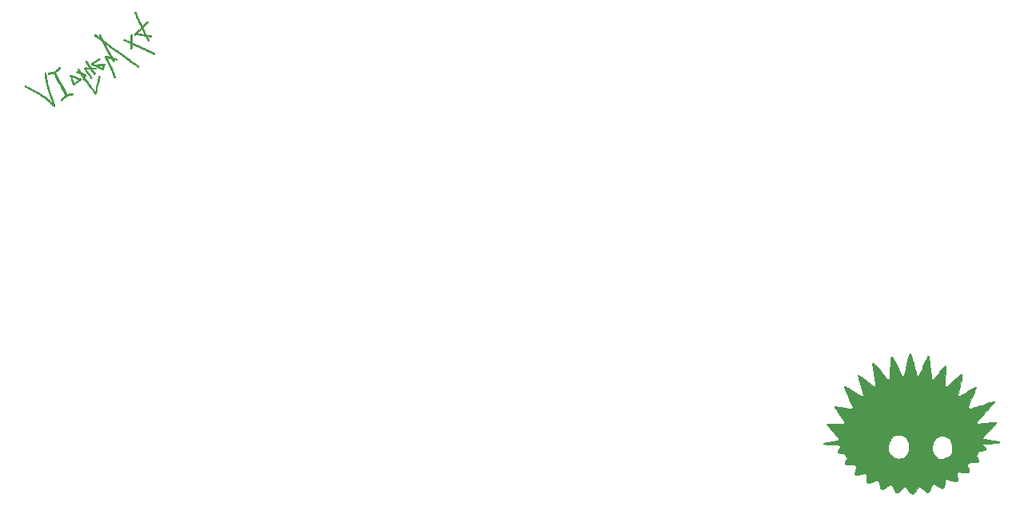
<source format=gbr>
%TF.GenerationSoftware,KiCad,Pcbnew,5.1.9*%
%TF.CreationDate,2021-04-16T22:18:37+02:00*%
%TF.ProjectId,handbrush,68616e64-6272-4757-9368-2e6b69636164,rev?*%
%TF.SameCoordinates,Original*%
%TF.FileFunction,Legend,Bot*%
%TF.FilePolarity,Positive*%
%FSLAX46Y46*%
G04 Gerber Fmt 4.6, Leading zero omitted, Abs format (unit mm)*
G04 Created by KiCad (PCBNEW 5.1.9) date 2021-04-16 22:18:37*
%MOMM*%
%LPD*%
G01*
G04 APERTURE LIST*
%ADD10C,0.010000*%
G04 APERTURE END LIST*
D10*
%TO.C,G\u002A\u002A\u002A*%
G36*
X103784774Y-51362082D02*
G01*
X103814313Y-51392042D01*
X103852362Y-51398613D01*
X103897791Y-51381906D01*
X103944814Y-51346361D01*
X103957416Y-51336266D01*
X103971897Y-51329559D01*
X103991576Y-51326521D01*
X104019778Y-51327432D01*
X104059820Y-51332573D01*
X104115024Y-51342225D01*
X104188712Y-51356668D01*
X104274905Y-51374269D01*
X104347103Y-51388566D01*
X104419739Y-51401979D01*
X104484446Y-51413021D01*
X104532854Y-51420201D01*
X104533553Y-51420289D01*
X104586014Y-51428263D01*
X104652564Y-51440329D01*
X104722627Y-51454507D01*
X104758820Y-51462487D01*
X104819863Y-51476341D01*
X104876814Y-51489109D01*
X104921975Y-51499074D01*
X104942114Y-51503392D01*
X104966881Y-51509463D01*
X104984162Y-51518679D01*
X104998849Y-51536404D01*
X105015840Y-51568000D01*
X105032016Y-51601855D01*
X105053725Y-51646645D01*
X105083613Y-51706687D01*
X105118043Y-51774745D01*
X105153378Y-51843589D01*
X105160167Y-51856688D01*
X105194331Y-51921898D01*
X105219558Y-51968010D01*
X105238278Y-51998638D01*
X105252927Y-52017400D01*
X105265934Y-52027907D01*
X105279190Y-52033604D01*
X105319938Y-52035566D01*
X105351522Y-52015681D01*
X105367269Y-51982419D01*
X105369294Y-51962173D01*
X105364909Y-51940019D01*
X105351985Y-51910842D01*
X105328393Y-51869530D01*
X105303362Y-51829015D01*
X105278665Y-51787257D01*
X105251356Y-51737289D01*
X105223785Y-51683936D01*
X105198301Y-51632021D01*
X105177251Y-51586372D01*
X105162985Y-51551814D01*
X105157850Y-51533173D01*
X105158502Y-51531368D01*
X105175460Y-51531097D01*
X105207482Y-51536699D01*
X105225033Y-51540965D01*
X105317038Y-51561625D01*
X105401985Y-51573767D01*
X105475541Y-51577146D01*
X105533366Y-51571517D01*
X105565643Y-51560214D01*
X105589239Y-51542233D01*
X105593356Y-51520956D01*
X105588966Y-51503669D01*
X105569376Y-51467294D01*
X105536533Y-51446599D01*
X105486678Y-51439859D01*
X105452828Y-51441295D01*
X105398316Y-51441964D01*
X105336072Y-51437326D01*
X105297771Y-51431646D01*
X105244793Y-51422587D01*
X105192850Y-51415395D01*
X105162495Y-51412371D01*
X105122817Y-51407946D01*
X105090932Y-51401512D01*
X105085557Y-51399762D01*
X105063408Y-51381363D01*
X105035952Y-51343461D01*
X105005783Y-51290694D01*
X104975492Y-51227696D01*
X104947671Y-51159106D01*
X104941667Y-51142374D01*
X104923543Y-51093818D01*
X104906442Y-51053703D01*
X104893344Y-51028850D01*
X104890619Y-51025369D01*
X104879953Y-51007419D01*
X104863284Y-50971179D01*
X104843088Y-50922304D01*
X104826147Y-50878155D01*
X104803264Y-50818850D01*
X104780328Y-50763363D01*
X104760511Y-50719179D01*
X104750322Y-50699210D01*
X104733033Y-50663342D01*
X104723196Y-50632449D01*
X104722415Y-50625998D01*
X104731532Y-50594131D01*
X104760545Y-50547748D01*
X104809570Y-50486713D01*
X104878716Y-50410892D01*
X104968098Y-50320151D01*
X105021283Y-50268303D01*
X105091027Y-50200528D01*
X105143887Y-50147397D01*
X105181688Y-50106374D01*
X105206254Y-50074924D01*
X105219409Y-50050511D01*
X105222976Y-50030597D01*
X105218782Y-50012647D01*
X105213169Y-50001542D01*
X105193242Y-49986744D01*
X105163543Y-49979737D01*
X105143586Y-49979926D01*
X105125464Y-49985218D01*
X105103621Y-49998856D01*
X105072494Y-50024080D01*
X105041894Y-50050638D01*
X104999010Y-50090317D01*
X104946541Y-50141981D01*
X104891605Y-50198484D01*
X104848237Y-50245033D01*
X104804885Y-50291899D01*
X104766061Y-50332357D01*
X104735740Y-50362366D01*
X104717899Y-50377884D01*
X104716877Y-50378529D01*
X104696531Y-50396571D01*
X104690998Y-50406487D01*
X104678684Y-50428508D01*
X104668000Y-50441581D01*
X104660386Y-50448269D01*
X104652741Y-50448626D01*
X104642829Y-50439661D01*
X104628411Y-50418384D01*
X104607249Y-50381803D01*
X104577106Y-50326929D01*
X104563515Y-50301915D01*
X104529296Y-50239122D01*
X104496489Y-50179351D01*
X104468414Y-50128621D01*
X104448391Y-50092951D01*
X104445514Y-50087928D01*
X104428556Y-50053520D01*
X104420575Y-50026983D01*
X104421165Y-50018780D01*
X104419306Y-50002791D01*
X104408824Y-49996576D01*
X104390453Y-49980128D01*
X104372135Y-49950905D01*
X104370692Y-49947818D01*
X104356153Y-49916150D01*
X104337715Y-49876815D01*
X104313848Y-49826600D01*
X104283018Y-49762293D01*
X104243695Y-49680687D01*
X104209130Y-49609138D01*
X104179286Y-49546028D01*
X104153356Y-49488590D01*
X104133497Y-49441805D01*
X104121869Y-49410655D01*
X104119944Y-49403346D01*
X104108981Y-49366115D01*
X104098008Y-49342688D01*
X104083957Y-49313493D01*
X104068318Y-49273516D01*
X104063639Y-49259878D01*
X104029830Y-49161155D01*
X104000399Y-49085170D01*
X103974117Y-49029888D01*
X103949755Y-48993271D01*
X103926085Y-48973285D01*
X103901881Y-48967893D01*
X103888867Y-48970127D01*
X103859846Y-48984715D01*
X103844750Y-49000553D01*
X103840961Y-49028501D01*
X103847659Y-49071298D01*
X103863011Y-49121581D01*
X103885181Y-49171985D01*
X103889425Y-49179906D01*
X103907397Y-49218070D01*
X103926955Y-49267976D01*
X103939459Y-49304999D01*
X103970051Y-49392760D01*
X104012675Y-49498601D01*
X104065731Y-49619178D01*
X104127614Y-49751141D01*
X104196723Y-49891142D01*
X104271456Y-50035834D01*
X104350209Y-50181868D01*
X104411349Y-50290962D01*
X104462625Y-50383176D01*
X104500116Y-50457129D01*
X104524241Y-50515609D01*
X104535423Y-50561411D01*
X104534084Y-50597326D01*
X104525735Y-50615229D01*
X104594418Y-50734191D01*
X104607782Y-50728398D01*
X104621682Y-50739375D01*
X104635773Y-50765382D01*
X104636422Y-50767078D01*
X104645277Y-50789370D01*
X104662403Y-50831293D01*
X104686235Y-50889060D01*
X104715208Y-50958882D01*
X104747754Y-51036973D01*
X104769310Y-51088523D01*
X104802233Y-51167678D01*
X104831468Y-51238961D01*
X104855693Y-51299071D01*
X104873588Y-51344703D01*
X104883831Y-51372555D01*
X104885741Y-51379702D01*
X104874329Y-51380640D01*
X104849832Y-51371752D01*
X104849501Y-51371596D01*
X104782488Y-51345544D01*
X104699415Y-51321715D01*
X104609617Y-51302517D01*
X104543420Y-51292602D01*
X104493445Y-51285780D01*
X104432109Y-51276040D01*
X104364280Y-51264315D01*
X104294823Y-51251538D01*
X104228603Y-51238642D01*
X104170488Y-51226562D01*
X104125342Y-51216231D01*
X104098032Y-51208583D01*
X104092651Y-51206111D01*
X104088737Y-51202231D01*
X104089053Y-51196831D01*
X104096326Y-51186957D01*
X104113287Y-51169648D01*
X104142666Y-51141949D01*
X104187192Y-51100898D01*
X104203904Y-51085544D01*
X104247611Y-51044257D01*
X104286705Y-51005293D01*
X104315620Y-50974295D01*
X104325540Y-50962184D01*
X104351649Y-50935373D01*
X104389778Y-50905972D01*
X104413080Y-50891215D01*
X104449965Y-50867687D01*
X104478347Y-50845572D01*
X104488307Y-50834850D01*
X104508553Y-50809813D01*
X104537449Y-50780714D01*
X104568303Y-50753519D01*
X104594418Y-50734191D01*
X104525735Y-50615229D01*
X104520646Y-50626146D01*
X104495529Y-50650661D01*
X104468390Y-50668423D01*
X104448586Y-50683154D01*
X104413183Y-50712728D01*
X104365048Y-50754539D01*
X104307046Y-50805985D01*
X104242041Y-50864465D01*
X104172898Y-50927371D01*
X104102480Y-50992104D01*
X104033654Y-51056058D01*
X103969282Y-51116631D01*
X103912231Y-51171219D01*
X103874216Y-51208403D01*
X103826556Y-51257129D01*
X103795903Y-51292985D01*
X103780070Y-51319731D01*
X103776866Y-51341129D01*
X103784102Y-51360939D01*
X103784774Y-51362082D01*
G37*
X103784774Y-51362082D02*
X103814313Y-51392042D01*
X103852362Y-51398613D01*
X103897791Y-51381906D01*
X103944814Y-51346361D01*
X103957416Y-51336266D01*
X103971897Y-51329559D01*
X103991576Y-51326521D01*
X104019778Y-51327432D01*
X104059820Y-51332573D01*
X104115024Y-51342225D01*
X104188712Y-51356668D01*
X104274905Y-51374269D01*
X104347103Y-51388566D01*
X104419739Y-51401979D01*
X104484446Y-51413021D01*
X104532854Y-51420201D01*
X104533553Y-51420289D01*
X104586014Y-51428263D01*
X104652564Y-51440329D01*
X104722627Y-51454507D01*
X104758820Y-51462487D01*
X104819863Y-51476341D01*
X104876814Y-51489109D01*
X104921975Y-51499074D01*
X104942114Y-51503392D01*
X104966881Y-51509463D01*
X104984162Y-51518679D01*
X104998849Y-51536404D01*
X105015840Y-51568000D01*
X105032016Y-51601855D01*
X105053725Y-51646645D01*
X105083613Y-51706687D01*
X105118043Y-51774745D01*
X105153378Y-51843589D01*
X105160167Y-51856688D01*
X105194331Y-51921898D01*
X105219558Y-51968010D01*
X105238278Y-51998638D01*
X105252927Y-52017400D01*
X105265934Y-52027907D01*
X105279190Y-52033604D01*
X105319938Y-52035566D01*
X105351522Y-52015681D01*
X105367269Y-51982419D01*
X105369294Y-51962173D01*
X105364909Y-51940019D01*
X105351985Y-51910842D01*
X105328393Y-51869530D01*
X105303362Y-51829015D01*
X105278665Y-51787257D01*
X105251356Y-51737289D01*
X105223785Y-51683936D01*
X105198301Y-51632021D01*
X105177251Y-51586372D01*
X105162985Y-51551814D01*
X105157850Y-51533173D01*
X105158502Y-51531368D01*
X105175460Y-51531097D01*
X105207482Y-51536699D01*
X105225033Y-51540965D01*
X105317038Y-51561625D01*
X105401985Y-51573767D01*
X105475541Y-51577146D01*
X105533366Y-51571517D01*
X105565643Y-51560214D01*
X105589239Y-51542233D01*
X105593356Y-51520956D01*
X105588966Y-51503669D01*
X105569376Y-51467294D01*
X105536533Y-51446599D01*
X105486678Y-51439859D01*
X105452828Y-51441295D01*
X105398316Y-51441964D01*
X105336072Y-51437326D01*
X105297771Y-51431646D01*
X105244793Y-51422587D01*
X105192850Y-51415395D01*
X105162495Y-51412371D01*
X105122817Y-51407946D01*
X105090932Y-51401512D01*
X105085557Y-51399762D01*
X105063408Y-51381363D01*
X105035952Y-51343461D01*
X105005783Y-51290694D01*
X104975492Y-51227696D01*
X104947671Y-51159106D01*
X104941667Y-51142374D01*
X104923543Y-51093818D01*
X104906442Y-51053703D01*
X104893344Y-51028850D01*
X104890619Y-51025369D01*
X104879953Y-51007419D01*
X104863284Y-50971179D01*
X104843088Y-50922304D01*
X104826147Y-50878155D01*
X104803264Y-50818850D01*
X104780328Y-50763363D01*
X104760511Y-50719179D01*
X104750322Y-50699210D01*
X104733033Y-50663342D01*
X104723196Y-50632449D01*
X104722415Y-50625998D01*
X104731532Y-50594131D01*
X104760545Y-50547748D01*
X104809570Y-50486713D01*
X104878716Y-50410892D01*
X104968098Y-50320151D01*
X105021283Y-50268303D01*
X105091027Y-50200528D01*
X105143887Y-50147397D01*
X105181688Y-50106374D01*
X105206254Y-50074924D01*
X105219409Y-50050511D01*
X105222976Y-50030597D01*
X105218782Y-50012647D01*
X105213169Y-50001542D01*
X105193242Y-49986744D01*
X105163543Y-49979737D01*
X105143586Y-49979926D01*
X105125464Y-49985218D01*
X105103621Y-49998856D01*
X105072494Y-50024080D01*
X105041894Y-50050638D01*
X104999010Y-50090317D01*
X104946541Y-50141981D01*
X104891605Y-50198484D01*
X104848237Y-50245033D01*
X104804885Y-50291899D01*
X104766061Y-50332357D01*
X104735740Y-50362366D01*
X104717899Y-50377884D01*
X104716877Y-50378529D01*
X104696531Y-50396571D01*
X104690998Y-50406487D01*
X104678684Y-50428508D01*
X104668000Y-50441581D01*
X104660386Y-50448269D01*
X104652741Y-50448626D01*
X104642829Y-50439661D01*
X104628411Y-50418384D01*
X104607249Y-50381803D01*
X104577106Y-50326929D01*
X104563515Y-50301915D01*
X104529296Y-50239122D01*
X104496489Y-50179351D01*
X104468414Y-50128621D01*
X104448391Y-50092951D01*
X104445514Y-50087928D01*
X104428556Y-50053520D01*
X104420575Y-50026983D01*
X104421165Y-50018780D01*
X104419306Y-50002791D01*
X104408824Y-49996576D01*
X104390453Y-49980128D01*
X104372135Y-49950905D01*
X104370692Y-49947818D01*
X104356153Y-49916150D01*
X104337715Y-49876815D01*
X104313848Y-49826600D01*
X104283018Y-49762293D01*
X104243695Y-49680687D01*
X104209130Y-49609138D01*
X104179286Y-49546028D01*
X104153356Y-49488590D01*
X104133497Y-49441805D01*
X104121869Y-49410655D01*
X104119944Y-49403346D01*
X104108981Y-49366115D01*
X104098008Y-49342688D01*
X104083957Y-49313493D01*
X104068318Y-49273516D01*
X104063639Y-49259878D01*
X104029830Y-49161155D01*
X104000399Y-49085170D01*
X103974117Y-49029888D01*
X103949755Y-48993271D01*
X103926085Y-48973285D01*
X103901881Y-48967893D01*
X103888867Y-48970127D01*
X103859846Y-48984715D01*
X103844750Y-49000553D01*
X103840961Y-49028501D01*
X103847659Y-49071298D01*
X103863011Y-49121581D01*
X103885181Y-49171985D01*
X103889425Y-49179906D01*
X103907397Y-49218070D01*
X103926955Y-49267976D01*
X103939459Y-49304999D01*
X103970051Y-49392760D01*
X104012675Y-49498601D01*
X104065731Y-49619178D01*
X104127614Y-49751141D01*
X104196723Y-49891142D01*
X104271456Y-50035834D01*
X104350209Y-50181868D01*
X104411349Y-50290962D01*
X104462625Y-50383176D01*
X104500116Y-50457129D01*
X104524241Y-50515609D01*
X104535423Y-50561411D01*
X104534084Y-50597326D01*
X104525735Y-50615229D01*
X104594418Y-50734191D01*
X104607782Y-50728398D01*
X104621682Y-50739375D01*
X104635773Y-50765382D01*
X104636422Y-50767078D01*
X104645277Y-50789370D01*
X104662403Y-50831293D01*
X104686235Y-50889060D01*
X104715208Y-50958882D01*
X104747754Y-51036973D01*
X104769310Y-51088523D01*
X104802233Y-51167678D01*
X104831468Y-51238961D01*
X104855693Y-51299071D01*
X104873588Y-51344703D01*
X104883831Y-51372555D01*
X104885741Y-51379702D01*
X104874329Y-51380640D01*
X104849832Y-51371752D01*
X104849501Y-51371596D01*
X104782488Y-51345544D01*
X104699415Y-51321715D01*
X104609617Y-51302517D01*
X104543420Y-51292602D01*
X104493445Y-51285780D01*
X104432109Y-51276040D01*
X104364280Y-51264315D01*
X104294823Y-51251538D01*
X104228603Y-51238642D01*
X104170488Y-51226562D01*
X104125342Y-51216231D01*
X104098032Y-51208583D01*
X104092651Y-51206111D01*
X104088737Y-51202231D01*
X104089053Y-51196831D01*
X104096326Y-51186957D01*
X104113287Y-51169648D01*
X104142666Y-51141949D01*
X104187192Y-51100898D01*
X104203904Y-51085544D01*
X104247611Y-51044257D01*
X104286705Y-51005293D01*
X104315620Y-50974295D01*
X104325540Y-50962184D01*
X104351649Y-50935373D01*
X104389778Y-50905972D01*
X104413080Y-50891215D01*
X104449965Y-50867687D01*
X104478347Y-50845572D01*
X104488307Y-50834850D01*
X104508553Y-50809813D01*
X104537449Y-50780714D01*
X104568303Y-50753519D01*
X104594418Y-50734191D01*
X104525735Y-50615229D01*
X104520646Y-50626146D01*
X104495529Y-50650661D01*
X104468390Y-50668423D01*
X104448586Y-50683154D01*
X104413183Y-50712728D01*
X104365048Y-50754539D01*
X104307046Y-50805985D01*
X104242041Y-50864465D01*
X104172898Y-50927371D01*
X104102480Y-50992104D01*
X104033654Y-51056058D01*
X103969282Y-51116631D01*
X103912231Y-51171219D01*
X103874216Y-51208403D01*
X103826556Y-51257129D01*
X103795903Y-51292985D01*
X103780070Y-51319731D01*
X103776866Y-51341129D01*
X103784102Y-51360939D01*
X103784774Y-51362082D01*
G36*
X102709877Y-51993656D02*
G01*
X102761988Y-52013947D01*
X102813831Y-52031862D01*
X102876278Y-52056535D01*
X102937311Y-52083172D01*
X102947758Y-52088060D01*
X103005438Y-52115320D01*
X103064725Y-52143186D01*
X103114524Y-52166446D01*
X103122820Y-52170296D01*
X103213190Y-52212334D01*
X103282959Y-52245249D01*
X103334685Y-52270337D01*
X103370931Y-52288899D01*
X103394256Y-52302232D01*
X103407224Y-52311636D01*
X103411615Y-52316759D01*
X103413416Y-52335339D01*
X103410934Y-52372649D01*
X103404717Y-52422482D01*
X103399227Y-52456948D01*
X103389109Y-52522656D01*
X103380595Y-52590616D01*
X103375057Y-52649410D01*
X103374018Y-52666988D01*
X103371210Y-52712120D01*
X103367521Y-52747245D01*
X103363874Y-52764361D01*
X103362305Y-52784383D01*
X103366978Y-52809446D01*
X103382942Y-52837851D01*
X103415433Y-52854447D01*
X103415984Y-52854614D01*
X103460140Y-52858015D01*
X103493548Y-52839007D01*
X103515667Y-52798442D01*
X103525955Y-52737169D01*
X103525809Y-52682098D01*
X103524856Y-52640331D01*
X103526538Y-52608490D01*
X103529132Y-52596864D01*
X103533594Y-52578200D01*
X103538490Y-52541832D01*
X103542802Y-52495408D01*
X103543018Y-52492488D01*
X103547610Y-52447083D01*
X103553480Y-52412629D01*
X103559424Y-52396032D01*
X103559912Y-52395656D01*
X103574581Y-52398513D01*
X103607730Y-52410448D01*
X103654873Y-52429685D01*
X103711522Y-52454457D01*
X103729607Y-52462660D01*
X103799368Y-52493758D01*
X103871798Y-52524689D01*
X103938389Y-52551894D01*
X103990633Y-52571817D01*
X103991102Y-52571985D01*
X104054515Y-52596308D01*
X104123506Y-52625384D01*
X104183359Y-52653006D01*
X104184453Y-52653546D01*
X104231560Y-52676425D01*
X104272980Y-52695800D01*
X104300919Y-52708040D01*
X104303935Y-52709213D01*
X104361360Y-52732198D01*
X104427300Y-52761028D01*
X104494739Y-52792386D01*
X104556666Y-52822957D01*
X104606067Y-52849426D01*
X104626263Y-52861620D01*
X104671520Y-52888178D01*
X104718423Y-52911199D01*
X104740176Y-52919860D01*
X104810502Y-52948220D01*
X104893740Y-52988630D01*
X104966392Y-53028232D01*
X105010585Y-53051425D01*
X105063434Y-53076362D01*
X105093147Y-53089195D01*
X105191139Y-53130168D01*
X105283440Y-53169943D01*
X105365645Y-53206552D01*
X105433352Y-53238033D01*
X105482156Y-53262421D01*
X105485196Y-53264053D01*
X105521820Y-53282177D01*
X105549433Y-53292768D01*
X105560084Y-53293914D01*
X105574994Y-53296658D01*
X105606601Y-53308415D01*
X105649077Y-53326468D01*
X105696584Y-53348103D01*
X105743294Y-53370607D01*
X105783370Y-53391265D01*
X105810982Y-53407362D01*
X105820049Y-53414889D01*
X105838187Y-53427328D01*
X105870673Y-53437808D01*
X105906458Y-53443913D01*
X105934494Y-53443222D01*
X105940060Y-53441152D01*
X105959228Y-53417318D01*
X105963881Y-53383096D01*
X105955709Y-53347655D01*
X105936404Y-53320162D01*
X105915921Y-53310321D01*
X105892744Y-53300813D01*
X105860121Y-53281267D01*
X105846402Y-53271673D01*
X105811406Y-53250123D01*
X105762108Y-53224839D01*
X105708106Y-53200682D01*
X105698166Y-53196643D01*
X105652133Y-53177761D01*
X105616249Y-53162048D01*
X105596215Y-53152042D01*
X105593955Y-53150283D01*
X105581225Y-53142766D01*
X105551238Y-53128980D01*
X105510405Y-53111867D01*
X105509162Y-53111367D01*
X105422002Y-53075854D01*
X105355666Y-53047755D01*
X105307141Y-53025708D01*
X105273415Y-53008355D01*
X105254090Y-52996248D01*
X105229528Y-52982493D01*
X105214361Y-52980252D01*
X105200482Y-52976560D01*
X105167888Y-52962904D01*
X105120399Y-52941034D01*
X105061835Y-52912703D01*
X105005539Y-52884512D01*
X104940301Y-52851771D01*
X104882705Y-52823649D01*
X104836624Y-52801972D01*
X104805933Y-52788571D01*
X104794834Y-52785053D01*
X104778853Y-52779730D01*
X104748465Y-52764056D01*
X104714022Y-52743722D01*
X104667695Y-52717284D01*
X104609411Y-52687299D01*
X104550776Y-52659705D01*
X104543338Y-52656430D01*
X104441770Y-52611783D01*
X104360972Y-52575373D01*
X104298168Y-52545910D01*
X104250583Y-52522107D01*
X104230442Y-52511267D01*
X104190651Y-52492269D01*
X104139158Y-52471708D01*
X104098792Y-52457830D01*
X104052440Y-52441336D01*
X103992316Y-52417218D01*
X103927387Y-52389174D01*
X103884581Y-52369520D01*
X103821456Y-52340322D01*
X103757032Y-52311598D01*
X103700313Y-52287314D01*
X103670711Y-52275348D01*
X103627323Y-52255882D01*
X103592898Y-52235592D01*
X103575474Y-52219571D01*
X103568625Y-52193100D01*
X103567025Y-52153186D01*
X103568590Y-52130729D01*
X103570017Y-52098373D01*
X103569831Y-52045659D01*
X103568163Y-51977574D01*
X103565141Y-51899101D01*
X103560896Y-51815223D01*
X103559968Y-51799197D01*
X103555664Y-51716090D01*
X103552781Y-51638601D01*
X103551405Y-51571400D01*
X103551621Y-51519158D01*
X103553514Y-51486543D01*
X103554173Y-51482426D01*
X103560388Y-51426010D01*
X103554709Y-51384326D01*
X103538495Y-51360070D01*
X103513115Y-51355936D01*
X103494276Y-51364099D01*
X103455420Y-51402446D01*
X103427589Y-51461818D01*
X103412886Y-51531560D01*
X103409338Y-51565703D01*
X103407556Y-51600201D01*
X103407618Y-51640482D01*
X103409602Y-51691976D01*
X103413588Y-51760112D01*
X103416954Y-51810949D01*
X103419451Y-51860620D01*
X103421023Y-51918495D01*
X103421695Y-51979134D01*
X103421494Y-52037100D01*
X103420448Y-52086955D01*
X103418580Y-52123260D01*
X103415917Y-52140578D01*
X103415364Y-52141254D01*
X103401204Y-52137978D01*
X103369863Y-52125976D01*
X103327061Y-52107511D01*
X103307703Y-52098678D01*
X103171666Y-52036366D01*
X103056400Y-51985237D01*
X102960174Y-51944686D01*
X102881260Y-51914109D01*
X102817928Y-51892900D01*
X102768449Y-51880456D01*
X102731094Y-51876172D01*
X102704134Y-51879443D01*
X102693565Y-51883977D01*
X102662357Y-51910644D01*
X102655322Y-51939044D01*
X102671486Y-51967331D01*
X102709877Y-51993656D01*
G37*
X102709877Y-51993656D02*
X102761988Y-52013947D01*
X102813831Y-52031862D01*
X102876278Y-52056535D01*
X102937311Y-52083172D01*
X102947758Y-52088060D01*
X103005438Y-52115320D01*
X103064725Y-52143186D01*
X103114524Y-52166446D01*
X103122820Y-52170296D01*
X103213190Y-52212334D01*
X103282959Y-52245249D01*
X103334685Y-52270337D01*
X103370931Y-52288899D01*
X103394256Y-52302232D01*
X103407224Y-52311636D01*
X103411615Y-52316759D01*
X103413416Y-52335339D01*
X103410934Y-52372649D01*
X103404717Y-52422482D01*
X103399227Y-52456948D01*
X103389109Y-52522656D01*
X103380595Y-52590616D01*
X103375057Y-52649410D01*
X103374018Y-52666988D01*
X103371210Y-52712120D01*
X103367521Y-52747245D01*
X103363874Y-52764361D01*
X103362305Y-52784383D01*
X103366978Y-52809446D01*
X103382942Y-52837851D01*
X103415433Y-52854447D01*
X103415984Y-52854614D01*
X103460140Y-52858015D01*
X103493548Y-52839007D01*
X103515667Y-52798442D01*
X103525955Y-52737169D01*
X103525809Y-52682098D01*
X103524856Y-52640331D01*
X103526538Y-52608490D01*
X103529132Y-52596864D01*
X103533594Y-52578200D01*
X103538490Y-52541832D01*
X103542802Y-52495408D01*
X103543018Y-52492488D01*
X103547610Y-52447083D01*
X103553480Y-52412629D01*
X103559424Y-52396032D01*
X103559912Y-52395656D01*
X103574581Y-52398513D01*
X103607730Y-52410448D01*
X103654873Y-52429685D01*
X103711522Y-52454457D01*
X103729607Y-52462660D01*
X103799368Y-52493758D01*
X103871798Y-52524689D01*
X103938389Y-52551894D01*
X103990633Y-52571817D01*
X103991102Y-52571985D01*
X104054515Y-52596308D01*
X104123506Y-52625384D01*
X104183359Y-52653006D01*
X104184453Y-52653546D01*
X104231560Y-52676425D01*
X104272980Y-52695800D01*
X104300919Y-52708040D01*
X104303935Y-52709213D01*
X104361360Y-52732198D01*
X104427300Y-52761028D01*
X104494739Y-52792386D01*
X104556666Y-52822957D01*
X104606067Y-52849426D01*
X104626263Y-52861620D01*
X104671520Y-52888178D01*
X104718423Y-52911199D01*
X104740176Y-52919860D01*
X104810502Y-52948220D01*
X104893740Y-52988630D01*
X104966392Y-53028232D01*
X105010585Y-53051425D01*
X105063434Y-53076362D01*
X105093147Y-53089195D01*
X105191139Y-53130168D01*
X105283440Y-53169943D01*
X105365645Y-53206552D01*
X105433352Y-53238033D01*
X105482156Y-53262421D01*
X105485196Y-53264053D01*
X105521820Y-53282177D01*
X105549433Y-53292768D01*
X105560084Y-53293914D01*
X105574994Y-53296658D01*
X105606601Y-53308415D01*
X105649077Y-53326468D01*
X105696584Y-53348103D01*
X105743294Y-53370607D01*
X105783370Y-53391265D01*
X105810982Y-53407362D01*
X105820049Y-53414889D01*
X105838187Y-53427328D01*
X105870673Y-53437808D01*
X105906458Y-53443913D01*
X105934494Y-53443222D01*
X105940060Y-53441152D01*
X105959228Y-53417318D01*
X105963881Y-53383096D01*
X105955709Y-53347655D01*
X105936404Y-53320162D01*
X105915921Y-53310321D01*
X105892744Y-53300813D01*
X105860121Y-53281267D01*
X105846402Y-53271673D01*
X105811406Y-53250123D01*
X105762108Y-53224839D01*
X105708106Y-53200682D01*
X105698166Y-53196643D01*
X105652133Y-53177761D01*
X105616249Y-53162048D01*
X105596215Y-53152042D01*
X105593955Y-53150283D01*
X105581225Y-53142766D01*
X105551238Y-53128980D01*
X105510405Y-53111867D01*
X105509162Y-53111367D01*
X105422002Y-53075854D01*
X105355666Y-53047755D01*
X105307141Y-53025708D01*
X105273415Y-53008355D01*
X105254090Y-52996248D01*
X105229528Y-52982493D01*
X105214361Y-52980252D01*
X105200482Y-52976560D01*
X105167888Y-52962904D01*
X105120399Y-52941034D01*
X105061835Y-52912703D01*
X105005539Y-52884512D01*
X104940301Y-52851771D01*
X104882705Y-52823649D01*
X104836624Y-52801972D01*
X104805933Y-52788571D01*
X104794834Y-52785053D01*
X104778853Y-52779730D01*
X104748465Y-52764056D01*
X104714022Y-52743722D01*
X104667695Y-52717284D01*
X104609411Y-52687299D01*
X104550776Y-52659705D01*
X104543338Y-52656430D01*
X104441770Y-52611783D01*
X104360972Y-52575373D01*
X104298168Y-52545910D01*
X104250583Y-52522107D01*
X104230442Y-52511267D01*
X104190651Y-52492269D01*
X104139158Y-52471708D01*
X104098792Y-52457830D01*
X104052440Y-52441336D01*
X103992316Y-52417218D01*
X103927387Y-52389174D01*
X103884581Y-52369520D01*
X103821456Y-52340322D01*
X103757032Y-52311598D01*
X103700313Y-52287314D01*
X103670711Y-52275348D01*
X103627323Y-52255882D01*
X103592898Y-52235592D01*
X103575474Y-52219571D01*
X103568625Y-52193100D01*
X103567025Y-52153186D01*
X103568590Y-52130729D01*
X103570017Y-52098373D01*
X103569831Y-52045659D01*
X103568163Y-51977574D01*
X103565141Y-51899101D01*
X103560896Y-51815223D01*
X103559968Y-51799197D01*
X103555664Y-51716090D01*
X103552781Y-51638601D01*
X103551405Y-51571400D01*
X103551621Y-51519158D01*
X103553514Y-51486543D01*
X103554173Y-51482426D01*
X103560388Y-51426010D01*
X103554709Y-51384326D01*
X103538495Y-51360070D01*
X103513115Y-51355936D01*
X103494276Y-51364099D01*
X103455420Y-51402446D01*
X103427589Y-51461818D01*
X103412886Y-51531560D01*
X103409338Y-51565703D01*
X103407556Y-51600201D01*
X103407618Y-51640482D01*
X103409602Y-51691976D01*
X103413588Y-51760112D01*
X103416954Y-51810949D01*
X103419451Y-51860620D01*
X103421023Y-51918495D01*
X103421695Y-51979134D01*
X103421494Y-52037100D01*
X103420448Y-52086955D01*
X103418580Y-52123260D01*
X103415917Y-52140578D01*
X103415364Y-52141254D01*
X103401204Y-52137978D01*
X103369863Y-52125976D01*
X103327061Y-52107511D01*
X103307703Y-52098678D01*
X103171666Y-52036366D01*
X103056400Y-51985237D01*
X102960174Y-51944686D01*
X102881260Y-51914109D01*
X102817928Y-51892900D01*
X102768449Y-51880456D01*
X102731094Y-51876172D01*
X102704134Y-51879443D01*
X102693565Y-51883977D01*
X102662357Y-51910644D01*
X102655322Y-51939044D01*
X102671486Y-51967331D01*
X102709877Y-51993656D01*
G36*
X101666387Y-55933611D02*
G01*
X101694518Y-55949461D01*
X101725968Y-55945973D01*
X101741743Y-55938375D01*
X101764826Y-55922094D01*
X101776664Y-55902902D01*
X101777791Y-55875240D01*
X101768745Y-55833552D01*
X101755957Y-55790854D01*
X101738239Y-55737094D01*
X101713787Y-55666473D01*
X101684631Y-55584524D01*
X101652802Y-55496781D01*
X101620331Y-55408776D01*
X101589249Y-55326044D01*
X101561587Y-55254116D01*
X101539377Y-55198528D01*
X101532671Y-55182563D01*
X101514743Y-55138809D01*
X101501808Y-55103394D01*
X101496437Y-55083408D01*
X101496413Y-55082576D01*
X101491318Y-55066165D01*
X101477088Y-55031813D01*
X101455829Y-54984356D01*
X101429649Y-54928631D01*
X101426321Y-54921708D01*
X101345985Y-54755582D01*
X101275694Y-54611366D01*
X101215601Y-54489370D01*
X101165858Y-54389905D01*
X101135598Y-54330596D01*
X101105406Y-54269903D01*
X101075316Y-54205732D01*
X101050384Y-54148976D01*
X101043484Y-54132052D01*
X101021115Y-54079857D01*
X100996426Y-54028937D01*
X100977161Y-53994367D01*
X100951065Y-53948267D01*
X100928757Y-53901125D01*
X100912416Y-53858638D01*
X100904215Y-53826505D01*
X100906334Y-53810423D01*
X100906774Y-53810128D01*
X100922554Y-53810725D01*
X100958729Y-53816776D01*
X101011089Y-53827432D01*
X101075425Y-53841843D01*
X101137351Y-53856647D01*
X101215622Y-53876012D01*
X101273389Y-53891087D01*
X101314817Y-53903625D01*
X101344074Y-53915378D01*
X101365324Y-53928099D01*
X101382736Y-53943540D01*
X101400473Y-53963454D01*
X101405536Y-53969441D01*
X101438678Y-54014671D01*
X101472730Y-54070578D01*
X101494841Y-54113473D01*
X101521421Y-54165848D01*
X101544396Y-54196493D01*
X101567816Y-54207897D01*
X101595728Y-54202552D01*
X101619803Y-54190354D01*
X101655779Y-54162017D01*
X101669076Y-54129272D01*
X101660474Y-54088112D01*
X101645498Y-54058353D01*
X101621021Y-54013237D01*
X101611699Y-53985556D01*
X101618392Y-53971749D01*
X101641963Y-53968255D01*
X101666900Y-53969842D01*
X101711407Y-53978355D01*
X101764536Y-53994534D01*
X101800341Y-54008669D01*
X101863214Y-54035254D01*
X101908072Y-54050082D01*
X101939112Y-54053715D01*
X101960530Y-54046716D01*
X101974822Y-54032112D01*
X101986024Y-53999644D01*
X101974820Y-53972387D01*
X101944085Y-53957317D01*
X101944015Y-53957306D01*
X101918620Y-53949200D01*
X101880177Y-53932752D01*
X101845227Y-53915686D01*
X101774185Y-53880993D01*
X101715535Y-53857532D01*
X101660810Y-53842049D01*
X101645201Y-53838732D01*
X101579942Y-53825276D01*
X101534303Y-53813987D01*
X101502912Y-53802500D01*
X101480396Y-53788455D01*
X101461380Y-53769487D01*
X101446913Y-53751549D01*
X101423775Y-53718610D01*
X101409263Y-53691890D01*
X101406699Y-53682296D01*
X101400880Y-53666901D01*
X101384265Y-53632656D01*
X101358558Y-53582822D01*
X101325463Y-53520661D01*
X101286684Y-53449436D01*
X101257825Y-53397290D01*
X101207737Y-53306476D01*
X101154429Y-53208298D01*
X101101635Y-53109737D01*
X101053091Y-53017778D01*
X101012534Y-52939402D01*
X101005114Y-52924796D01*
X100965116Y-52847090D01*
X100922332Y-52766292D01*
X100880680Y-52689652D01*
X100844075Y-52624417D01*
X100826936Y-52595059D01*
X100789434Y-52531363D01*
X100749832Y-52462730D01*
X100714055Y-52399479D01*
X100697348Y-52369250D01*
X100672093Y-52322123D01*
X100658389Y-52293483D01*
X100655159Y-52279780D01*
X100661326Y-52277462D01*
X100670469Y-52280632D01*
X100695930Y-52295797D01*
X100729928Y-52321420D01*
X100749205Y-52337827D01*
X100778208Y-52361589D01*
X100822633Y-52395481D01*
X100876844Y-52435431D01*
X100935203Y-52477363D01*
X100992074Y-52517208D01*
X101041819Y-52550892D01*
X101063757Y-52565099D01*
X101084580Y-52580020D01*
X101117415Y-52605361D01*
X101150837Y-52632142D01*
X101216961Y-52684508D01*
X101298567Y-52746652D01*
X101389964Y-52814313D01*
X101485464Y-52883234D01*
X101501663Y-52894746D01*
X101555123Y-52932965D01*
X101619001Y-52979109D01*
X101683322Y-53025956D01*
X101715761Y-53049765D01*
X101771719Y-53089677D01*
X101829061Y-53128392D01*
X101879746Y-53160584D01*
X101906214Y-53175977D01*
X101951858Y-53203924D01*
X102005943Y-53241561D01*
X102058043Y-53281565D01*
X102066650Y-53288655D01*
X102112671Y-53325157D01*
X102172123Y-53369572D01*
X102237066Y-53416086D01*
X102295053Y-53455878D01*
X102350482Y-53493306D01*
X102413364Y-53536369D01*
X102480397Y-53582738D01*
X102548273Y-53630083D01*
X102613689Y-53676075D01*
X102673339Y-53718384D01*
X102723919Y-53754682D01*
X102762123Y-53782639D01*
X102784645Y-53799925D01*
X102789243Y-53804179D01*
X102800830Y-53813358D01*
X102829294Y-53833147D01*
X102870116Y-53860465D01*
X102910200Y-53886682D01*
X102958952Y-53919320D01*
X102999954Y-53948725D01*
X103028262Y-53971236D01*
X103038409Y-53981747D01*
X103046253Y-53992251D01*
X103060562Y-54005834D01*
X103084363Y-54024812D01*
X103120686Y-54051506D01*
X103172561Y-54088234D01*
X103228147Y-54126994D01*
X103277633Y-54161674D01*
X103312782Y-54187391D01*
X103340304Y-54209397D01*
X103366913Y-54232940D01*
X103384539Y-54249339D01*
X103408693Y-54269227D01*
X103449031Y-54299525D01*
X103500503Y-54336702D01*
X103558060Y-54377227D01*
X103616651Y-54417568D01*
X103671229Y-54454194D01*
X103716743Y-54483574D01*
X103737758Y-54496347D01*
X103776100Y-54518768D01*
X103807120Y-54536957D01*
X103836907Y-54555694D01*
X103876775Y-54582308D01*
X103904668Y-54601621D01*
X103987656Y-54659957D01*
X104052523Y-54705021D01*
X104101846Y-54738259D01*
X104138203Y-54761120D01*
X104164174Y-54775050D01*
X104182336Y-54781497D01*
X104195268Y-54781907D01*
X104205548Y-54777728D01*
X104211341Y-54773750D01*
X104228610Y-54755959D01*
X104228891Y-54734686D01*
X104220036Y-54712774D01*
X104201870Y-54683971D01*
X104182897Y-54667621D01*
X104181146Y-54667025D01*
X104162151Y-54655811D01*
X104132229Y-54631814D01*
X104101111Y-54603310D01*
X104025345Y-54535620D01*
X103945081Y-54473985D01*
X103870579Y-54426157D01*
X103839349Y-54407032D01*
X103818794Y-54391631D01*
X103815488Y-54387887D01*
X103802379Y-54375937D01*
X103774014Y-54354975D01*
X103737420Y-54330127D01*
X103699983Y-54304250D01*
X103644492Y-54263944D01*
X103572778Y-54210589D01*
X103486668Y-54145565D01*
X103387991Y-54070252D01*
X103278574Y-53986029D01*
X103176940Y-53907258D01*
X103120311Y-53864059D01*
X103055573Y-53815906D01*
X102995507Y-53772289D01*
X102988075Y-53767000D01*
X102941628Y-53734046D01*
X102881359Y-53691300D01*
X102814166Y-53643653D01*
X102746951Y-53595998D01*
X102728326Y-53582795D01*
X102672562Y-53543097D01*
X102624666Y-53508680D01*
X102588224Y-53482145D01*
X102566822Y-53466097D01*
X102562699Y-53462594D01*
X102551758Y-53454216D01*
X102523468Y-53434323D01*
X102481594Y-53405515D01*
X102429904Y-53370395D01*
X102404160Y-53353034D01*
X102348280Y-53314700D01*
X102299763Y-53280025D01*
X102262669Y-53252019D01*
X102241057Y-53233689D01*
X102237587Y-53229623D01*
X102221561Y-53213147D01*
X102214113Y-53210659D01*
X102197727Y-53202871D01*
X102169939Y-53183411D01*
X102151679Y-53168850D01*
X102124021Y-53147476D01*
X102080136Y-53115521D01*
X102024938Y-53076480D01*
X101963345Y-53033845D01*
X101926490Y-53008757D01*
X101856438Y-52961163D01*
X101788342Y-52914391D01*
X101718258Y-52865673D01*
X101642244Y-52812243D01*
X101556357Y-52751333D01*
X101456654Y-52680176D01*
X101376208Y-52622557D01*
X101321111Y-52582279D01*
X101263520Y-52538932D01*
X101213436Y-52500079D01*
X101200241Y-52489516D01*
X101149441Y-52450212D01*
X101090791Y-52407495D01*
X101043270Y-52374837D01*
X100984944Y-52334944D01*
X100912183Y-52282646D01*
X100823638Y-52216944D01*
X100717957Y-52136840D01*
X100620273Y-52061797D01*
X100511582Y-51977902D01*
X100338190Y-51680865D01*
X100291813Y-51602059D01*
X100248983Y-51530503D01*
X100211518Y-51469137D01*
X100181240Y-51420904D01*
X100159965Y-51388746D01*
X100149514Y-51375606D01*
X100149439Y-51375563D01*
X100124138Y-51374112D01*
X100101269Y-51393756D01*
X100085692Y-51430309D01*
X100085643Y-51430515D01*
X100083227Y-51455813D01*
X100088174Y-51487292D01*
X100101855Y-51530415D01*
X100125640Y-51590645D01*
X100126065Y-51591669D01*
X100146715Y-51642590D01*
X100162773Y-51684499D01*
X100172258Y-51712079D01*
X100173923Y-51720019D01*
X100163819Y-51715815D01*
X100137926Y-51698439D01*
X100100200Y-51670696D01*
X100056082Y-51636559D01*
X99999985Y-51593157D01*
X99941419Y-51549382D01*
X99888706Y-51511386D01*
X99860982Y-51492342D01*
X99820399Y-51463562D01*
X99787646Y-51437043D01*
X99769269Y-51418123D01*
X99768502Y-51416902D01*
X99736973Y-51384701D01*
X99693674Y-51367745D01*
X99647345Y-51367396D01*
X99606726Y-51385016D01*
X99600203Y-51390675D01*
X99582915Y-51423053D01*
X99583033Y-51462103D01*
X99598325Y-51498380D01*
X99626563Y-51522440D01*
X99631775Y-51524411D01*
X99650238Y-51534482D01*
X99685101Y-51557137D01*
X99732459Y-51589704D01*
X99788406Y-51629508D01*
X99836043Y-51664263D01*
X99908637Y-51717134D01*
X99987829Y-51773694D01*
X100065740Y-51828385D01*
X100134488Y-51875643D01*
X100158292Y-51891645D01*
X100235988Y-51944057D01*
X100295377Y-51986296D01*
X100339730Y-52021586D01*
X100372317Y-52053155D01*
X100396412Y-52084225D01*
X100415282Y-52118023D01*
X100432202Y-52157775D01*
X100434654Y-52164138D01*
X100452090Y-52204675D01*
X100479235Y-52261618D01*
X100513251Y-52329287D01*
X100551297Y-52402005D01*
X100581650Y-52458045D01*
X100624620Y-52536591D01*
X100669678Y-52619818D01*
X100712822Y-52700274D01*
X100750049Y-52770510D01*
X100768072Y-52805020D01*
X100792078Y-52850869D01*
X100826110Y-52915144D01*
X100868082Y-52993943D01*
X100915909Y-53083366D01*
X100967507Y-53179511D01*
X101020791Y-53278477D01*
X101052146Y-53336558D01*
X101101273Y-53427689D01*
X101146263Y-53511588D01*
X101185755Y-53585679D01*
X101218386Y-53647390D01*
X101242793Y-53694145D01*
X101257615Y-53723369D01*
X101261657Y-53732520D01*
X101249557Y-53731792D01*
X101217702Y-53725716D01*
X101170933Y-53715307D01*
X101114085Y-53701578D01*
X101113904Y-53701533D01*
X101047457Y-53685097D01*
X100981772Y-53669122D01*
X100925453Y-53655688D01*
X100893779Y-53648358D01*
X100841406Y-53634684D01*
X100789145Y-53618131D01*
X100764988Y-53609064D01*
X100720819Y-53596053D01*
X100688019Y-53599831D01*
X100679911Y-53603820D01*
X100654145Y-53624274D01*
X100643313Y-53649939D01*
X100647717Y-53684655D01*
X100667657Y-53732259D01*
X100693669Y-53779914D01*
X100723298Y-53832927D01*
X100751153Y-53885753D01*
X100772221Y-53928809D01*
X100775884Y-53937024D01*
X100795893Y-53983391D01*
X100815714Y-54029355D01*
X100821461Y-54042692D01*
X100838927Y-54081714D01*
X100862013Y-54130434D01*
X100892278Y-54192026D01*
X100931283Y-54269664D01*
X100980588Y-54366524D01*
X100981472Y-54368254D01*
X101077948Y-54558304D01*
X101163920Y-54730530D01*
X101238924Y-54883978D01*
X101302500Y-55017696D01*
X101354183Y-55130732D01*
X101373858Y-55175571D01*
X101408989Y-55259410D01*
X101446198Y-55352448D01*
X101483421Y-55449135D01*
X101518593Y-55543922D01*
X101549649Y-55631257D01*
X101574525Y-55705592D01*
X101589434Y-55755013D01*
X101615093Y-55837888D01*
X101640328Y-55896921D01*
X101666387Y-55933611D01*
G37*
X101666387Y-55933611D02*
X101694518Y-55949461D01*
X101725968Y-55945973D01*
X101741743Y-55938375D01*
X101764826Y-55922094D01*
X101776664Y-55902902D01*
X101777791Y-55875240D01*
X101768745Y-55833552D01*
X101755957Y-55790854D01*
X101738239Y-55737094D01*
X101713787Y-55666473D01*
X101684631Y-55584524D01*
X101652802Y-55496781D01*
X101620331Y-55408776D01*
X101589249Y-55326044D01*
X101561587Y-55254116D01*
X101539377Y-55198528D01*
X101532671Y-55182563D01*
X101514743Y-55138809D01*
X101501808Y-55103394D01*
X101496437Y-55083408D01*
X101496413Y-55082576D01*
X101491318Y-55066165D01*
X101477088Y-55031813D01*
X101455829Y-54984356D01*
X101429649Y-54928631D01*
X101426321Y-54921708D01*
X101345985Y-54755582D01*
X101275694Y-54611366D01*
X101215601Y-54489370D01*
X101165858Y-54389905D01*
X101135598Y-54330596D01*
X101105406Y-54269903D01*
X101075316Y-54205732D01*
X101050384Y-54148976D01*
X101043484Y-54132052D01*
X101021115Y-54079857D01*
X100996426Y-54028937D01*
X100977161Y-53994367D01*
X100951065Y-53948267D01*
X100928757Y-53901125D01*
X100912416Y-53858638D01*
X100904215Y-53826505D01*
X100906334Y-53810423D01*
X100906774Y-53810128D01*
X100922554Y-53810725D01*
X100958729Y-53816776D01*
X101011089Y-53827432D01*
X101075425Y-53841843D01*
X101137351Y-53856647D01*
X101215622Y-53876012D01*
X101273389Y-53891087D01*
X101314817Y-53903625D01*
X101344074Y-53915378D01*
X101365324Y-53928099D01*
X101382736Y-53943540D01*
X101400473Y-53963454D01*
X101405536Y-53969441D01*
X101438678Y-54014671D01*
X101472730Y-54070578D01*
X101494841Y-54113473D01*
X101521421Y-54165848D01*
X101544396Y-54196493D01*
X101567816Y-54207897D01*
X101595728Y-54202552D01*
X101619803Y-54190354D01*
X101655779Y-54162017D01*
X101669076Y-54129272D01*
X101660474Y-54088112D01*
X101645498Y-54058353D01*
X101621021Y-54013237D01*
X101611699Y-53985556D01*
X101618392Y-53971749D01*
X101641963Y-53968255D01*
X101666900Y-53969842D01*
X101711407Y-53978355D01*
X101764536Y-53994534D01*
X101800341Y-54008669D01*
X101863214Y-54035254D01*
X101908072Y-54050082D01*
X101939112Y-54053715D01*
X101960530Y-54046716D01*
X101974822Y-54032112D01*
X101986024Y-53999644D01*
X101974820Y-53972387D01*
X101944085Y-53957317D01*
X101944015Y-53957306D01*
X101918620Y-53949200D01*
X101880177Y-53932752D01*
X101845227Y-53915686D01*
X101774185Y-53880993D01*
X101715535Y-53857532D01*
X101660810Y-53842049D01*
X101645201Y-53838732D01*
X101579942Y-53825276D01*
X101534303Y-53813987D01*
X101502912Y-53802500D01*
X101480396Y-53788455D01*
X101461380Y-53769487D01*
X101446913Y-53751549D01*
X101423775Y-53718610D01*
X101409263Y-53691890D01*
X101406699Y-53682296D01*
X101400880Y-53666901D01*
X101384265Y-53632656D01*
X101358558Y-53582822D01*
X101325463Y-53520661D01*
X101286684Y-53449436D01*
X101257825Y-53397290D01*
X101207737Y-53306476D01*
X101154429Y-53208298D01*
X101101635Y-53109737D01*
X101053091Y-53017778D01*
X101012534Y-52939402D01*
X101005114Y-52924796D01*
X100965116Y-52847090D01*
X100922332Y-52766292D01*
X100880680Y-52689652D01*
X100844075Y-52624417D01*
X100826936Y-52595059D01*
X100789434Y-52531363D01*
X100749832Y-52462730D01*
X100714055Y-52399479D01*
X100697348Y-52369250D01*
X100672093Y-52322123D01*
X100658389Y-52293483D01*
X100655159Y-52279780D01*
X100661326Y-52277462D01*
X100670469Y-52280632D01*
X100695930Y-52295797D01*
X100729928Y-52321420D01*
X100749205Y-52337827D01*
X100778208Y-52361589D01*
X100822633Y-52395481D01*
X100876844Y-52435431D01*
X100935203Y-52477363D01*
X100992074Y-52517208D01*
X101041819Y-52550892D01*
X101063757Y-52565099D01*
X101084580Y-52580020D01*
X101117415Y-52605361D01*
X101150837Y-52632142D01*
X101216961Y-52684508D01*
X101298567Y-52746652D01*
X101389964Y-52814313D01*
X101485464Y-52883234D01*
X101501663Y-52894746D01*
X101555123Y-52932965D01*
X101619001Y-52979109D01*
X101683322Y-53025956D01*
X101715761Y-53049765D01*
X101771719Y-53089677D01*
X101829061Y-53128392D01*
X101879746Y-53160584D01*
X101906214Y-53175977D01*
X101951858Y-53203924D01*
X102005943Y-53241561D01*
X102058043Y-53281565D01*
X102066650Y-53288655D01*
X102112671Y-53325157D01*
X102172123Y-53369572D01*
X102237066Y-53416086D01*
X102295053Y-53455878D01*
X102350482Y-53493306D01*
X102413364Y-53536369D01*
X102480397Y-53582738D01*
X102548273Y-53630083D01*
X102613689Y-53676075D01*
X102673339Y-53718384D01*
X102723919Y-53754682D01*
X102762123Y-53782639D01*
X102784645Y-53799925D01*
X102789243Y-53804179D01*
X102800830Y-53813358D01*
X102829294Y-53833147D01*
X102870116Y-53860465D01*
X102910200Y-53886682D01*
X102958952Y-53919320D01*
X102999954Y-53948725D01*
X103028262Y-53971236D01*
X103038409Y-53981747D01*
X103046253Y-53992251D01*
X103060562Y-54005834D01*
X103084363Y-54024812D01*
X103120686Y-54051506D01*
X103172561Y-54088234D01*
X103228147Y-54126994D01*
X103277633Y-54161674D01*
X103312782Y-54187391D01*
X103340304Y-54209397D01*
X103366913Y-54232940D01*
X103384539Y-54249339D01*
X103408693Y-54269227D01*
X103449031Y-54299525D01*
X103500503Y-54336702D01*
X103558060Y-54377227D01*
X103616651Y-54417568D01*
X103671229Y-54454194D01*
X103716743Y-54483574D01*
X103737758Y-54496347D01*
X103776100Y-54518768D01*
X103807120Y-54536957D01*
X103836907Y-54555694D01*
X103876775Y-54582308D01*
X103904668Y-54601621D01*
X103987656Y-54659957D01*
X104052523Y-54705021D01*
X104101846Y-54738259D01*
X104138203Y-54761120D01*
X104164174Y-54775050D01*
X104182336Y-54781497D01*
X104195268Y-54781907D01*
X104205548Y-54777728D01*
X104211341Y-54773750D01*
X104228610Y-54755959D01*
X104228891Y-54734686D01*
X104220036Y-54712774D01*
X104201870Y-54683971D01*
X104182897Y-54667621D01*
X104181146Y-54667025D01*
X104162151Y-54655811D01*
X104132229Y-54631814D01*
X104101111Y-54603310D01*
X104025345Y-54535620D01*
X103945081Y-54473985D01*
X103870579Y-54426157D01*
X103839349Y-54407032D01*
X103818794Y-54391631D01*
X103815488Y-54387887D01*
X103802379Y-54375937D01*
X103774014Y-54354975D01*
X103737420Y-54330127D01*
X103699983Y-54304250D01*
X103644492Y-54263944D01*
X103572778Y-54210589D01*
X103486668Y-54145565D01*
X103387991Y-54070252D01*
X103278574Y-53986029D01*
X103176940Y-53907258D01*
X103120311Y-53864059D01*
X103055573Y-53815906D01*
X102995507Y-53772289D01*
X102988075Y-53767000D01*
X102941628Y-53734046D01*
X102881359Y-53691300D01*
X102814166Y-53643653D01*
X102746951Y-53595998D01*
X102728326Y-53582795D01*
X102672562Y-53543097D01*
X102624666Y-53508680D01*
X102588224Y-53482145D01*
X102566822Y-53466097D01*
X102562699Y-53462594D01*
X102551758Y-53454216D01*
X102523468Y-53434323D01*
X102481594Y-53405515D01*
X102429904Y-53370395D01*
X102404160Y-53353034D01*
X102348280Y-53314700D01*
X102299763Y-53280025D01*
X102262669Y-53252019D01*
X102241057Y-53233689D01*
X102237587Y-53229623D01*
X102221561Y-53213147D01*
X102214113Y-53210659D01*
X102197727Y-53202871D01*
X102169939Y-53183411D01*
X102151679Y-53168850D01*
X102124021Y-53147476D01*
X102080136Y-53115521D01*
X102024938Y-53076480D01*
X101963345Y-53033845D01*
X101926490Y-53008757D01*
X101856438Y-52961163D01*
X101788342Y-52914391D01*
X101718258Y-52865673D01*
X101642244Y-52812243D01*
X101556357Y-52751333D01*
X101456654Y-52680176D01*
X101376208Y-52622557D01*
X101321111Y-52582279D01*
X101263520Y-52538932D01*
X101213436Y-52500079D01*
X101200241Y-52489516D01*
X101149441Y-52450212D01*
X101090791Y-52407495D01*
X101043270Y-52374837D01*
X100984944Y-52334944D01*
X100912183Y-52282646D01*
X100823638Y-52216944D01*
X100717957Y-52136840D01*
X100620273Y-52061797D01*
X100511582Y-51977902D01*
X100338190Y-51680865D01*
X100291813Y-51602059D01*
X100248983Y-51530503D01*
X100211518Y-51469137D01*
X100181240Y-51420904D01*
X100159965Y-51388746D01*
X100149514Y-51375606D01*
X100149439Y-51375563D01*
X100124138Y-51374112D01*
X100101269Y-51393756D01*
X100085692Y-51430309D01*
X100085643Y-51430515D01*
X100083227Y-51455813D01*
X100088174Y-51487292D01*
X100101855Y-51530415D01*
X100125640Y-51590645D01*
X100126065Y-51591669D01*
X100146715Y-51642590D01*
X100162773Y-51684499D01*
X100172258Y-51712079D01*
X100173923Y-51720019D01*
X100163819Y-51715815D01*
X100137926Y-51698439D01*
X100100200Y-51670696D01*
X100056082Y-51636559D01*
X99999985Y-51593157D01*
X99941419Y-51549382D01*
X99888706Y-51511386D01*
X99860982Y-51492342D01*
X99820399Y-51463562D01*
X99787646Y-51437043D01*
X99769269Y-51418123D01*
X99768502Y-51416902D01*
X99736973Y-51384701D01*
X99693674Y-51367745D01*
X99647345Y-51367396D01*
X99606726Y-51385016D01*
X99600203Y-51390675D01*
X99582915Y-51423053D01*
X99583033Y-51462103D01*
X99598325Y-51498380D01*
X99626563Y-51522440D01*
X99631775Y-51524411D01*
X99650238Y-51534482D01*
X99685101Y-51557137D01*
X99732459Y-51589704D01*
X99788406Y-51629508D01*
X99836043Y-51664263D01*
X99908637Y-51717134D01*
X99987829Y-51773694D01*
X100065740Y-51828385D01*
X100134488Y-51875643D01*
X100158292Y-51891645D01*
X100235988Y-51944057D01*
X100295377Y-51986296D01*
X100339730Y-52021586D01*
X100372317Y-52053155D01*
X100396412Y-52084225D01*
X100415282Y-52118023D01*
X100432202Y-52157775D01*
X100434654Y-52164138D01*
X100452090Y-52204675D01*
X100479235Y-52261618D01*
X100513251Y-52329287D01*
X100551297Y-52402005D01*
X100581650Y-52458045D01*
X100624620Y-52536591D01*
X100669678Y-52619818D01*
X100712822Y-52700274D01*
X100750049Y-52770510D01*
X100768072Y-52805020D01*
X100792078Y-52850869D01*
X100826110Y-52915144D01*
X100868082Y-52993943D01*
X100915909Y-53083366D01*
X100967507Y-53179511D01*
X101020791Y-53278477D01*
X101052146Y-53336558D01*
X101101273Y-53427689D01*
X101146263Y-53511588D01*
X101185755Y-53585679D01*
X101218386Y-53647390D01*
X101242793Y-53694145D01*
X101257615Y-53723369D01*
X101261657Y-53732520D01*
X101249557Y-53731792D01*
X101217702Y-53725716D01*
X101170933Y-53715307D01*
X101114085Y-53701578D01*
X101113904Y-53701533D01*
X101047457Y-53685097D01*
X100981772Y-53669122D01*
X100925453Y-53655688D01*
X100893779Y-53648358D01*
X100841406Y-53634684D01*
X100789145Y-53618131D01*
X100764988Y-53609064D01*
X100720819Y-53596053D01*
X100688019Y-53599831D01*
X100679911Y-53603820D01*
X100654145Y-53624274D01*
X100643313Y-53649939D01*
X100647717Y-53684655D01*
X100667657Y-53732259D01*
X100693669Y-53779914D01*
X100723298Y-53832927D01*
X100751153Y-53885753D01*
X100772221Y-53928809D01*
X100775884Y-53937024D01*
X100795893Y-53983391D01*
X100815714Y-54029355D01*
X100821461Y-54042692D01*
X100838927Y-54081714D01*
X100862013Y-54130434D01*
X100892278Y-54192026D01*
X100931283Y-54269664D01*
X100980588Y-54366524D01*
X100981472Y-54368254D01*
X101077948Y-54558304D01*
X101163920Y-54730530D01*
X101238924Y-54883978D01*
X101302500Y-55017696D01*
X101354183Y-55130732D01*
X101373858Y-55175571D01*
X101408989Y-55259410D01*
X101446198Y-55352448D01*
X101483421Y-55449135D01*
X101518593Y-55543922D01*
X101549649Y-55631257D01*
X101574525Y-55705592D01*
X101589434Y-55755013D01*
X101615093Y-55837888D01*
X101640328Y-55896921D01*
X101666387Y-55933611D01*
G36*
X99220124Y-54501138D02*
G01*
X99246354Y-54521888D01*
X99286713Y-54545297D01*
X99343811Y-54573195D01*
X99420254Y-54607416D01*
X99480621Y-54633518D01*
X99536768Y-54657203D01*
X99588485Y-54678294D01*
X99628661Y-54693927D01*
X99645210Y-54699804D01*
X99686867Y-54715830D01*
X99725539Y-54734082D01*
X99760818Y-54749521D01*
X99791693Y-54757788D01*
X99792672Y-54757894D01*
X99815144Y-54765041D01*
X99853347Y-54782120D01*
X99901092Y-54806228D01*
X99932962Y-54823544D01*
X99984279Y-54851553D01*
X100030486Y-54875599D01*
X100065065Y-54892348D01*
X100077493Y-54897499D01*
X100108017Y-54911405D01*
X100146042Y-54932956D01*
X100158479Y-54940866D01*
X100193430Y-54962052D01*
X100223026Y-54976956D01*
X100230762Y-54979789D01*
X100254216Y-54989634D01*
X100290029Y-55008019D01*
X100316995Y-55023187D01*
X100369798Y-55052523D01*
X100406367Y-55068427D01*
X100431243Y-55072079D01*
X100448968Y-55064659D01*
X100454926Y-55059013D01*
X100465725Y-55039917D01*
X100482340Y-55001712D01*
X100502739Y-54949442D01*
X100524887Y-54888153D01*
X100531311Y-54869517D01*
X100556041Y-54801376D01*
X100582458Y-54735907D01*
X100607630Y-54679956D01*
X100628622Y-54640372D01*
X100631257Y-54636228D01*
X100663638Y-54583798D01*
X100681107Y-54545464D01*
X100685173Y-54515945D01*
X100677350Y-54489961D01*
X100674583Y-54484880D01*
X100652969Y-54461931D01*
X100619611Y-54455682D01*
X100613885Y-54455857D01*
X100581153Y-54458960D01*
X100532656Y-54465413D01*
X100477607Y-54473962D01*
X100464308Y-54476210D01*
X100419233Y-54483233D01*
X100371286Y-54488994D01*
X100315944Y-54493829D01*
X100248687Y-54498072D01*
X100164993Y-54502061D01*
X100062442Y-54506055D01*
X100033297Y-54509941D01*
X99993046Y-54518502D01*
X99977689Y-54522424D01*
X99884665Y-54542666D01*
X99953247Y-54661454D01*
X99985700Y-54653629D01*
X100041172Y-54645690D01*
X100118476Y-54637793D01*
X100216425Y-54630091D01*
X100273899Y-54626289D01*
X100494836Y-54612474D01*
X100470431Y-54684805D01*
X100452162Y-54735809D01*
X100432265Y-54786743D01*
X100422044Y-54810797D01*
X100407463Y-54846456D01*
X100398683Y-54873749D01*
X100397585Y-54880369D01*
X100389409Y-54900060D01*
X100367939Y-54899196D01*
X100345400Y-54885803D01*
X100313217Y-54866661D01*
X100272273Y-54848053D01*
X100263322Y-54844693D01*
X100230037Y-54830840D01*
X100208346Y-54818170D01*
X100205147Y-54814792D01*
X100191732Y-54804663D01*
X100160495Y-54786062D01*
X100116366Y-54761813D01*
X100073710Y-54739537D01*
X100023057Y-54713249D01*
X99981543Y-54690935D01*
X99953942Y-54675211D01*
X99945003Y-54669011D01*
X99953247Y-54661454D01*
X99884665Y-54542666D01*
X99855463Y-54549019D01*
X99746929Y-54558390D01*
X99647030Y-54550453D01*
X99550712Y-54525124D01*
X99523638Y-54514880D01*
X99476962Y-54494680D01*
X99440533Y-54476226D01*
X99419966Y-54462483D01*
X99417422Y-54458886D01*
X99427151Y-54446325D01*
X99458767Y-54421872D01*
X99511858Y-54385813D01*
X99586021Y-54338433D01*
X99618878Y-54317992D01*
X99683826Y-54277353D01*
X99741589Y-54240319D01*
X99788545Y-54209281D01*
X99821073Y-54186634D01*
X99835557Y-54174770D01*
X99835598Y-54174715D01*
X99850775Y-54161689D01*
X99882925Y-54138789D01*
X99927287Y-54109281D01*
X99977425Y-54077466D01*
X100029254Y-54044525D01*
X100073656Y-54014864D01*
X100105800Y-53991807D01*
X100120660Y-53978943D01*
X100127615Y-53951578D01*
X100118736Y-53920537D01*
X100098359Y-53897578D01*
X100089185Y-53893593D01*
X100057680Y-53893864D01*
X100012898Y-53908697D01*
X99953483Y-53938776D01*
X99878085Y-53984781D01*
X99789675Y-54044375D01*
X99722296Y-54089970D01*
X99640694Y-54143100D01*
X99552740Y-54198761D01*
X99466302Y-54251949D01*
X99415422Y-54282374D01*
X99341752Y-54326023D01*
X99287205Y-54359079D01*
X99248886Y-54383614D01*
X99223898Y-54401702D01*
X99209349Y-54415416D01*
X99202341Y-54426828D01*
X99200125Y-54436519D01*
X99199617Y-54460285D01*
X99205414Y-54481215D01*
X99220124Y-54501138D01*
G37*
X99220124Y-54501138D02*
X99246354Y-54521888D01*
X99286713Y-54545297D01*
X99343811Y-54573195D01*
X99420254Y-54607416D01*
X99480621Y-54633518D01*
X99536768Y-54657203D01*
X99588485Y-54678294D01*
X99628661Y-54693927D01*
X99645210Y-54699804D01*
X99686867Y-54715830D01*
X99725539Y-54734082D01*
X99760818Y-54749521D01*
X99791693Y-54757788D01*
X99792672Y-54757894D01*
X99815144Y-54765041D01*
X99853347Y-54782120D01*
X99901092Y-54806228D01*
X99932962Y-54823544D01*
X99984279Y-54851553D01*
X100030486Y-54875599D01*
X100065065Y-54892348D01*
X100077493Y-54897499D01*
X100108017Y-54911405D01*
X100146042Y-54932956D01*
X100158479Y-54940866D01*
X100193430Y-54962052D01*
X100223026Y-54976956D01*
X100230762Y-54979789D01*
X100254216Y-54989634D01*
X100290029Y-55008019D01*
X100316995Y-55023187D01*
X100369798Y-55052523D01*
X100406367Y-55068427D01*
X100431243Y-55072079D01*
X100448968Y-55064659D01*
X100454926Y-55059013D01*
X100465725Y-55039917D01*
X100482340Y-55001712D01*
X100502739Y-54949442D01*
X100524887Y-54888153D01*
X100531311Y-54869517D01*
X100556041Y-54801376D01*
X100582458Y-54735907D01*
X100607630Y-54679956D01*
X100628622Y-54640372D01*
X100631257Y-54636228D01*
X100663638Y-54583798D01*
X100681107Y-54545464D01*
X100685173Y-54515945D01*
X100677350Y-54489961D01*
X100674583Y-54484880D01*
X100652969Y-54461931D01*
X100619611Y-54455682D01*
X100613885Y-54455857D01*
X100581153Y-54458960D01*
X100532656Y-54465413D01*
X100477607Y-54473962D01*
X100464308Y-54476210D01*
X100419233Y-54483233D01*
X100371286Y-54488994D01*
X100315944Y-54493829D01*
X100248687Y-54498072D01*
X100164993Y-54502061D01*
X100062442Y-54506055D01*
X100033297Y-54509941D01*
X99993046Y-54518502D01*
X99977689Y-54522424D01*
X99884665Y-54542666D01*
X99953247Y-54661454D01*
X99985700Y-54653629D01*
X100041172Y-54645690D01*
X100118476Y-54637793D01*
X100216425Y-54630091D01*
X100273899Y-54626289D01*
X100494836Y-54612474D01*
X100470431Y-54684805D01*
X100452162Y-54735809D01*
X100432265Y-54786743D01*
X100422044Y-54810797D01*
X100407463Y-54846456D01*
X100398683Y-54873749D01*
X100397585Y-54880369D01*
X100389409Y-54900060D01*
X100367939Y-54899196D01*
X100345400Y-54885803D01*
X100313217Y-54866661D01*
X100272273Y-54848053D01*
X100263322Y-54844693D01*
X100230037Y-54830840D01*
X100208346Y-54818170D01*
X100205147Y-54814792D01*
X100191732Y-54804663D01*
X100160495Y-54786062D01*
X100116366Y-54761813D01*
X100073710Y-54739537D01*
X100023057Y-54713249D01*
X99981543Y-54690935D01*
X99953942Y-54675211D01*
X99945003Y-54669011D01*
X99953247Y-54661454D01*
X99884665Y-54542666D01*
X99855463Y-54549019D01*
X99746929Y-54558390D01*
X99647030Y-54550453D01*
X99550712Y-54525124D01*
X99523638Y-54514880D01*
X99476962Y-54494680D01*
X99440533Y-54476226D01*
X99419966Y-54462483D01*
X99417422Y-54458886D01*
X99427151Y-54446325D01*
X99458767Y-54421872D01*
X99511858Y-54385813D01*
X99586021Y-54338433D01*
X99618878Y-54317992D01*
X99683826Y-54277353D01*
X99741589Y-54240319D01*
X99788545Y-54209281D01*
X99821073Y-54186634D01*
X99835557Y-54174770D01*
X99835598Y-54174715D01*
X99850775Y-54161689D01*
X99882925Y-54138789D01*
X99927287Y-54109281D01*
X99977425Y-54077466D01*
X100029254Y-54044525D01*
X100073656Y-54014864D01*
X100105800Y-53991807D01*
X100120660Y-53978943D01*
X100127615Y-53951578D01*
X100118736Y-53920537D01*
X100098359Y-53897578D01*
X100089185Y-53893593D01*
X100057680Y-53893864D01*
X100012898Y-53908697D01*
X99953483Y-53938776D01*
X99878085Y-53984781D01*
X99789675Y-54044375D01*
X99722296Y-54089970D01*
X99640694Y-54143100D01*
X99552740Y-54198761D01*
X99466302Y-54251949D01*
X99415422Y-54282374D01*
X99341752Y-54326023D01*
X99287205Y-54359079D01*
X99248886Y-54383614D01*
X99223898Y-54401702D01*
X99209349Y-54415416D01*
X99202341Y-54426828D01*
X99200125Y-54436519D01*
X99199617Y-54460285D01*
X99205414Y-54481215D01*
X99220124Y-54501138D01*
G36*
X98586967Y-55082465D02*
G01*
X98628467Y-55151779D01*
X98681642Y-55239913D01*
X98691094Y-55255554D01*
X98764079Y-55375024D01*
X98825798Y-55473191D01*
X98876969Y-55551147D01*
X98918309Y-55609986D01*
X98950535Y-55650800D01*
X98950536Y-55650801D01*
X98986700Y-55696606D01*
X99028511Y-55755923D01*
X99069805Y-55819772D01*
X99091762Y-55856510D01*
X99124474Y-55912409D01*
X99148349Y-55950057D01*
X99166619Y-55973555D01*
X99182517Y-55986999D01*
X99199278Y-55994490D01*
X99201057Y-55995048D01*
X99242222Y-55998581D01*
X99270532Y-55981534D01*
X99281985Y-55954372D01*
X99277969Y-55926382D01*
X99260429Y-55882029D01*
X99231434Y-55825001D01*
X99193054Y-55758986D01*
X99147356Y-55687670D01*
X99096412Y-55614742D01*
X99075940Y-55587150D01*
X99036697Y-55533274D01*
X98989178Y-55465103D01*
X98938395Y-55389986D01*
X98889360Y-55315276D01*
X98870778Y-55286237D01*
X98813983Y-55196013D01*
X98770504Y-55124918D01*
X98739562Y-55070950D01*
X98720383Y-55032108D01*
X98712186Y-55006390D01*
X98714195Y-54991793D01*
X98725632Y-54986314D01*
X98745721Y-54987953D01*
X98755787Y-54990101D01*
X98793320Y-54995642D01*
X98839785Y-54998380D01*
X98854047Y-54998435D01*
X98897751Y-54998037D01*
X98954312Y-54997769D01*
X99009114Y-54997688D01*
X99104789Y-54997733D01*
X99173397Y-55100812D01*
X99204877Y-55148491D01*
X99232393Y-55190857D01*
X99251906Y-55221661D01*
X99257584Y-55231096D01*
X99275372Y-55256673D01*
X99305556Y-55294562D01*
X99344229Y-55340392D01*
X99387488Y-55389798D01*
X99431428Y-55438410D01*
X99472143Y-55481860D01*
X99505729Y-55515782D01*
X99528281Y-55535806D01*
X99532399Y-55538498D01*
X99567939Y-55545628D01*
X99598148Y-55530715D01*
X99617785Y-55497121D01*
X99621189Y-55481591D01*
X99622031Y-55447779D01*
X99612003Y-55415980D01*
X99588130Y-55380411D01*
X99547438Y-55335289D01*
X99544332Y-55332086D01*
X99491780Y-55273606D01*
X99427134Y-55193934D01*
X99351031Y-55093856D01*
X99330693Y-55066292D01*
X99311707Y-55040315D01*
X99300742Y-55021774D01*
X99300564Y-55009510D01*
X99313937Y-55002363D01*
X99343626Y-54999177D01*
X99392395Y-54998791D01*
X99463009Y-55000050D01*
X99487597Y-55000549D01*
X99564537Y-55002020D01*
X99620155Y-55002677D01*
X99658522Y-55002201D01*
X99683714Y-55000278D01*
X99699800Y-54996588D01*
X99710856Y-54990814D01*
X99720952Y-54982639D01*
X99721303Y-54982336D01*
X99734608Y-54959309D01*
X99741353Y-54926726D01*
X99739266Y-54898323D01*
X99736239Y-54892192D01*
X99723875Y-54890129D01*
X99693457Y-54886945D01*
X99661963Y-54884193D01*
X99568066Y-54877066D01*
X99494027Y-54872703D01*
X99434479Y-54870890D01*
X99384057Y-54871415D01*
X99363285Y-54872337D01*
X99312547Y-54872982D01*
X99263382Y-54870253D01*
X99242625Y-54867546D01*
X99219578Y-54862312D01*
X99200855Y-54853341D01*
X99182054Y-54836504D01*
X99158772Y-54807680D01*
X99126604Y-54762739D01*
X99118640Y-54751342D01*
X99080541Y-54694001D01*
X99036988Y-54624192D01*
X98994170Y-54552019D01*
X98967422Y-54504537D01*
X98919743Y-54422166D01*
X98870013Y-54344694D01*
X98821183Y-54276163D01*
X98776209Y-54220613D01*
X98738041Y-54182085D01*
X98724036Y-54171484D01*
X98687971Y-54156677D01*
X98654933Y-54153249D01*
X98629063Y-54159087D01*
X98617263Y-54175681D01*
X98613065Y-54195678D01*
X98613655Y-54230840D01*
X98631336Y-54262694D01*
X98636903Y-54269375D01*
X98680320Y-54324083D01*
X98724850Y-54387700D01*
X98765124Y-54451965D01*
X98795774Y-54508613D01*
X98803535Y-54525834D01*
X98826609Y-54573478D01*
X98857116Y-54626728D01*
X98878012Y-54658811D01*
X98929271Y-54734407D01*
X98965583Y-54792764D01*
X98986569Y-54833202D01*
X98991846Y-54855038D01*
X98989707Y-54858289D01*
X98972660Y-54860676D01*
X98936126Y-54861630D01*
X98885983Y-54861091D01*
X98843836Y-54859709D01*
X98749877Y-54856264D01*
X98677731Y-54855142D01*
X98623872Y-54856922D01*
X98584771Y-54862181D01*
X98556902Y-54871500D01*
X98536739Y-54885457D01*
X98520753Y-54904631D01*
X98514859Y-54913697D01*
X98510806Y-54921449D01*
X98509384Y-54930476D01*
X98511886Y-54943284D01*
X98519603Y-54962381D01*
X98533827Y-54990272D01*
X98555851Y-55029465D01*
X98586967Y-55082465D01*
G37*
X98586967Y-55082465D02*
X98628467Y-55151779D01*
X98681642Y-55239913D01*
X98691094Y-55255554D01*
X98764079Y-55375024D01*
X98825798Y-55473191D01*
X98876969Y-55551147D01*
X98918309Y-55609986D01*
X98950535Y-55650800D01*
X98950536Y-55650801D01*
X98986700Y-55696606D01*
X99028511Y-55755923D01*
X99069805Y-55819772D01*
X99091762Y-55856510D01*
X99124474Y-55912409D01*
X99148349Y-55950057D01*
X99166619Y-55973555D01*
X99182517Y-55986999D01*
X99199278Y-55994490D01*
X99201057Y-55995048D01*
X99242222Y-55998581D01*
X99270532Y-55981534D01*
X99281985Y-55954372D01*
X99277969Y-55926382D01*
X99260429Y-55882029D01*
X99231434Y-55825001D01*
X99193054Y-55758986D01*
X99147356Y-55687670D01*
X99096412Y-55614742D01*
X99075940Y-55587150D01*
X99036697Y-55533274D01*
X98989178Y-55465103D01*
X98938395Y-55389986D01*
X98889360Y-55315276D01*
X98870778Y-55286237D01*
X98813983Y-55196013D01*
X98770504Y-55124918D01*
X98739562Y-55070950D01*
X98720383Y-55032108D01*
X98712186Y-55006390D01*
X98714195Y-54991793D01*
X98725632Y-54986314D01*
X98745721Y-54987953D01*
X98755787Y-54990101D01*
X98793320Y-54995642D01*
X98839785Y-54998380D01*
X98854047Y-54998435D01*
X98897751Y-54998037D01*
X98954312Y-54997769D01*
X99009114Y-54997688D01*
X99104789Y-54997733D01*
X99173397Y-55100812D01*
X99204877Y-55148491D01*
X99232393Y-55190857D01*
X99251906Y-55221661D01*
X99257584Y-55231096D01*
X99275372Y-55256673D01*
X99305556Y-55294562D01*
X99344229Y-55340392D01*
X99387488Y-55389798D01*
X99431428Y-55438410D01*
X99472143Y-55481860D01*
X99505729Y-55515782D01*
X99528281Y-55535806D01*
X99532399Y-55538498D01*
X99567939Y-55545628D01*
X99598148Y-55530715D01*
X99617785Y-55497121D01*
X99621189Y-55481591D01*
X99622031Y-55447779D01*
X99612003Y-55415980D01*
X99588130Y-55380411D01*
X99547438Y-55335289D01*
X99544332Y-55332086D01*
X99491780Y-55273606D01*
X99427134Y-55193934D01*
X99351031Y-55093856D01*
X99330693Y-55066292D01*
X99311707Y-55040315D01*
X99300742Y-55021774D01*
X99300564Y-55009510D01*
X99313937Y-55002363D01*
X99343626Y-54999177D01*
X99392395Y-54998791D01*
X99463009Y-55000050D01*
X99487597Y-55000549D01*
X99564537Y-55002020D01*
X99620155Y-55002677D01*
X99658522Y-55002201D01*
X99683714Y-55000278D01*
X99699800Y-54996588D01*
X99710856Y-54990814D01*
X99720952Y-54982639D01*
X99721303Y-54982336D01*
X99734608Y-54959309D01*
X99741353Y-54926726D01*
X99739266Y-54898323D01*
X99736239Y-54892192D01*
X99723875Y-54890129D01*
X99693457Y-54886945D01*
X99661963Y-54884193D01*
X99568066Y-54877066D01*
X99494027Y-54872703D01*
X99434479Y-54870890D01*
X99384057Y-54871415D01*
X99363285Y-54872337D01*
X99312547Y-54872982D01*
X99263382Y-54870253D01*
X99242625Y-54867546D01*
X99219578Y-54862312D01*
X99200855Y-54853341D01*
X99182054Y-54836504D01*
X99158772Y-54807680D01*
X99126604Y-54762739D01*
X99118640Y-54751342D01*
X99080541Y-54694001D01*
X99036988Y-54624192D01*
X98994170Y-54552019D01*
X98967422Y-54504537D01*
X98919743Y-54422166D01*
X98870013Y-54344694D01*
X98821183Y-54276163D01*
X98776209Y-54220613D01*
X98738041Y-54182085D01*
X98724036Y-54171484D01*
X98687971Y-54156677D01*
X98654933Y-54153249D01*
X98629063Y-54159087D01*
X98617263Y-54175681D01*
X98613065Y-54195678D01*
X98613655Y-54230840D01*
X98631336Y-54262694D01*
X98636903Y-54269375D01*
X98680320Y-54324083D01*
X98724850Y-54387700D01*
X98765124Y-54451965D01*
X98795774Y-54508613D01*
X98803535Y-54525834D01*
X98826609Y-54573478D01*
X98857116Y-54626728D01*
X98878012Y-54658811D01*
X98929271Y-54734407D01*
X98965583Y-54792764D01*
X98986569Y-54833202D01*
X98991846Y-54855038D01*
X98989707Y-54858289D01*
X98972660Y-54860676D01*
X98936126Y-54861630D01*
X98885983Y-54861091D01*
X98843836Y-54859709D01*
X98749877Y-54856264D01*
X98677731Y-54855142D01*
X98623872Y-54856922D01*
X98584771Y-54862181D01*
X98556902Y-54871500D01*
X98536739Y-54885457D01*
X98520753Y-54904631D01*
X98514859Y-54913697D01*
X98510806Y-54921449D01*
X98509384Y-54930476D01*
X98511886Y-54943284D01*
X98519603Y-54962381D01*
X98533827Y-54990272D01*
X98555851Y-55029465D01*
X98586967Y-55082465D01*
G36*
X97694981Y-55348652D02*
G01*
X97739313Y-55366472D01*
X97780027Y-55377678D01*
X97831265Y-55391897D01*
X97877365Y-55408058D01*
X97908616Y-55422743D01*
X97909337Y-55423198D01*
X97936308Y-55437507D01*
X97953870Y-55441494D01*
X97954820Y-55441116D01*
X97970801Y-55442930D01*
X98000766Y-55453609D01*
X98017807Y-55461182D01*
X98033371Y-55468994D01*
X98047816Y-55478138D01*
X98062788Y-55490803D01*
X98079933Y-55509171D01*
X98100898Y-55535430D01*
X98127327Y-55571767D01*
X98160867Y-55620364D01*
X98203165Y-55683411D01*
X98255867Y-55763091D01*
X98320619Y-55861591D01*
X98329177Y-55874627D01*
X98376648Y-55946941D01*
X98349160Y-56023031D01*
X98334262Y-56075065D01*
X98331964Y-56112003D01*
X98335448Y-56122979D01*
X98357730Y-56144278D01*
X98389555Y-56156324D01*
X98423065Y-56158706D01*
X98450395Y-56151012D01*
X98463686Y-56132834D01*
X98463973Y-56129691D01*
X98470203Y-56111746D01*
X98487456Y-56115760D01*
X98516169Y-56141909D01*
X98527940Y-56155085D01*
X98578718Y-56216000D01*
X98640139Y-56293155D01*
X98708612Y-56381756D01*
X98780547Y-56477003D01*
X98852352Y-56574101D01*
X98920439Y-56668253D01*
X98981214Y-56754662D01*
X99024219Y-56818097D01*
X99052475Y-56858924D01*
X99091570Y-56912916D01*
X99136557Y-56973344D01*
X99182480Y-57033479D01*
X99187055Y-57039374D01*
X99293974Y-57179815D01*
X99386931Y-57307990D01*
X99464667Y-57422101D01*
X99525920Y-57520351D01*
X99534524Y-57535210D01*
X99566239Y-57588465D01*
X99590162Y-57622731D01*
X99609376Y-57641974D01*
X99623030Y-57649089D01*
X99658188Y-57651068D01*
X99687682Y-57631247D01*
X99713086Y-57588212D01*
X99724768Y-57557481D01*
X99740381Y-57517103D01*
X99755707Y-57486970D01*
X99765191Y-57475484D01*
X99777141Y-57458445D01*
X99791513Y-57423798D01*
X99806107Y-57378909D01*
X99818723Y-57331145D01*
X99827163Y-57287874D01*
X99829415Y-57260293D01*
X99828267Y-57163206D01*
X99829441Y-57086321D01*
X99833055Y-57024538D01*
X99835348Y-57001702D01*
X99839518Y-56953186D01*
X99841279Y-56907226D01*
X99841029Y-56890240D01*
X99843931Y-56858103D01*
X99853725Y-56837971D01*
X99855206Y-56836926D01*
X99866179Y-56822552D01*
X99865072Y-56816565D01*
X99867986Y-56801412D01*
X99873161Y-56797230D01*
X99885066Y-56780489D01*
X99897106Y-56748921D01*
X99900164Y-56737646D01*
X99911538Y-56703359D01*
X99924520Y-56680611D01*
X99928103Y-56677521D01*
X99939671Y-56660582D01*
X99951158Y-56628007D01*
X99955338Y-56610471D01*
X99965308Y-56574049D01*
X99976845Y-56549039D01*
X99981668Y-56543943D01*
X99989372Y-56527698D01*
X99986617Y-56519088D01*
X99986003Y-56499972D01*
X99991673Y-56494173D01*
X100004620Y-56476205D01*
X100015479Y-56445408D01*
X100020838Y-56414179D01*
X100018529Y-56396561D01*
X100020049Y-56379386D01*
X100031888Y-56351410D01*
X100034113Y-56347353D01*
X100046271Y-56316978D01*
X100047099Y-56293967D01*
X100046314Y-56292286D01*
X100045516Y-56278218D01*
X100051697Y-56276209D01*
X100058545Y-56267887D01*
X100053930Y-56254677D01*
X100051714Y-56232868D01*
X100056575Y-56193233D01*
X100066928Y-56141824D01*
X100081188Y-56084693D01*
X100097770Y-56027892D01*
X100115091Y-55977473D01*
X100131566Y-55939488D01*
X100140081Y-55925577D01*
X100154784Y-55889576D01*
X100155487Y-55845473D01*
X100144261Y-55801562D01*
X100123183Y-55766137D01*
X100095656Y-55747830D01*
X100061029Y-55750344D01*
X100030547Y-55773145D01*
X100010009Y-55811172D01*
X100006503Y-55825619D01*
X100002156Y-55864413D01*
X100002747Y-55896314D01*
X100003396Y-55900008D01*
X100001252Y-55927441D01*
X99988812Y-55962555D01*
X99985327Y-55969437D01*
X99968714Y-56010251D01*
X99959772Y-56051110D01*
X99959509Y-56054728D01*
X99954501Y-56092067D01*
X99946110Y-56120778D01*
X99939408Y-56147124D01*
X99934387Y-56187924D01*
X99932764Y-56216471D01*
X99925300Y-56284246D01*
X99907707Y-56367382D01*
X99882040Y-56458958D01*
X99850357Y-56552048D01*
X99814712Y-56639731D01*
X99794179Y-56683111D01*
X99742712Y-56810048D01*
X99713804Y-56939846D01*
X99708386Y-57068088D01*
X99709441Y-57084215D01*
X99711252Y-57166338D01*
X99704733Y-57246263D01*
X99690935Y-57317182D01*
X99670906Y-57372281D01*
X99662884Y-57386172D01*
X99629243Y-57436797D01*
X99551410Y-57331351D01*
X99511343Y-57275364D01*
X99470677Y-57215719D01*
X99436053Y-57162252D01*
X99424917Y-57144013D01*
X99390644Y-57091421D01*
X99348215Y-57033327D01*
X99308278Y-56984051D01*
X99273796Y-56941124D01*
X99232044Y-56884156D01*
X99188618Y-56821004D01*
X99153829Y-56767145D01*
X99112528Y-56703128D01*
X99067204Y-56636575D01*
X99023858Y-56576121D01*
X98993805Y-56536911D01*
X98951383Y-56482809D01*
X98906385Y-56423221D01*
X98867473Y-56369654D01*
X98861989Y-56361835D01*
X98823133Y-56309644D01*
X98776136Y-56251649D01*
X98730845Y-56199979D01*
X98728736Y-56197708D01*
X98694287Y-56158984D01*
X98667393Y-56125421D01*
X98652365Y-56102529D01*
X98650684Y-56097932D01*
X98638188Y-56076514D01*
X98630799Y-56071843D01*
X98614427Y-56058438D01*
X98589875Y-56030968D01*
X98570574Y-56006212D01*
X98546487Y-55972128D01*
X98535949Y-55950059D01*
X98536934Y-55931954D01*
X98546678Y-55911135D01*
X98594155Y-55821086D01*
X98629102Y-55749840D01*
X98652495Y-55694691D01*
X98665314Y-55652932D01*
X98668537Y-55621854D01*
X98663141Y-55598752D01*
X98661016Y-55594679D01*
X98637808Y-55575767D01*
X98589892Y-55556049D01*
X98537275Y-55540681D01*
X98477934Y-55522833D01*
X98419217Y-55501173D01*
X98372082Y-55479823D01*
X98364694Y-55475772D01*
X98328438Y-55456151D01*
X98300841Y-55443424D01*
X98290266Y-55440531D01*
X98274763Y-55432609D01*
X98271685Y-55428339D01*
X98255224Y-55416853D01*
X98224156Y-55405275D01*
X98215090Y-55402857D01*
X98190672Y-55395408D01*
X98190175Y-55395118D01*
X98303884Y-55592068D01*
X98325674Y-55594632D01*
X98365174Y-55609007D01*
X98408859Y-55629116D01*
X98500777Y-55674233D01*
X98472398Y-55731167D01*
X98454465Y-55763262D01*
X98439834Y-55782699D01*
X98434581Y-55785569D01*
X98423678Y-55774070D01*
X98404807Y-55746706D01*
X98385634Y-55715421D01*
X98359762Y-55674471D01*
X98334245Y-55639397D01*
X98319575Y-55622805D01*
X98301340Y-55601423D01*
X98303884Y-55592068D01*
X98190175Y-55395118D01*
X98170936Y-55383859D01*
X98151042Y-55363540D01*
X98126157Y-55329783D01*
X98101623Y-55293313D01*
X98061416Y-55234479D01*
X98014582Y-55168649D01*
X97970308Y-55108702D01*
X97964283Y-55100789D01*
X97928782Y-55055605D01*
X97903867Y-55027736D01*
X97885600Y-55013660D01*
X97870047Y-55009853D01*
X97863372Y-55010469D01*
X97836422Y-55018137D01*
X97822711Y-55032424D01*
X97822462Y-55056700D01*
X97835900Y-55094328D01*
X97863247Y-55148676D01*
X97873830Y-55168080D01*
X97899855Y-55217164D01*
X97919899Y-55258612D01*
X97931491Y-55287084D01*
X97933259Y-55296408D01*
X97920956Y-55299646D01*
X97893953Y-55292135D01*
X97877285Y-55284833D01*
X97823889Y-55261541D01*
X97773270Y-55244094D01*
X97731632Y-55234256D01*
X97705177Y-55233794D01*
X97702215Y-55235005D01*
X97680547Y-55258995D01*
X97668606Y-55293386D01*
X97670304Y-55325500D01*
X97672702Y-55330670D01*
X97694981Y-55348652D01*
G37*
X97694981Y-55348652D02*
X97739313Y-55366472D01*
X97780027Y-55377678D01*
X97831265Y-55391897D01*
X97877365Y-55408058D01*
X97908616Y-55422743D01*
X97909337Y-55423198D01*
X97936308Y-55437507D01*
X97953870Y-55441494D01*
X97954820Y-55441116D01*
X97970801Y-55442930D01*
X98000766Y-55453609D01*
X98017807Y-55461182D01*
X98033371Y-55468994D01*
X98047816Y-55478138D01*
X98062788Y-55490803D01*
X98079933Y-55509171D01*
X98100898Y-55535430D01*
X98127327Y-55571767D01*
X98160867Y-55620364D01*
X98203165Y-55683411D01*
X98255867Y-55763091D01*
X98320619Y-55861591D01*
X98329177Y-55874627D01*
X98376648Y-55946941D01*
X98349160Y-56023031D01*
X98334262Y-56075065D01*
X98331964Y-56112003D01*
X98335448Y-56122979D01*
X98357730Y-56144278D01*
X98389555Y-56156324D01*
X98423065Y-56158706D01*
X98450395Y-56151012D01*
X98463686Y-56132834D01*
X98463973Y-56129691D01*
X98470203Y-56111746D01*
X98487456Y-56115760D01*
X98516169Y-56141909D01*
X98527940Y-56155085D01*
X98578718Y-56216000D01*
X98640139Y-56293155D01*
X98708612Y-56381756D01*
X98780547Y-56477003D01*
X98852352Y-56574101D01*
X98920439Y-56668253D01*
X98981214Y-56754662D01*
X99024219Y-56818097D01*
X99052475Y-56858924D01*
X99091570Y-56912916D01*
X99136557Y-56973344D01*
X99182480Y-57033479D01*
X99187055Y-57039374D01*
X99293974Y-57179815D01*
X99386931Y-57307990D01*
X99464667Y-57422101D01*
X99525920Y-57520351D01*
X99534524Y-57535210D01*
X99566239Y-57588465D01*
X99590162Y-57622731D01*
X99609376Y-57641974D01*
X99623030Y-57649089D01*
X99658188Y-57651068D01*
X99687682Y-57631247D01*
X99713086Y-57588212D01*
X99724768Y-57557481D01*
X99740381Y-57517103D01*
X99755707Y-57486970D01*
X99765191Y-57475484D01*
X99777141Y-57458445D01*
X99791513Y-57423798D01*
X99806107Y-57378909D01*
X99818723Y-57331145D01*
X99827163Y-57287874D01*
X99829415Y-57260293D01*
X99828267Y-57163206D01*
X99829441Y-57086321D01*
X99833055Y-57024538D01*
X99835348Y-57001702D01*
X99839518Y-56953186D01*
X99841279Y-56907226D01*
X99841029Y-56890240D01*
X99843931Y-56858103D01*
X99853725Y-56837971D01*
X99855206Y-56836926D01*
X99866179Y-56822552D01*
X99865072Y-56816565D01*
X99867986Y-56801412D01*
X99873161Y-56797230D01*
X99885066Y-56780489D01*
X99897106Y-56748921D01*
X99900164Y-56737646D01*
X99911538Y-56703359D01*
X99924520Y-56680611D01*
X99928103Y-56677521D01*
X99939671Y-56660582D01*
X99951158Y-56628007D01*
X99955338Y-56610471D01*
X99965308Y-56574049D01*
X99976845Y-56549039D01*
X99981668Y-56543943D01*
X99989372Y-56527698D01*
X99986617Y-56519088D01*
X99986003Y-56499972D01*
X99991673Y-56494173D01*
X100004620Y-56476205D01*
X100015479Y-56445408D01*
X100020838Y-56414179D01*
X100018529Y-56396561D01*
X100020049Y-56379386D01*
X100031888Y-56351410D01*
X100034113Y-56347353D01*
X100046271Y-56316978D01*
X100047099Y-56293967D01*
X100046314Y-56292286D01*
X100045516Y-56278218D01*
X100051697Y-56276209D01*
X100058545Y-56267887D01*
X100053930Y-56254677D01*
X100051714Y-56232868D01*
X100056575Y-56193233D01*
X100066928Y-56141824D01*
X100081188Y-56084693D01*
X100097770Y-56027892D01*
X100115091Y-55977473D01*
X100131566Y-55939488D01*
X100140081Y-55925577D01*
X100154784Y-55889576D01*
X100155487Y-55845473D01*
X100144261Y-55801562D01*
X100123183Y-55766137D01*
X100095656Y-55747830D01*
X100061029Y-55750344D01*
X100030547Y-55773145D01*
X100010009Y-55811172D01*
X100006503Y-55825619D01*
X100002156Y-55864413D01*
X100002747Y-55896314D01*
X100003396Y-55900008D01*
X100001252Y-55927441D01*
X99988812Y-55962555D01*
X99985327Y-55969437D01*
X99968714Y-56010251D01*
X99959772Y-56051110D01*
X99959509Y-56054728D01*
X99954501Y-56092067D01*
X99946110Y-56120778D01*
X99939408Y-56147124D01*
X99934387Y-56187924D01*
X99932764Y-56216471D01*
X99925300Y-56284246D01*
X99907707Y-56367382D01*
X99882040Y-56458958D01*
X99850357Y-56552048D01*
X99814712Y-56639731D01*
X99794179Y-56683111D01*
X99742712Y-56810048D01*
X99713804Y-56939846D01*
X99708386Y-57068088D01*
X99709441Y-57084215D01*
X99711252Y-57166338D01*
X99704733Y-57246263D01*
X99690935Y-57317182D01*
X99670906Y-57372281D01*
X99662884Y-57386172D01*
X99629243Y-57436797D01*
X99551410Y-57331351D01*
X99511343Y-57275364D01*
X99470677Y-57215719D01*
X99436053Y-57162252D01*
X99424917Y-57144013D01*
X99390644Y-57091421D01*
X99348215Y-57033327D01*
X99308278Y-56984051D01*
X99273796Y-56941124D01*
X99232044Y-56884156D01*
X99188618Y-56821004D01*
X99153829Y-56767145D01*
X99112528Y-56703128D01*
X99067204Y-56636575D01*
X99023858Y-56576121D01*
X98993805Y-56536911D01*
X98951383Y-56482809D01*
X98906385Y-56423221D01*
X98867473Y-56369654D01*
X98861989Y-56361835D01*
X98823133Y-56309644D01*
X98776136Y-56251649D01*
X98730845Y-56199979D01*
X98728736Y-56197708D01*
X98694287Y-56158984D01*
X98667393Y-56125421D01*
X98652365Y-56102529D01*
X98650684Y-56097932D01*
X98638188Y-56076514D01*
X98630799Y-56071843D01*
X98614427Y-56058438D01*
X98589875Y-56030968D01*
X98570574Y-56006212D01*
X98546487Y-55972128D01*
X98535949Y-55950059D01*
X98536934Y-55931954D01*
X98546678Y-55911135D01*
X98594155Y-55821086D01*
X98629102Y-55749840D01*
X98652495Y-55694691D01*
X98665314Y-55652932D01*
X98668537Y-55621854D01*
X98663141Y-55598752D01*
X98661016Y-55594679D01*
X98637808Y-55575767D01*
X98589892Y-55556049D01*
X98537275Y-55540681D01*
X98477934Y-55522833D01*
X98419217Y-55501173D01*
X98372082Y-55479823D01*
X98364694Y-55475772D01*
X98328438Y-55456151D01*
X98300841Y-55443424D01*
X98290266Y-55440531D01*
X98274763Y-55432609D01*
X98271685Y-55428339D01*
X98255224Y-55416853D01*
X98224156Y-55405275D01*
X98215090Y-55402857D01*
X98190672Y-55395408D01*
X98190175Y-55395118D01*
X98303884Y-55592068D01*
X98325674Y-55594632D01*
X98365174Y-55609007D01*
X98408859Y-55629116D01*
X98500777Y-55674233D01*
X98472398Y-55731167D01*
X98454465Y-55763262D01*
X98439834Y-55782699D01*
X98434581Y-55785569D01*
X98423678Y-55774070D01*
X98404807Y-55746706D01*
X98385634Y-55715421D01*
X98359762Y-55674471D01*
X98334245Y-55639397D01*
X98319575Y-55622805D01*
X98301340Y-55601423D01*
X98303884Y-55592068D01*
X98190175Y-55395118D01*
X98170936Y-55383859D01*
X98151042Y-55363540D01*
X98126157Y-55329783D01*
X98101623Y-55293313D01*
X98061416Y-55234479D01*
X98014582Y-55168649D01*
X97970308Y-55108702D01*
X97964283Y-55100789D01*
X97928782Y-55055605D01*
X97903867Y-55027736D01*
X97885600Y-55013660D01*
X97870047Y-55009853D01*
X97863372Y-55010469D01*
X97836422Y-55018137D01*
X97822711Y-55032424D01*
X97822462Y-55056700D01*
X97835900Y-55094328D01*
X97863247Y-55148676D01*
X97873830Y-55168080D01*
X97899855Y-55217164D01*
X97919899Y-55258612D01*
X97931491Y-55287084D01*
X97933259Y-55296408D01*
X97920956Y-55299646D01*
X97893953Y-55292135D01*
X97877285Y-55284833D01*
X97823889Y-55261541D01*
X97773270Y-55244094D01*
X97731632Y-55234256D01*
X97705177Y-55233794D01*
X97702215Y-55235005D01*
X97680547Y-55258995D01*
X97668606Y-55293386D01*
X97670304Y-55325500D01*
X97672702Y-55330670D01*
X97694981Y-55348652D01*
G36*
X97301598Y-56686452D02*
G01*
X97324672Y-56697294D01*
X97356138Y-56694111D01*
X97400108Y-56676545D01*
X97455907Y-56646945D01*
X97527233Y-56602945D01*
X97581544Y-56559866D01*
X97610331Y-56530740D01*
X97645593Y-56495661D01*
X97687515Y-56462853D01*
X97742522Y-56427617D01*
X97784519Y-56403333D01*
X97853728Y-56362224D01*
X97907372Y-56324768D01*
X97953443Y-56285116D01*
X97974706Y-56264105D01*
X98031148Y-56211923D01*
X98080560Y-56178947D01*
X98097364Y-56171173D01*
X98142516Y-56144124D01*
X98163870Y-56111970D01*
X98161474Y-56078351D01*
X98135374Y-56046907D01*
X98095424Y-56024939D01*
X98052547Y-56013129D01*
X98001974Y-56006225D01*
X97985400Y-56005540D01*
X97933961Y-55999709D01*
X97881784Y-55985761D01*
X97868032Y-55980225D01*
X97831984Y-55963970D01*
X97781197Y-55941194D01*
X97724145Y-55915692D01*
X97696426Y-55903331D01*
X97641565Y-55878085D01*
X97591120Y-55853450D01*
X97552558Y-55833137D01*
X97539413Y-55825339D01*
X97509356Y-55808094D01*
X97487066Y-55799043D01*
X97484661Y-55798694D01*
X97466790Y-55793375D01*
X97432567Y-55779932D01*
X97388645Y-55761015D01*
X97377819Y-55756145D01*
X97277130Y-55711059D01*
X97196366Y-55676463D01*
X97132719Y-55651516D01*
X97115210Y-55645788D01*
X97211339Y-55812289D01*
X97228265Y-55807681D01*
X97247240Y-55820308D01*
X97266118Y-55833178D01*
X97275126Y-55833538D01*
X97290954Y-55836166D01*
X97317854Y-55849634D01*
X97323600Y-55853211D01*
X97359374Y-55872923D01*
X97404954Y-55893887D01*
X97425566Y-55902170D01*
X97461900Y-55917156D01*
X97487037Y-55929810D01*
X97493655Y-55934952D01*
X97508744Y-55945353D01*
X97525521Y-55951705D01*
X97550634Y-55961392D01*
X97589271Y-55978785D01*
X97626895Y-55997061D01*
X97675424Y-56019808D01*
X97723613Y-56039761D01*
X97752514Y-56049882D01*
X97785758Y-56061683D01*
X97807089Y-56072662D01*
X97809908Y-56075405D01*
X97825049Y-56086164D01*
X97854418Y-56099888D01*
X97862447Y-56103032D01*
X97892155Y-56114662D01*
X97908830Y-56122015D01*
X97910008Y-56122824D01*
X97902825Y-56132491D01*
X97882681Y-56155179D01*
X97859072Y-56180522D01*
X97808236Y-56225819D01*
X97740465Y-56271106D01*
X97700790Y-56293720D01*
X97643808Y-56326445D01*
X97601540Y-56355545D01*
X97565464Y-56387648D01*
X97528728Y-56427460D01*
X97476136Y-56481194D01*
X97431675Y-56512096D01*
X97394067Y-56520928D01*
X97377906Y-56517488D01*
X97365525Y-56500729D01*
X97351414Y-56459094D01*
X97335507Y-56392374D01*
X97332816Y-56379486D01*
X97305885Y-56273432D01*
X97272126Y-56180688D01*
X97261415Y-56157459D01*
X97237081Y-56103619D01*
X97223856Y-56061226D01*
X97219165Y-56020326D01*
X97219293Y-55994688D01*
X97218117Y-55943411D01*
X97212502Y-55893274D01*
X97208107Y-55872116D01*
X97203663Y-55835032D01*
X97211339Y-55812289D01*
X97115210Y-55645788D01*
X97083382Y-55635376D01*
X97045549Y-55627203D01*
X97016411Y-55626156D01*
X96993160Y-55631395D01*
X96980814Y-55637235D01*
X96960453Y-55653588D01*
X96961358Y-55672593D01*
X96965495Y-55680551D01*
X96987844Y-55703197D01*
X97006303Y-55711091D01*
X97031373Y-55726240D01*
X97039792Y-55741213D01*
X97061895Y-55822134D01*
X97078662Y-55899310D01*
X97088904Y-55966283D01*
X97091430Y-56016598D01*
X97091218Y-56020373D01*
X97089664Y-56058719D01*
X97090537Y-56086493D01*
X97091852Y-56093330D01*
X97098612Y-56113955D01*
X97098841Y-56114959D01*
X97108406Y-56143048D01*
X97127612Y-56187524D01*
X97153886Y-56242501D01*
X97159560Y-56253840D01*
X97180895Y-56305679D01*
X97198278Y-56364298D01*
X97203521Y-56389772D01*
X97215957Y-56452698D01*
X97232635Y-56519508D01*
X97251332Y-56582564D01*
X97269821Y-56634231D01*
X97282800Y-56661939D01*
X97301598Y-56686452D01*
G37*
X97301598Y-56686452D02*
X97324672Y-56697294D01*
X97356138Y-56694111D01*
X97400108Y-56676545D01*
X97455907Y-56646945D01*
X97527233Y-56602945D01*
X97581544Y-56559866D01*
X97610331Y-56530740D01*
X97645593Y-56495661D01*
X97687515Y-56462853D01*
X97742522Y-56427617D01*
X97784519Y-56403333D01*
X97853728Y-56362224D01*
X97907372Y-56324768D01*
X97953443Y-56285116D01*
X97974706Y-56264105D01*
X98031148Y-56211923D01*
X98080560Y-56178947D01*
X98097364Y-56171173D01*
X98142516Y-56144124D01*
X98163870Y-56111970D01*
X98161474Y-56078351D01*
X98135374Y-56046907D01*
X98095424Y-56024939D01*
X98052547Y-56013129D01*
X98001974Y-56006225D01*
X97985400Y-56005540D01*
X97933961Y-55999709D01*
X97881784Y-55985761D01*
X97868032Y-55980225D01*
X97831984Y-55963970D01*
X97781197Y-55941194D01*
X97724145Y-55915692D01*
X97696426Y-55903331D01*
X97641565Y-55878085D01*
X97591120Y-55853450D01*
X97552558Y-55833137D01*
X97539413Y-55825339D01*
X97509356Y-55808094D01*
X97487066Y-55799043D01*
X97484661Y-55798694D01*
X97466790Y-55793375D01*
X97432567Y-55779932D01*
X97388645Y-55761015D01*
X97377819Y-55756145D01*
X97277130Y-55711059D01*
X97196366Y-55676463D01*
X97132719Y-55651516D01*
X97115210Y-55645788D01*
X97211339Y-55812289D01*
X97228265Y-55807681D01*
X97247240Y-55820308D01*
X97266118Y-55833178D01*
X97275126Y-55833538D01*
X97290954Y-55836166D01*
X97317854Y-55849634D01*
X97323600Y-55853211D01*
X97359374Y-55872923D01*
X97404954Y-55893887D01*
X97425566Y-55902170D01*
X97461900Y-55917156D01*
X97487037Y-55929810D01*
X97493655Y-55934952D01*
X97508744Y-55945353D01*
X97525521Y-55951705D01*
X97550634Y-55961392D01*
X97589271Y-55978785D01*
X97626895Y-55997061D01*
X97675424Y-56019808D01*
X97723613Y-56039761D01*
X97752514Y-56049882D01*
X97785758Y-56061683D01*
X97807089Y-56072662D01*
X97809908Y-56075405D01*
X97825049Y-56086164D01*
X97854418Y-56099888D01*
X97862447Y-56103032D01*
X97892155Y-56114662D01*
X97908830Y-56122015D01*
X97910008Y-56122824D01*
X97902825Y-56132491D01*
X97882681Y-56155179D01*
X97859072Y-56180522D01*
X97808236Y-56225819D01*
X97740465Y-56271106D01*
X97700790Y-56293720D01*
X97643808Y-56326445D01*
X97601540Y-56355545D01*
X97565464Y-56387648D01*
X97528728Y-56427460D01*
X97476136Y-56481194D01*
X97431675Y-56512096D01*
X97394067Y-56520928D01*
X97377906Y-56517488D01*
X97365525Y-56500729D01*
X97351414Y-56459094D01*
X97335507Y-56392374D01*
X97332816Y-56379486D01*
X97305885Y-56273432D01*
X97272126Y-56180688D01*
X97261415Y-56157459D01*
X97237081Y-56103619D01*
X97223856Y-56061226D01*
X97219165Y-56020326D01*
X97219293Y-55994688D01*
X97218117Y-55943411D01*
X97212502Y-55893274D01*
X97208107Y-55872116D01*
X97203663Y-55835032D01*
X97211339Y-55812289D01*
X97115210Y-55645788D01*
X97083382Y-55635376D01*
X97045549Y-55627203D01*
X97016411Y-55626156D01*
X96993160Y-55631395D01*
X96980814Y-55637235D01*
X96960453Y-55653588D01*
X96961358Y-55672593D01*
X96965495Y-55680551D01*
X96987844Y-55703197D01*
X97006303Y-55711091D01*
X97031373Y-55726240D01*
X97039792Y-55741213D01*
X97061895Y-55822134D01*
X97078662Y-55899310D01*
X97088904Y-55966283D01*
X97091430Y-56016598D01*
X97091218Y-56020373D01*
X97089664Y-56058719D01*
X97090537Y-56086493D01*
X97091852Y-56093330D01*
X97098612Y-56113955D01*
X97098841Y-56114959D01*
X97108406Y-56143048D01*
X97127612Y-56187524D01*
X97153886Y-56242501D01*
X97159560Y-56253840D01*
X97180895Y-56305679D01*
X97198278Y-56364298D01*
X97203521Y-56389772D01*
X97215957Y-56452698D01*
X97232635Y-56519508D01*
X97251332Y-56582564D01*
X97269821Y-56634231D01*
X97282800Y-56661939D01*
X97301598Y-56686452D01*
G36*
X96051961Y-58345886D02*
G01*
X96083664Y-58353451D01*
X96119015Y-58355006D01*
X96146891Y-58345224D01*
X96173496Y-58320201D01*
X96203894Y-58277769D01*
X96229353Y-58242486D01*
X96252790Y-58215654D01*
X96263713Y-58206570D01*
X96284465Y-58186147D01*
X96290054Y-58174350D01*
X96304121Y-58152590D01*
X96324992Y-58134534D01*
X96347165Y-58118348D01*
X96383258Y-58090496D01*
X96427561Y-58055427D01*
X96458666Y-58030375D01*
X96589137Y-57934290D01*
X96717650Y-57858861D01*
X96841585Y-57805562D01*
X96880902Y-57793118D01*
X96930795Y-57779737D01*
X96972250Y-57770312D01*
X96998595Y-57766296D01*
X97003232Y-57766484D01*
X97027327Y-57763890D01*
X97039929Y-57758422D01*
X97063882Y-57752580D01*
X97102393Y-57750745D01*
X97127412Y-57751849D01*
X97192400Y-57754298D01*
X97238054Y-57748852D01*
X97269498Y-57734464D01*
X97284884Y-57719650D01*
X97297651Y-57688982D01*
X97291510Y-57667626D01*
X97260866Y-57639481D01*
X97209046Y-57622794D01*
X97137529Y-57617543D01*
X97047798Y-57623709D01*
X96941335Y-57641274D01*
X96819622Y-57670217D01*
X96805634Y-57674020D01*
X96677620Y-57709238D01*
X96654969Y-57664522D01*
X96640060Y-57634628D01*
X96617455Y-57588758D01*
X96590537Y-57533793D01*
X96569218Y-57490053D01*
X96543165Y-57438453D01*
X96520164Y-57396515D01*
X96502866Y-57368845D01*
X96494363Y-57359946D01*
X96484155Y-57349445D01*
X96483340Y-57341854D01*
X96477869Y-57323119D01*
X96462660Y-57288717D01*
X96440609Y-57245013D01*
X96432201Y-57229412D01*
X96408950Y-57185970D01*
X96377514Y-57125837D01*
X96341019Y-57055060D01*
X96302588Y-56979691D01*
X96275325Y-56925680D01*
X96235642Y-56848997D01*
X96191981Y-56768571D01*
X96146318Y-56687655D01*
X96100627Y-56609503D01*
X96056882Y-56537368D01*
X96017061Y-56474505D01*
X95983135Y-56424165D01*
X95957081Y-56389605D01*
X95940873Y-56374076D01*
X95940402Y-56373875D01*
X95921945Y-56356537D01*
X95916434Y-56343719D01*
X95908751Y-56324963D01*
X95891259Y-56288224D01*
X95866142Y-56237907D01*
X95835580Y-56178418D01*
X95815867Y-56140780D01*
X95782429Y-56076578D01*
X95752498Y-56017623D01*
X95728469Y-55968740D01*
X95712735Y-55934755D01*
X95708479Y-55924151D01*
X95695904Y-55893096D01*
X95676096Y-55850132D01*
X95658100Y-55813923D01*
X95632953Y-55763904D01*
X95603683Y-55703915D01*
X95577136Y-55648029D01*
X95550602Y-55591543D01*
X95531270Y-55552204D01*
X95515741Y-55524074D01*
X95500621Y-55501214D01*
X95482513Y-55477689D01*
X95472960Y-55465887D01*
X95447320Y-55428295D01*
X95439212Y-55397748D01*
X95439591Y-55389832D01*
X95442747Y-55376222D01*
X95451376Y-55363142D01*
X95469026Y-55347865D01*
X95499243Y-55327659D01*
X95545574Y-55299798D01*
X95590614Y-55273631D01*
X95656998Y-55234028D01*
X95706629Y-55201701D01*
X95737332Y-55178133D01*
X95746613Y-55167144D01*
X95763512Y-55142680D01*
X95793600Y-55112544D01*
X95828428Y-55084370D01*
X95857993Y-55066477D01*
X95878402Y-55050894D01*
X95883542Y-55039382D01*
X95893835Y-55021405D01*
X95910864Y-55008078D01*
X95928999Y-54992477D01*
X95931361Y-54981579D01*
X95934156Y-54966351D01*
X95938818Y-54962610D01*
X95945032Y-54945807D01*
X95943775Y-54911549D01*
X95935692Y-54866445D01*
X95925935Y-54830733D01*
X95908880Y-54804331D01*
X95892738Y-54791240D01*
X95871334Y-54779121D01*
X95863400Y-54774925D01*
X95854492Y-54783598D01*
X95833335Y-54808381D01*
X95803239Y-54845304D01*
X95772617Y-54883879D01*
X95727685Y-54937903D01*
X95678387Y-54992093D01*
X95632256Y-55038363D01*
X95610567Y-55057839D01*
X95552728Y-55102309D01*
X95483459Y-55148788D01*
X95406726Y-55195276D01*
X95326496Y-55239773D01*
X95246734Y-55280285D01*
X95171409Y-55314810D01*
X95104485Y-55341349D01*
X95049929Y-55357905D01*
X95011707Y-55362479D01*
X95007104Y-55361919D01*
X94987117Y-55360376D01*
X94952251Y-55360609D01*
X94899819Y-55362724D01*
X94827139Y-55366827D01*
X94744013Y-55372183D01*
X94694838Y-55378789D01*
X94664395Y-55393041D01*
X94646302Y-55418759D01*
X94640838Y-55433939D01*
X94638358Y-55479397D01*
X94658777Y-55517958D01*
X94699892Y-55546585D01*
X94729981Y-55556856D01*
X94769915Y-55564183D01*
X94795819Y-55560327D01*
X94813779Y-55547418D01*
X94833918Y-55534482D01*
X94865569Y-55526328D01*
X94914157Y-55521891D01*
X94949695Y-55520655D01*
X95016656Y-55516279D01*
X95089083Y-55507146D01*
X95152185Y-55495157D01*
X95156713Y-55494049D01*
X95252811Y-55469995D01*
X95302171Y-55560607D01*
X95328159Y-55610844D01*
X95358537Y-55673546D01*
X95391013Y-55743524D01*
X95423293Y-55815584D01*
X95453081Y-55884535D01*
X95478087Y-55945187D01*
X95496015Y-55992347D01*
X95503684Y-56016726D01*
X95513757Y-56045278D01*
X95523853Y-56052724D01*
X95524182Y-56052552D01*
X95537093Y-56057008D01*
X95550833Y-56075702D01*
X95559519Y-56098375D01*
X95558726Y-56112767D01*
X95561609Y-56128921D01*
X95575379Y-56160133D01*
X95597190Y-56200095D01*
X95600855Y-56206248D01*
X95624123Y-56246463D01*
X95640668Y-56278113D01*
X95647360Y-56295152D01*
X95647323Y-56296065D01*
X95652898Y-56310797D01*
X95670986Y-56343750D01*
X95699862Y-56392108D01*
X95737804Y-56453055D01*
X95783088Y-56523776D01*
X95833992Y-56601454D01*
X95836612Y-56605406D01*
X95906422Y-56715391D01*
X95977695Y-56837377D01*
X96052092Y-56974419D01*
X96131276Y-57129577D01*
X96212854Y-57297393D01*
X96256907Y-57386903D01*
X96301174Y-57471527D01*
X96343540Y-57547602D01*
X96381896Y-57611467D01*
X96414126Y-57659461D01*
X96438122Y-57687921D01*
X96438129Y-57687927D01*
X96457184Y-57714005D01*
X96473011Y-57750243D01*
X96482933Y-57787705D01*
X96484280Y-57817454D01*
X96479965Y-57827773D01*
X96467625Y-57838243D01*
X96439159Y-57861285D01*
X96398435Y-57893800D01*
X96349316Y-57932691D01*
X96333426Y-57945214D01*
X96256171Y-58008575D01*
X96194563Y-58065437D01*
X96142207Y-58121934D01*
X96116346Y-58153419D01*
X96067524Y-58218498D01*
X96037000Y-58268295D01*
X96024448Y-58304799D01*
X96029544Y-58329999D01*
X96051961Y-58345886D01*
G37*
X96051961Y-58345886D02*
X96083664Y-58353451D01*
X96119015Y-58355006D01*
X96146891Y-58345224D01*
X96173496Y-58320201D01*
X96203894Y-58277769D01*
X96229353Y-58242486D01*
X96252790Y-58215654D01*
X96263713Y-58206570D01*
X96284465Y-58186147D01*
X96290054Y-58174350D01*
X96304121Y-58152590D01*
X96324992Y-58134534D01*
X96347165Y-58118348D01*
X96383258Y-58090496D01*
X96427561Y-58055427D01*
X96458666Y-58030375D01*
X96589137Y-57934290D01*
X96717650Y-57858861D01*
X96841585Y-57805562D01*
X96880902Y-57793118D01*
X96930795Y-57779737D01*
X96972250Y-57770312D01*
X96998595Y-57766296D01*
X97003232Y-57766484D01*
X97027327Y-57763890D01*
X97039929Y-57758422D01*
X97063882Y-57752580D01*
X97102393Y-57750745D01*
X97127412Y-57751849D01*
X97192400Y-57754298D01*
X97238054Y-57748852D01*
X97269498Y-57734464D01*
X97284884Y-57719650D01*
X97297651Y-57688982D01*
X97291510Y-57667626D01*
X97260866Y-57639481D01*
X97209046Y-57622794D01*
X97137529Y-57617543D01*
X97047798Y-57623709D01*
X96941335Y-57641274D01*
X96819622Y-57670217D01*
X96805634Y-57674020D01*
X96677620Y-57709238D01*
X96654969Y-57664522D01*
X96640060Y-57634628D01*
X96617455Y-57588758D01*
X96590537Y-57533793D01*
X96569218Y-57490053D01*
X96543165Y-57438453D01*
X96520164Y-57396515D01*
X96502866Y-57368845D01*
X96494363Y-57359946D01*
X96484155Y-57349445D01*
X96483340Y-57341854D01*
X96477869Y-57323119D01*
X96462660Y-57288717D01*
X96440609Y-57245013D01*
X96432201Y-57229412D01*
X96408950Y-57185970D01*
X96377514Y-57125837D01*
X96341019Y-57055060D01*
X96302588Y-56979691D01*
X96275325Y-56925680D01*
X96235642Y-56848997D01*
X96191981Y-56768571D01*
X96146318Y-56687655D01*
X96100627Y-56609503D01*
X96056882Y-56537368D01*
X96017061Y-56474505D01*
X95983135Y-56424165D01*
X95957081Y-56389605D01*
X95940873Y-56374076D01*
X95940402Y-56373875D01*
X95921945Y-56356537D01*
X95916434Y-56343719D01*
X95908751Y-56324963D01*
X95891259Y-56288224D01*
X95866142Y-56237907D01*
X95835580Y-56178418D01*
X95815867Y-56140780D01*
X95782429Y-56076578D01*
X95752498Y-56017623D01*
X95728469Y-55968740D01*
X95712735Y-55934755D01*
X95708479Y-55924151D01*
X95695904Y-55893096D01*
X95676096Y-55850132D01*
X95658100Y-55813923D01*
X95632953Y-55763904D01*
X95603683Y-55703915D01*
X95577136Y-55648029D01*
X95550602Y-55591543D01*
X95531270Y-55552204D01*
X95515741Y-55524074D01*
X95500621Y-55501214D01*
X95482513Y-55477689D01*
X95472960Y-55465887D01*
X95447320Y-55428295D01*
X95439212Y-55397748D01*
X95439591Y-55389832D01*
X95442747Y-55376222D01*
X95451376Y-55363142D01*
X95469026Y-55347865D01*
X95499243Y-55327659D01*
X95545574Y-55299798D01*
X95590614Y-55273631D01*
X95656998Y-55234028D01*
X95706629Y-55201701D01*
X95737332Y-55178133D01*
X95746613Y-55167144D01*
X95763512Y-55142680D01*
X95793600Y-55112544D01*
X95828428Y-55084370D01*
X95857993Y-55066477D01*
X95878402Y-55050894D01*
X95883542Y-55039382D01*
X95893835Y-55021405D01*
X95910864Y-55008078D01*
X95928999Y-54992477D01*
X95931361Y-54981579D01*
X95934156Y-54966351D01*
X95938818Y-54962610D01*
X95945032Y-54945807D01*
X95943775Y-54911549D01*
X95935692Y-54866445D01*
X95925935Y-54830733D01*
X95908880Y-54804331D01*
X95892738Y-54791240D01*
X95871334Y-54779121D01*
X95863400Y-54774925D01*
X95854492Y-54783598D01*
X95833335Y-54808381D01*
X95803239Y-54845304D01*
X95772617Y-54883879D01*
X95727685Y-54937903D01*
X95678387Y-54992093D01*
X95632256Y-55038363D01*
X95610567Y-55057839D01*
X95552728Y-55102309D01*
X95483459Y-55148788D01*
X95406726Y-55195276D01*
X95326496Y-55239773D01*
X95246734Y-55280285D01*
X95171409Y-55314810D01*
X95104485Y-55341349D01*
X95049929Y-55357905D01*
X95011707Y-55362479D01*
X95007104Y-55361919D01*
X94987117Y-55360376D01*
X94952251Y-55360609D01*
X94899819Y-55362724D01*
X94827139Y-55366827D01*
X94744013Y-55372183D01*
X94694838Y-55378789D01*
X94664395Y-55393041D01*
X94646302Y-55418759D01*
X94640838Y-55433939D01*
X94638358Y-55479397D01*
X94658777Y-55517958D01*
X94699892Y-55546585D01*
X94729981Y-55556856D01*
X94769915Y-55564183D01*
X94795819Y-55560327D01*
X94813779Y-55547418D01*
X94833918Y-55534482D01*
X94865569Y-55526328D01*
X94914157Y-55521891D01*
X94949695Y-55520655D01*
X95016656Y-55516279D01*
X95089083Y-55507146D01*
X95152185Y-55495157D01*
X95156713Y-55494049D01*
X95252811Y-55469995D01*
X95302171Y-55560607D01*
X95328159Y-55610844D01*
X95358537Y-55673546D01*
X95391013Y-55743524D01*
X95423293Y-55815584D01*
X95453081Y-55884535D01*
X95478087Y-55945187D01*
X95496015Y-55992347D01*
X95503684Y-56016726D01*
X95513757Y-56045278D01*
X95523853Y-56052724D01*
X95524182Y-56052552D01*
X95537093Y-56057008D01*
X95550833Y-56075702D01*
X95559519Y-56098375D01*
X95558726Y-56112767D01*
X95561609Y-56128921D01*
X95575379Y-56160133D01*
X95597190Y-56200095D01*
X95600855Y-56206248D01*
X95624123Y-56246463D01*
X95640668Y-56278113D01*
X95647360Y-56295152D01*
X95647323Y-56296065D01*
X95652898Y-56310797D01*
X95670986Y-56343750D01*
X95699862Y-56392108D01*
X95737804Y-56453055D01*
X95783088Y-56523776D01*
X95833992Y-56601454D01*
X95836612Y-56605406D01*
X95906422Y-56715391D01*
X95977695Y-56837377D01*
X96052092Y-56974419D01*
X96131276Y-57129577D01*
X96212854Y-57297393D01*
X96256907Y-57386903D01*
X96301174Y-57471527D01*
X96343540Y-57547602D01*
X96381896Y-57611467D01*
X96414126Y-57659461D01*
X96438122Y-57687921D01*
X96438129Y-57687927D01*
X96457184Y-57714005D01*
X96473011Y-57750243D01*
X96482933Y-57787705D01*
X96484280Y-57817454D01*
X96479965Y-57827773D01*
X96467625Y-57838243D01*
X96439159Y-57861285D01*
X96398435Y-57893800D01*
X96349316Y-57932691D01*
X96333426Y-57945214D01*
X96256171Y-58008575D01*
X96194563Y-58065437D01*
X96142207Y-58121934D01*
X96116346Y-58153419D01*
X96067524Y-58218498D01*
X96037000Y-58268295D01*
X96024448Y-58304799D01*
X96029544Y-58329999D01*
X96051961Y-58345886D01*
G36*
X92207181Y-56906709D02*
G01*
X92232841Y-56907747D01*
X92268084Y-56913178D01*
X92310453Y-56932111D01*
X92365221Y-56966905D01*
X92365427Y-56967049D01*
X92453187Y-57025828D01*
X92540228Y-57080223D01*
X92622195Y-57127759D01*
X92694734Y-57165957D01*
X92753488Y-57192343D01*
X92774914Y-57199902D01*
X92818365Y-57216292D01*
X92874772Y-57241830D01*
X92935419Y-57272421D01*
X92971044Y-57291972D01*
X93025963Y-57323197D01*
X93077523Y-57352445D01*
X93118781Y-57375779D01*
X93137673Y-57386409D01*
X93152804Y-57394917D01*
X93168864Y-57404063D01*
X93188606Y-57415461D01*
X93214783Y-57430725D01*
X93250147Y-57451466D01*
X93297453Y-57479300D01*
X93359451Y-57515836D01*
X93438896Y-57562690D01*
X93496938Y-57596932D01*
X93558096Y-57633729D01*
X93633536Y-57680224D01*
X93716353Y-57732096D01*
X93799645Y-57785027D01*
X93862697Y-57825701D01*
X93931980Y-57870487D01*
X93997466Y-57912314D01*
X94054884Y-57948495D01*
X94099969Y-57976343D01*
X94128452Y-57993170D01*
X94129978Y-57994010D01*
X94172485Y-58019183D01*
X94230088Y-58056116D01*
X94297627Y-58101243D01*
X94369943Y-58151003D01*
X94441869Y-58201831D01*
X94508249Y-58250165D01*
X94563919Y-58292442D01*
X94575339Y-58301472D01*
X94606846Y-58329187D01*
X94649714Y-58370365D01*
X94698386Y-58419519D01*
X94747307Y-58471161D01*
X94748856Y-58472838D01*
X94797650Y-58524414D01*
X94846342Y-58573625D01*
X94889393Y-58615005D01*
X94921261Y-58643088D01*
X94922091Y-58643752D01*
X94956289Y-58673398D01*
X95000579Y-58715217D01*
X95048021Y-58762540D01*
X95074495Y-58790148D01*
X95130563Y-58846752D01*
X95185668Y-58896988D01*
X95236021Y-58937820D01*
X95277832Y-58966213D01*
X95307313Y-58979131D01*
X95310989Y-58979577D01*
X95345959Y-58970183D01*
X95371469Y-58943609D01*
X95384600Y-58907220D01*
X95382431Y-58868380D01*
X95366633Y-58839229D01*
X95349034Y-58810906D01*
X95327247Y-58763235D01*
X95303265Y-58701504D01*
X95279086Y-58630998D01*
X95256704Y-58557008D01*
X95247919Y-58524635D01*
X95231572Y-58468243D01*
X95208282Y-58396001D01*
X95180746Y-58315556D01*
X95151665Y-58234555D01*
X95123733Y-58160646D01*
X95099652Y-58101479D01*
X95094481Y-58089733D01*
X95077400Y-58047405D01*
X95064187Y-58007131D01*
X95061986Y-57998509D01*
X95051715Y-57964083D01*
X95035442Y-57919525D01*
X95025413Y-57894974D01*
X95001357Y-57836507D01*
X94974254Y-57767040D01*
X94945990Y-57691809D01*
X94918451Y-57616053D01*
X94893522Y-57545012D01*
X94873087Y-57483925D01*
X94859033Y-57438030D01*
X94854428Y-57419873D01*
X94845440Y-57382865D01*
X94836986Y-57357122D01*
X94833706Y-57351182D01*
X94825709Y-57334669D01*
X94815483Y-57303423D01*
X94812363Y-57292076D01*
X94780820Y-57174636D01*
X94753079Y-57077482D01*
X94727790Y-56996031D01*
X94709720Y-56942767D01*
X94697450Y-56902912D01*
X94681359Y-56843190D01*
X94662602Y-56768642D01*
X94642328Y-56684310D01*
X94621690Y-56595234D01*
X94601840Y-56506457D01*
X94583930Y-56423019D01*
X94569110Y-56349962D01*
X94558533Y-56292329D01*
X94553909Y-56260786D01*
X94549124Y-56229176D01*
X94540220Y-56179778D01*
X94528512Y-56119616D01*
X94516616Y-56061831D01*
X94502977Y-55990899D01*
X94491108Y-55917353D01*
X94482500Y-55851122D01*
X94479081Y-55812181D01*
X94473902Y-55752379D01*
X94465808Y-55691477D01*
X94456773Y-55643688D01*
X94447178Y-55593816D01*
X94441397Y-55544745D01*
X94440590Y-55523901D01*
X94438241Y-55480120D01*
X94427814Y-55454902D01*
X94405797Y-55441822D01*
X94394085Y-55438790D01*
X94360890Y-55440241D01*
X94329382Y-55451877D01*
X94304452Y-55474015D01*
X94291295Y-55507072D01*
X94289496Y-55554623D01*
X94298644Y-55620242D01*
X94305912Y-55655225D01*
X94316615Y-55706310D01*
X94324732Y-55750586D01*
X94328814Y-55779992D01*
X94329027Y-55783701D01*
X94334560Y-55861361D01*
X94348209Y-55954247D01*
X94370487Y-56065364D01*
X94393777Y-56164981D01*
X94412273Y-56241854D01*
X94430254Y-56319101D01*
X94446037Y-56389322D01*
X94457941Y-56445123D01*
X94461100Y-56461017D01*
X94472515Y-56516158D01*
X94484723Y-56568470D01*
X94495224Y-56607297D01*
X94495932Y-56609551D01*
X94508643Y-56654691D01*
X94520692Y-56705642D01*
X94523301Y-56718399D01*
X94535895Y-56775024D01*
X94555157Y-56851405D01*
X94579804Y-56943178D01*
X94608550Y-57045977D01*
X94640110Y-57155434D01*
X94673200Y-57267185D01*
X94706533Y-57376865D01*
X94738826Y-57480106D01*
X94768793Y-57572544D01*
X94795149Y-57649812D01*
X94807381Y-57683567D01*
X94832314Y-57752306D01*
X94856797Y-57823122D01*
X94877762Y-57886967D01*
X94890492Y-57928877D01*
X94902753Y-57969152D01*
X94921850Y-58028288D01*
X94946092Y-58101218D01*
X94973789Y-58182875D01*
X95003248Y-58268192D01*
X95013583Y-58297751D01*
X95049116Y-58400782D01*
X95075484Y-58481546D01*
X95092963Y-58541356D01*
X95101821Y-58581528D01*
X95102334Y-58603374D01*
X95094773Y-58608210D01*
X95079410Y-58597349D01*
X95074709Y-58592672D01*
X95051529Y-58567277D01*
X95037246Y-58549688D01*
X95022429Y-58533044D01*
X94994777Y-58505015D01*
X94960092Y-58471474D01*
X94957777Y-58469285D01*
X94914975Y-58427671D01*
X94865185Y-58377497D01*
X94818526Y-58328975D01*
X94814509Y-58324698D01*
X94760174Y-58271592D01*
X94690914Y-58211104D01*
X94613652Y-58148815D01*
X94535304Y-58090304D01*
X94463115Y-58041357D01*
X94420908Y-58012881D01*
X94380399Y-57982861D01*
X94367142Y-57972117D01*
X94334854Y-57948299D01*
X94290278Y-57919704D01*
X94249111Y-57895899D01*
X94211918Y-57874310D01*
X94159149Y-57841883D01*
X94096238Y-57802044D01*
X94028621Y-57758222D01*
X93982063Y-57727456D01*
X93869989Y-57653935D01*
X93773046Y-57592823D01*
X93692453Y-57544839D01*
X93629426Y-57510703D01*
X93585182Y-57491137D01*
X93579936Y-57489408D01*
X93551131Y-57475837D01*
X93535777Y-57461706D01*
X93515753Y-57445143D01*
X93501260Y-57440315D01*
X93475879Y-57430799D01*
X93441467Y-57411916D01*
X93428487Y-57403545D01*
X93390023Y-57379282D01*
X93341535Y-57350988D01*
X93307555Y-57332322D01*
X93259974Y-57306062D01*
X93202610Y-57273003D01*
X93147165Y-57239899D01*
X93142442Y-57237009D01*
X93060459Y-57188705D01*
X92980748Y-57145400D01*
X92908563Y-57109750D01*
X92849154Y-57084414D01*
X92823936Y-57075869D01*
X92797929Y-57066895D01*
X92766180Y-57052927D01*
X92725809Y-57032401D01*
X92673934Y-57003756D01*
X92607675Y-56965427D01*
X92524147Y-56915851D01*
X92478507Y-56888462D01*
X92396072Y-56841648D01*
X92324904Y-56806847D01*
X92267350Y-56784989D01*
X92225758Y-56776998D01*
X92206113Y-56780865D01*
X92181587Y-56809229D01*
X92173392Y-56849759D01*
X92177166Y-56874806D01*
X92187635Y-56897641D01*
X92207181Y-56906709D01*
G37*
X92207181Y-56906709D02*
X92232841Y-56907747D01*
X92268084Y-56913178D01*
X92310453Y-56932111D01*
X92365221Y-56966905D01*
X92365427Y-56967049D01*
X92453187Y-57025828D01*
X92540228Y-57080223D01*
X92622195Y-57127759D01*
X92694734Y-57165957D01*
X92753488Y-57192343D01*
X92774914Y-57199902D01*
X92818365Y-57216292D01*
X92874772Y-57241830D01*
X92935419Y-57272421D01*
X92971044Y-57291972D01*
X93025963Y-57323197D01*
X93077523Y-57352445D01*
X93118781Y-57375779D01*
X93137673Y-57386409D01*
X93152804Y-57394917D01*
X93168864Y-57404063D01*
X93188606Y-57415461D01*
X93214783Y-57430725D01*
X93250147Y-57451466D01*
X93297453Y-57479300D01*
X93359451Y-57515836D01*
X93438896Y-57562690D01*
X93496938Y-57596932D01*
X93558096Y-57633729D01*
X93633536Y-57680224D01*
X93716353Y-57732096D01*
X93799645Y-57785027D01*
X93862697Y-57825701D01*
X93931980Y-57870487D01*
X93997466Y-57912314D01*
X94054884Y-57948495D01*
X94099969Y-57976343D01*
X94128452Y-57993170D01*
X94129978Y-57994010D01*
X94172485Y-58019183D01*
X94230088Y-58056116D01*
X94297627Y-58101243D01*
X94369943Y-58151003D01*
X94441869Y-58201831D01*
X94508249Y-58250165D01*
X94563919Y-58292442D01*
X94575339Y-58301472D01*
X94606846Y-58329187D01*
X94649714Y-58370365D01*
X94698386Y-58419519D01*
X94747307Y-58471161D01*
X94748856Y-58472838D01*
X94797650Y-58524414D01*
X94846342Y-58573625D01*
X94889393Y-58615005D01*
X94921261Y-58643088D01*
X94922091Y-58643752D01*
X94956289Y-58673398D01*
X95000579Y-58715217D01*
X95048021Y-58762540D01*
X95074495Y-58790148D01*
X95130563Y-58846752D01*
X95185668Y-58896988D01*
X95236021Y-58937820D01*
X95277832Y-58966213D01*
X95307313Y-58979131D01*
X95310989Y-58979577D01*
X95345959Y-58970183D01*
X95371469Y-58943609D01*
X95384600Y-58907220D01*
X95382431Y-58868380D01*
X95366633Y-58839229D01*
X95349034Y-58810906D01*
X95327247Y-58763235D01*
X95303265Y-58701504D01*
X95279086Y-58630998D01*
X95256704Y-58557008D01*
X95247919Y-58524635D01*
X95231572Y-58468243D01*
X95208282Y-58396001D01*
X95180746Y-58315556D01*
X95151665Y-58234555D01*
X95123733Y-58160646D01*
X95099652Y-58101479D01*
X95094481Y-58089733D01*
X95077400Y-58047405D01*
X95064187Y-58007131D01*
X95061986Y-57998509D01*
X95051715Y-57964083D01*
X95035442Y-57919525D01*
X95025413Y-57894974D01*
X95001357Y-57836507D01*
X94974254Y-57767040D01*
X94945990Y-57691809D01*
X94918451Y-57616053D01*
X94893522Y-57545012D01*
X94873087Y-57483925D01*
X94859033Y-57438030D01*
X94854428Y-57419873D01*
X94845440Y-57382865D01*
X94836986Y-57357122D01*
X94833706Y-57351182D01*
X94825709Y-57334669D01*
X94815483Y-57303423D01*
X94812363Y-57292076D01*
X94780820Y-57174636D01*
X94753079Y-57077482D01*
X94727790Y-56996031D01*
X94709720Y-56942767D01*
X94697450Y-56902912D01*
X94681359Y-56843190D01*
X94662602Y-56768642D01*
X94642328Y-56684310D01*
X94621690Y-56595234D01*
X94601840Y-56506457D01*
X94583930Y-56423019D01*
X94569110Y-56349962D01*
X94558533Y-56292329D01*
X94553909Y-56260786D01*
X94549124Y-56229176D01*
X94540220Y-56179778D01*
X94528512Y-56119616D01*
X94516616Y-56061831D01*
X94502977Y-55990899D01*
X94491108Y-55917353D01*
X94482500Y-55851122D01*
X94479081Y-55812181D01*
X94473902Y-55752379D01*
X94465808Y-55691477D01*
X94456773Y-55643688D01*
X94447178Y-55593816D01*
X94441397Y-55544745D01*
X94440590Y-55523901D01*
X94438241Y-55480120D01*
X94427814Y-55454902D01*
X94405797Y-55441822D01*
X94394085Y-55438790D01*
X94360890Y-55440241D01*
X94329382Y-55451877D01*
X94304452Y-55474015D01*
X94291295Y-55507072D01*
X94289496Y-55554623D01*
X94298644Y-55620242D01*
X94305912Y-55655225D01*
X94316615Y-55706310D01*
X94324732Y-55750586D01*
X94328814Y-55779992D01*
X94329027Y-55783701D01*
X94334560Y-55861361D01*
X94348209Y-55954247D01*
X94370487Y-56065364D01*
X94393777Y-56164981D01*
X94412273Y-56241854D01*
X94430254Y-56319101D01*
X94446037Y-56389322D01*
X94457941Y-56445123D01*
X94461100Y-56461017D01*
X94472515Y-56516158D01*
X94484723Y-56568470D01*
X94495224Y-56607297D01*
X94495932Y-56609551D01*
X94508643Y-56654691D01*
X94520692Y-56705642D01*
X94523301Y-56718399D01*
X94535895Y-56775024D01*
X94555157Y-56851405D01*
X94579804Y-56943178D01*
X94608550Y-57045977D01*
X94640110Y-57155434D01*
X94673200Y-57267185D01*
X94706533Y-57376865D01*
X94738826Y-57480106D01*
X94768793Y-57572544D01*
X94795149Y-57649812D01*
X94807381Y-57683567D01*
X94832314Y-57752306D01*
X94856797Y-57823122D01*
X94877762Y-57886967D01*
X94890492Y-57928877D01*
X94902753Y-57969152D01*
X94921850Y-58028288D01*
X94946092Y-58101218D01*
X94973789Y-58182875D01*
X95003248Y-58268192D01*
X95013583Y-58297751D01*
X95049116Y-58400782D01*
X95075484Y-58481546D01*
X95092963Y-58541356D01*
X95101821Y-58581528D01*
X95102334Y-58603374D01*
X95094773Y-58608210D01*
X95079410Y-58597349D01*
X95074709Y-58592672D01*
X95051529Y-58567277D01*
X95037246Y-58549688D01*
X95022429Y-58533044D01*
X94994777Y-58505015D01*
X94960092Y-58471474D01*
X94957777Y-58469285D01*
X94914975Y-58427671D01*
X94865185Y-58377497D01*
X94818526Y-58328975D01*
X94814509Y-58324698D01*
X94760174Y-58271592D01*
X94690914Y-58211104D01*
X94613652Y-58148815D01*
X94535304Y-58090304D01*
X94463115Y-58041357D01*
X94420908Y-58012881D01*
X94380399Y-57982861D01*
X94367142Y-57972117D01*
X94334854Y-57948299D01*
X94290278Y-57919704D01*
X94249111Y-57895899D01*
X94211918Y-57874310D01*
X94159149Y-57841883D01*
X94096238Y-57802044D01*
X94028621Y-57758222D01*
X93982063Y-57727456D01*
X93869989Y-57653935D01*
X93773046Y-57592823D01*
X93692453Y-57544839D01*
X93629426Y-57510703D01*
X93585182Y-57491137D01*
X93579936Y-57489408D01*
X93551131Y-57475837D01*
X93535777Y-57461706D01*
X93515753Y-57445143D01*
X93501260Y-57440315D01*
X93475879Y-57430799D01*
X93441467Y-57411916D01*
X93428487Y-57403545D01*
X93390023Y-57379282D01*
X93341535Y-57350988D01*
X93307555Y-57332322D01*
X93259974Y-57306062D01*
X93202610Y-57273003D01*
X93147165Y-57239899D01*
X93142442Y-57237009D01*
X93060459Y-57188705D01*
X92980748Y-57145400D01*
X92908563Y-57109750D01*
X92849154Y-57084414D01*
X92823936Y-57075869D01*
X92797929Y-57066895D01*
X92766180Y-57052927D01*
X92725809Y-57032401D01*
X92673934Y-57003756D01*
X92607675Y-56965427D01*
X92524147Y-56915851D01*
X92478507Y-56888462D01*
X92396072Y-56841648D01*
X92324904Y-56806847D01*
X92267350Y-56784989D01*
X92225758Y-56776998D01*
X92206113Y-56780865D01*
X92181587Y-56809229D01*
X92173392Y-56849759D01*
X92177166Y-56874806D01*
X92187635Y-56897641D01*
X92207181Y-56906709D01*
G36*
X185934885Y-85213383D02*
G01*
X185912701Y-85237429D01*
X185888833Y-85280141D01*
X185862654Y-85343675D01*
X185833538Y-85430186D01*
X185800861Y-85541830D01*
X185763995Y-85680763D01*
X185722314Y-85849141D01*
X185675194Y-86049120D01*
X185622007Y-86282855D01*
X185562128Y-86552502D01*
X185553211Y-86593077D01*
X185512035Y-86779765D01*
X185473060Y-86954759D01*
X185437134Y-87114368D01*
X185405107Y-87254896D01*
X185377829Y-87372652D01*
X185356149Y-87463940D01*
X185340915Y-87525069D01*
X185332978Y-87552344D01*
X185332407Y-87553357D01*
X185307136Y-87562935D01*
X185256422Y-87573626D01*
X185218565Y-87579404D01*
X185117514Y-87592786D01*
X184638096Y-86638662D01*
X184546329Y-86456473D01*
X184458348Y-86282648D01*
X184375976Y-86120733D01*
X184301036Y-85974273D01*
X184235353Y-85846814D01*
X184180749Y-85741900D01*
X184139047Y-85663076D01*
X184112072Y-85613889D01*
X184104666Y-85601500D01*
X184057532Y-85541076D01*
X184017666Y-85517029D01*
X183984327Y-85529907D01*
X183956775Y-85580259D01*
X183934270Y-85668634D01*
X183923473Y-85735827D01*
X183918901Y-85780878D01*
X183912657Y-85860064D01*
X183905022Y-85968489D01*
X183896273Y-86101262D01*
X183886690Y-86253487D01*
X183876553Y-86420272D01*
X183866139Y-86596721D01*
X183855728Y-86777942D01*
X183845599Y-86959039D01*
X183836032Y-87135121D01*
X183827304Y-87301292D01*
X183819696Y-87452659D01*
X183813487Y-87584327D01*
X183808955Y-87691404D01*
X183806379Y-87768995D01*
X183805895Y-87797741D01*
X183805385Y-87898481D01*
X183713981Y-87929625D01*
X183655550Y-87947912D01*
X183610574Y-87959113D01*
X183597737Y-87960770D01*
X183580820Y-87945848D01*
X183542565Y-87903189D01*
X183485561Y-87835950D01*
X183412399Y-87747286D01*
X183325668Y-87640355D01*
X183227958Y-87518314D01*
X183121857Y-87384321D01*
X183053946Y-87297838D01*
X182908632Y-87113123D01*
X182783917Y-86956719D01*
X182677169Y-86825514D01*
X182585758Y-86716396D01*
X182507052Y-86626254D01*
X182438422Y-86551974D01*
X182377235Y-86490446D01*
X182348447Y-86463340D01*
X182238682Y-86364094D01*
X182153315Y-86291005D01*
X182089650Y-86242071D01*
X182044994Y-86215288D01*
X182016653Y-86208653D01*
X182009326Y-86211163D01*
X181994660Y-86240139D01*
X181988628Y-86303887D01*
X181991278Y-86402805D01*
X182002658Y-86537292D01*
X182022816Y-86707745D01*
X182051800Y-86914562D01*
X182089657Y-87158141D01*
X182136436Y-87438880D01*
X182192184Y-87757178D01*
X182202061Y-87812295D01*
X182231838Y-87979759D01*
X182258874Y-88135262D01*
X182282481Y-88274595D01*
X182301976Y-88393550D01*
X182316671Y-88487917D01*
X182325882Y-88553487D01*
X182328922Y-88586050D01*
X182328552Y-88588717D01*
X182307017Y-88607300D01*
X182263085Y-88636822D01*
X182231186Y-88656211D01*
X182143930Y-88707346D01*
X182071004Y-88652190D01*
X182038922Y-88627598D01*
X181980018Y-88582115D01*
X181898308Y-88518853D01*
X181797804Y-88440925D01*
X181682520Y-88351443D01*
X181556472Y-88253520D01*
X181431462Y-88156325D01*
X181258426Y-88021904D01*
X181113128Y-87909457D01*
X180992605Y-87816785D01*
X180893893Y-87741688D01*
X180814029Y-87681967D01*
X180750049Y-87635421D01*
X180698989Y-87599850D01*
X180657887Y-87573056D01*
X180623778Y-87552838D01*
X180604379Y-87542400D01*
X180537754Y-87516742D01*
X180486845Y-87514421D01*
X180459151Y-87535743D01*
X180458876Y-87536436D01*
X180458230Y-87561861D01*
X180466739Y-87613314D01*
X180484941Y-87692981D01*
X180513380Y-87803049D01*
X180552594Y-87945702D01*
X180603126Y-88123126D01*
X180609839Y-88146385D01*
X180634226Y-88231043D01*
X180667206Y-88345932D01*
X180706673Y-88483696D01*
X180750523Y-88636981D01*
X180796651Y-88798433D01*
X180842952Y-88960698D01*
X180854156Y-88999997D01*
X181025070Y-89599609D01*
X180939680Y-89683413D01*
X180889181Y-89729854D01*
X180855560Y-89750935D01*
X180830398Y-89751081D01*
X180820491Y-89746066D01*
X180797137Y-89731346D01*
X180744392Y-89698040D01*
X180665893Y-89648445D01*
X180565275Y-89584859D01*
X180446176Y-89509581D01*
X180312232Y-89424908D01*
X180167080Y-89333140D01*
X180093077Y-89286350D01*
X179886515Y-89155818D01*
X179710292Y-89044688D01*
X179561771Y-88951401D01*
X179438312Y-88874396D01*
X179337277Y-88812112D01*
X179256028Y-88762991D01*
X179191927Y-88725470D01*
X179142334Y-88697990D01*
X179104612Y-88678991D01*
X179076122Y-88666911D01*
X179054226Y-88660191D01*
X179036286Y-88657269D01*
X179028535Y-88656768D01*
X178987757Y-88659098D01*
X178972960Y-88678639D01*
X178972237Y-88715502D01*
X178977251Y-88748526D01*
X178990664Y-88797368D01*
X179013354Y-88864159D01*
X179046201Y-88951029D01*
X179090084Y-89060109D01*
X179145883Y-89193531D01*
X179214476Y-89353425D01*
X179296743Y-89541922D01*
X179393563Y-89761153D01*
X179505816Y-90013248D01*
X179530519Y-90068523D01*
X179900767Y-90896506D01*
X179830276Y-90998855D01*
X179759786Y-91101204D01*
X179667547Y-91083909D01*
X179623081Y-91075780D01*
X179546521Y-91062013D01*
X179444257Y-91043745D01*
X179322680Y-91022117D01*
X179188179Y-90998269D01*
X179077077Y-90978623D01*
X178924896Y-90951514D01*
X178769598Y-90923432D01*
X178620289Y-90896054D01*
X178486076Y-90871057D01*
X178376065Y-90850119D01*
X178327668Y-90840640D01*
X178229436Y-90822652D01*
X178141541Y-90809431D01*
X178072887Y-90802119D01*
X178032378Y-90801860D01*
X178029706Y-90802388D01*
X177991262Y-90826112D01*
X177986265Y-90869082D01*
X178014578Y-90930568D01*
X178066872Y-90999336D01*
X178093818Y-91034510D01*
X178137799Y-91096600D01*
X178196031Y-91181351D01*
X178265731Y-91284506D01*
X178344118Y-91401812D01*
X178428410Y-91529012D01*
X178515822Y-91661852D01*
X178603575Y-91796077D01*
X178688884Y-91927430D01*
X178768968Y-92051658D01*
X178841043Y-92164504D01*
X178902329Y-92261714D01*
X178950042Y-92339032D01*
X178981400Y-92392203D01*
X178993506Y-92416472D01*
X178990418Y-92450232D01*
X178974054Y-92505160D01*
X178956247Y-92549965D01*
X178911000Y-92652916D01*
X178207616Y-92651059D01*
X177968673Y-92651102D01*
X177766220Y-92652811D01*
X177597695Y-92656509D01*
X177460533Y-92662521D01*
X177352171Y-92671169D01*
X177270046Y-92682780D01*
X177211594Y-92697676D01*
X177174252Y-92716181D01*
X177155456Y-92738620D01*
X177152642Y-92765317D01*
X177157662Y-92783784D01*
X177173176Y-92804531D01*
X177212577Y-92850733D01*
X177273072Y-92919292D01*
X177351872Y-93007109D01*
X177446185Y-93111086D01*
X177553220Y-93228124D01*
X177670186Y-93355124D01*
X177747358Y-93438468D01*
X177869887Y-93570697D01*
X177985001Y-93695259D01*
X178089795Y-93808984D01*
X178181360Y-93908701D01*
X178256791Y-93991242D01*
X178313180Y-94053436D01*
X178347620Y-94092114D01*
X178356586Y-94102775D01*
X178376166Y-94144008D01*
X178391844Y-94204447D01*
X178402435Y-94272946D01*
X178406752Y-94338356D01*
X178403612Y-94389533D01*
X178391829Y-94415330D01*
X178389903Y-94416154D01*
X178364370Y-94421055D01*
X178305485Y-94431004D01*
X178218527Y-94445154D01*
X178108774Y-94462654D01*
X177981503Y-94482657D01*
X177841993Y-94504313D01*
X177836385Y-94505178D01*
X177599343Y-94542330D01*
X177398766Y-94575181D01*
X177232349Y-94604289D01*
X177097784Y-94630215D01*
X176992764Y-94653519D01*
X176914981Y-94674759D01*
X176862128Y-94694495D01*
X176831898Y-94713287D01*
X176821985Y-94731695D01*
X176829362Y-94749431D01*
X176858597Y-94770837D01*
X176910400Y-94790086D01*
X176987159Y-94807488D01*
X177091261Y-94823354D01*
X177225094Y-94837993D01*
X177391045Y-94851717D01*
X177591501Y-94864836D01*
X177807077Y-94876568D01*
X177943270Y-94883580D01*
X178077253Y-94890730D01*
X178200174Y-94897526D01*
X178303179Y-94903477D01*
X178377417Y-94908093D01*
X178385995Y-94908673D01*
X178544835Y-94919578D01*
X178575982Y-94998869D01*
X178589623Y-95033432D01*
X178596629Y-95060291D01*
X178594042Y-95086197D01*
X178578907Y-95117904D01*
X178548267Y-95162166D01*
X178499165Y-95225733D01*
X178448487Y-95290089D01*
X178392296Y-95363733D01*
X178344285Y-95430702D01*
X178310446Y-95482403D01*
X178297966Y-95506001D01*
X178287710Y-95584180D01*
X178315028Y-95660136D01*
X178354534Y-95708133D01*
X178380550Y-95729983D01*
X178411206Y-95746774D01*
X178453859Y-95760524D01*
X178515865Y-95773249D01*
X178604581Y-95786968D01*
X178679870Y-95797348D01*
X178779410Y-95810592D01*
X178865642Y-95821758D01*
X178930870Y-95829872D01*
X178967402Y-95833961D01*
X178971634Y-95834258D01*
X178991844Y-95849706D01*
X179026461Y-95890301D01*
X179068966Y-95948187D01*
X179081547Y-95966654D01*
X179134684Y-96043733D01*
X179190540Y-96121231D01*
X179237398Y-96182909D01*
X179239121Y-96185069D01*
X179308339Y-96271600D01*
X179191332Y-96505015D01*
X179147341Y-96596697D01*
X179110643Y-96680642D01*
X179084711Y-96748347D01*
X179073023Y-96791310D01*
X179072711Y-96795182D01*
X179088226Y-96879526D01*
X179138539Y-96947584D01*
X179184086Y-96978892D01*
X179208441Y-96990344D01*
X179236300Y-96998379D01*
X179273494Y-97003169D01*
X179325853Y-97004890D01*
X179399209Y-97003715D01*
X179499391Y-96999818D01*
X179632230Y-96993375D01*
X179645799Y-96992686D01*
X180044231Y-96972400D01*
X180149627Y-97043469D01*
X180206334Y-97081666D01*
X180250298Y-97111202D01*
X180270625Y-97124771D01*
X180271061Y-97146056D01*
X180262741Y-97198930D01*
X180246910Y-97277205D01*
X180224811Y-97374695D01*
X180199907Y-97476463D01*
X180164602Y-97618342D01*
X180139259Y-97728009D01*
X180123539Y-97810944D01*
X180117098Y-97872629D01*
X180119597Y-97918545D01*
X180130692Y-97954174D01*
X180150044Y-97984996D01*
X180166980Y-98005152D01*
X180200660Y-98037384D01*
X180238674Y-98059786D01*
X180285986Y-98072278D01*
X180347560Y-98074778D01*
X180428362Y-98067208D01*
X180533354Y-98049486D01*
X180667502Y-98021533D01*
X180784289Y-97995173D01*
X180903734Y-97968050D01*
X181011491Y-97944240D01*
X181101288Y-97925078D01*
X181166850Y-97911895D01*
X181201903Y-97906026D01*
X181204715Y-97905847D01*
X181239650Y-97916323D01*
X181289816Y-97942690D01*
X181310872Y-97956197D01*
X181384970Y-98006547D01*
X181376158Y-98826715D01*
X181434942Y-98885499D01*
X181473164Y-98920109D01*
X181511312Y-98943672D01*
X181554307Y-98955485D01*
X181607069Y-98954846D01*
X181674520Y-98941051D01*
X181761580Y-98913398D01*
X181873171Y-98871185D01*
X182014212Y-98813709D01*
X182054175Y-98797071D01*
X182171711Y-98748351D01*
X182277454Y-98705166D01*
X182365987Y-98669674D01*
X182431894Y-98644036D01*
X182469758Y-98630410D01*
X182476327Y-98628770D01*
X182503951Y-98636739D01*
X182552311Y-98656935D01*
X182579054Y-98669479D01*
X182662845Y-98710188D01*
X182737110Y-99073358D01*
X182762044Y-99191123D01*
X182786414Y-99298728D01*
X182808490Y-99389076D01*
X182826540Y-99455070D01*
X182838596Y-99489169D01*
X182886385Y-99544079D01*
X182957500Y-99583634D01*
X183037134Y-99601008D01*
X183076908Y-99599024D01*
X183116551Y-99584234D01*
X183183864Y-99549423D01*
X183274557Y-99497064D01*
X183384346Y-99429628D01*
X183504615Y-99352420D01*
X183864872Y-99116761D01*
X183965452Y-99142244D01*
X184066032Y-99167726D01*
X184232163Y-99535589D01*
X184291289Y-99664963D01*
X184338020Y-99763034D01*
X184375014Y-99834558D01*
X184404934Y-99884292D01*
X184430438Y-99916992D01*
X184454188Y-99937415D01*
X184458416Y-99940115D01*
X184532491Y-99968212D01*
X184617491Y-99975780D01*
X184694519Y-99961724D01*
X184710323Y-99954699D01*
X184736887Y-99934642D01*
X184786262Y-99891566D01*
X184853533Y-99829985D01*
X184933782Y-99754415D01*
X185022096Y-99669372D01*
X185041062Y-99650873D01*
X185329123Y-99369273D01*
X185439704Y-99375137D01*
X185550286Y-99381000D01*
X185787065Y-99703385D01*
X185887289Y-99836899D01*
X185970638Y-99939809D01*
X186040909Y-100014676D01*
X186101895Y-100064059D01*
X186157392Y-100090519D01*
X186211194Y-100096614D01*
X186267097Y-100084906D01*
X186319611Y-100062616D01*
X186351205Y-100039184D01*
X186393819Y-99993465D01*
X186449682Y-99922632D01*
X186521021Y-99823859D01*
X186610067Y-99694319D01*
X186610451Y-99693750D01*
X186839143Y-99355534D01*
X186944915Y-99342318D01*
X187050688Y-99329103D01*
X187230459Y-99493900D01*
X187358069Y-99610783D01*
X187460487Y-99703956D01*
X187541337Y-99776108D01*
X187604240Y-99829925D01*
X187652819Y-99868095D01*
X187690696Y-99893306D01*
X187721492Y-99908246D01*
X187748832Y-99915601D01*
X187776335Y-99918060D01*
X187802458Y-99918308D01*
X187858286Y-99915439D01*
X187904975Y-99904044D01*
X187945811Y-99879943D01*
X187984077Y-99838954D01*
X188023056Y-99776895D01*
X188066032Y-99689586D01*
X188116290Y-99572845D01*
X188161844Y-99460697D01*
X188212134Y-99335789D01*
X188250810Y-99242260D01*
X188280596Y-99175142D01*
X188304218Y-99129461D01*
X188324398Y-99100247D01*
X188343863Y-99082530D01*
X188365336Y-99071339D01*
X188377863Y-99066569D01*
X188435783Y-99049433D01*
X188485349Y-99040729D01*
X188488528Y-99040564D01*
X188517691Y-99049876D01*
X188574359Y-99076729D01*
X188652815Y-99118084D01*
X188747344Y-99170905D01*
X188852230Y-99232156D01*
X188876556Y-99246718D01*
X189008964Y-99325825D01*
X189113102Y-99386236D01*
X189193865Y-99429919D01*
X189256150Y-99458842D01*
X189304852Y-99474972D01*
X189344867Y-99480278D01*
X189381092Y-99476728D01*
X189418422Y-99466289D01*
X189420826Y-99465478D01*
X189465739Y-99447532D01*
X189501590Y-99424324D01*
X189530522Y-99390791D01*
X189554677Y-99341870D01*
X189576199Y-99272498D01*
X189597229Y-99177611D01*
X189619911Y-99052147D01*
X189635536Y-98958043D01*
X189697204Y-98579924D01*
X189885042Y-98478104D01*
X190288580Y-98631591D01*
X190409563Y-98676665D01*
X190521240Y-98716506D01*
X190617442Y-98749053D01*
X190692000Y-98772246D01*
X190738744Y-98784023D01*
X190748068Y-98785077D01*
X190826632Y-98770956D01*
X190901212Y-98734097D01*
X190956664Y-98682759D01*
X190967477Y-98665438D01*
X190978655Y-98637512D01*
X190985326Y-98601299D01*
X190987674Y-98549857D01*
X190985886Y-98476246D01*
X190980147Y-98373525D01*
X190976688Y-98321265D01*
X190969542Y-98208677D01*
X190963578Y-98100296D01*
X190959317Y-98006716D01*
X190957281Y-97938531D01*
X190957181Y-97925385D01*
X190959101Y-97862053D01*
X190969486Y-97822767D01*
X190995530Y-97792518D01*
X191035055Y-97762909D01*
X191112815Y-97707895D01*
X191545448Y-97788268D01*
X191690995Y-97814267D01*
X191817203Y-97834738D01*
X191919414Y-97849033D01*
X191992972Y-97856505D01*
X192033221Y-97856505D01*
X192034355Y-97856281D01*
X192102606Y-97827583D01*
X192164307Y-97778673D01*
X192206517Y-97721038D01*
X192215713Y-97695280D01*
X192214542Y-97651074D01*
X192199740Y-97571529D01*
X192171574Y-97457830D01*
X192130305Y-97311163D01*
X192130148Y-97310630D01*
X192099020Y-97203626D01*
X192072470Y-97110658D01*
X192052181Y-97037758D01*
X192039836Y-96990963D01*
X192036884Y-96976165D01*
X192052913Y-96963455D01*
X192091777Y-96932529D01*
X192145755Y-96889529D01*
X192158077Y-96879709D01*
X192217945Y-96832048D01*
X192267944Y-96792345D01*
X192298418Y-96768266D01*
X192300591Y-96766568D01*
X192329602Y-96759511D01*
X192393263Y-96754393D01*
X192487183Y-96751395D01*
X192606976Y-96750694D01*
X192675903Y-96751269D01*
X192825135Y-96751841D01*
X192940622Y-96748542D01*
X193027605Y-96740190D01*
X193091324Y-96725601D01*
X193137019Y-96703593D01*
X193169930Y-96672983D01*
X193194476Y-96634182D01*
X193212172Y-96593499D01*
X193219063Y-96553921D01*
X193213405Y-96508530D01*
X193193451Y-96450406D01*
X193157457Y-96372631D01*
X193103678Y-96268285D01*
X193100808Y-96262848D01*
X193051773Y-96169521D01*
X193018916Y-96104011D01*
X193000167Y-96059581D01*
X192993457Y-96029493D01*
X192996715Y-96007010D01*
X193007872Y-95985396D01*
X193013034Y-95977147D01*
X193037555Y-95937568D01*
X193076179Y-95874449D01*
X193122843Y-95797721D01*
X193155474Y-95743831D01*
X193263572Y-95564969D01*
X193384902Y-95544169D01*
X193469618Y-95530061D01*
X193569685Y-95513988D01*
X193652769Y-95501068D01*
X193732685Y-95486255D01*
X193804320Y-95468385D01*
X193852832Y-95451190D01*
X193854578Y-95450316D01*
X193904274Y-95407038D01*
X193941479Y-95343258D01*
X190465110Y-95343258D01*
X190463365Y-95392402D01*
X190444814Y-95577325D01*
X190404414Y-95733704D01*
X190339014Y-95867302D01*
X190245465Y-95983887D01*
X190120620Y-96089225D01*
X190060584Y-96129906D01*
X189848540Y-96250644D01*
X189645263Y-96334695D01*
X189448390Y-96382829D01*
X189255560Y-96395817D01*
X189246846Y-96395584D01*
X189151617Y-96390576D01*
X189079369Y-96380099D01*
X189014057Y-96360635D01*
X188939634Y-96328665D01*
X188937841Y-96327826D01*
X188816023Y-96253608D01*
X188694814Y-96148514D01*
X188580587Y-96020314D01*
X188479712Y-95876783D01*
X188398562Y-95725693D01*
X188356667Y-95618864D01*
X188336001Y-95550265D01*
X188322321Y-95487221D01*
X188314335Y-95418602D01*
X188310751Y-95333278D01*
X188310276Y-95220118D01*
X188310280Y-95219308D01*
X188311637Y-95109497D01*
X188311854Y-95104931D01*
X185883967Y-95104931D01*
X185882287Y-95248795D01*
X185873882Y-95382971D01*
X185858751Y-95495894D01*
X185848863Y-95540027D01*
X185776722Y-95743695D01*
X185677340Y-95919445D01*
X185550353Y-96067637D01*
X185395393Y-96188628D01*
X185212097Y-96282779D01*
X185031941Y-96342445D01*
X184875371Y-96373244D01*
X184736265Y-96377103D01*
X184603754Y-96353992D01*
X184561884Y-96341203D01*
X184363679Y-96258823D01*
X184174310Y-96149540D01*
X184007376Y-96021356D01*
X183987917Y-96003614D01*
X183911466Y-95928433D01*
X183853822Y-95859832D01*
X183804284Y-95783335D01*
X183752485Y-95685143D01*
X183713416Y-95605237D01*
X183687135Y-95544564D01*
X183670754Y-95491133D01*
X183661385Y-95432954D01*
X183656139Y-95358037D01*
X183652719Y-95270923D01*
X183650266Y-95155872D01*
X183653092Y-95066126D01*
X183662329Y-94988132D01*
X183679108Y-94908339D01*
X183684950Y-94885227D01*
X183709684Y-94797538D01*
X183739372Y-94704006D01*
X183771233Y-94612070D01*
X183802484Y-94529171D01*
X183830343Y-94462750D01*
X183852028Y-94420248D01*
X183863213Y-94408462D01*
X183875802Y-94391278D01*
X183887860Y-94348646D01*
X183890275Y-94335193D01*
X183918228Y-94243853D01*
X183969201Y-94151558D01*
X184036329Y-94065688D01*
X184112746Y-93993622D01*
X184191587Y-93942742D01*
X184265986Y-93920428D01*
X184276516Y-93920000D01*
X184316716Y-93914737D01*
X184332923Y-93902468D01*
X184351251Y-93885714D01*
X184401499Y-93871327D01*
X184476563Y-93859637D01*
X184569338Y-93850975D01*
X184672722Y-93845671D01*
X184779609Y-93844056D01*
X184882896Y-93846461D01*
X184975478Y-93853216D01*
X185050253Y-93864653D01*
X185065616Y-93868358D01*
X185248935Y-93936890D01*
X185414082Y-94038632D01*
X185558810Y-94171113D01*
X185680874Y-94331858D01*
X185778030Y-94518396D01*
X185848033Y-94728253D01*
X185848685Y-94730847D01*
X185867163Y-94834392D01*
X185878925Y-94962941D01*
X185883967Y-95104931D01*
X188311854Y-95104931D01*
X188315564Y-95026945D01*
X188323770Y-94959843D01*
X188337966Y-94896384D01*
X188359862Y-94824759D01*
X188373100Y-94785498D01*
X188429207Y-94636222D01*
X188490631Y-94498316D01*
X188553709Y-94378853D01*
X188614780Y-94284903D01*
X188658890Y-94233668D01*
X188698541Y-94198897D01*
X188724032Y-94182815D01*
X188729171Y-94184821D01*
X188740809Y-94182485D01*
X188770635Y-94156760D01*
X188797421Y-94129098D01*
X188870933Y-94064843D01*
X188952192Y-94019022D01*
X189028326Y-93998600D01*
X189039437Y-93998154D01*
X189073969Y-93989357D01*
X189084120Y-93978333D01*
X189105101Y-93965373D01*
X189154840Y-93948739D01*
X189223612Y-93931551D01*
X189242150Y-93927632D01*
X189425327Y-93908458D01*
X189603767Y-93927047D01*
X189778839Y-93983771D01*
X189951912Y-94079003D01*
X190043457Y-94145339D01*
X190115366Y-94209189D01*
X190176158Y-94281654D01*
X190229862Y-94369666D01*
X190280505Y-94480158D01*
X190332114Y-94620065D01*
X190349507Y-94672231D01*
X190398900Y-94832102D01*
X190433379Y-94967891D01*
X190454721Y-95090846D01*
X190464705Y-95212219D01*
X190465110Y-95343258D01*
X193941479Y-95343258D01*
X193941721Y-95342844D01*
X193959210Y-95273959D01*
X193956559Y-95235649D01*
X193939795Y-95203073D01*
X193902748Y-95148653D01*
X193850876Y-95079945D01*
X193789639Y-95004505D01*
X193789060Y-95003816D01*
X193729475Y-94931696D01*
X193680407Y-94869924D01*
X193646723Y-94824799D01*
X193633288Y-94802617D01*
X193633231Y-94802107D01*
X193651728Y-94796140D01*
X193703081Y-94789624D01*
X193781086Y-94783088D01*
X193879538Y-94777061D01*
X193980039Y-94772528D01*
X194287942Y-94759640D01*
X194557714Y-94745841D01*
X194790289Y-94731024D01*
X194986605Y-94715081D01*
X195147596Y-94697906D01*
X195274201Y-94679392D01*
X195367354Y-94659433D01*
X195427993Y-94637921D01*
X195457053Y-94614751D01*
X195460077Y-94603847D01*
X195453623Y-94587760D01*
X195432586Y-94571593D01*
X195394452Y-94554803D01*
X195336709Y-94536850D01*
X195256843Y-94517191D01*
X195152343Y-94495286D01*
X195020694Y-94470593D01*
X194859385Y-94442571D01*
X194665901Y-94410679D01*
X194437731Y-94374375D01*
X194281947Y-94350066D01*
X194129757Y-94326493D01*
X193990237Y-94304961D01*
X193867995Y-94286173D01*
X193767634Y-94270835D01*
X193693761Y-94259651D01*
X193650981Y-94253327D01*
X193642062Y-94252154D01*
X193635853Y-94235143D01*
X193633231Y-94194176D01*
X193633231Y-94193611D01*
X193636601Y-94174994D01*
X193648253Y-94150159D01*
X193670500Y-94116358D01*
X193705654Y-94070841D01*
X193756028Y-94010858D01*
X193823934Y-93933659D01*
X193911686Y-93836495D01*
X194021595Y-93716616D01*
X194155974Y-93571272D01*
X194163183Y-93563496D01*
X194288656Y-93428423D01*
X194413878Y-93294090D01*
X194534502Y-93165126D01*
X194646184Y-93046159D01*
X194744579Y-92941817D01*
X194825342Y-92856728D01*
X194884127Y-92795519D01*
X194886106Y-92793483D01*
X194973156Y-92701289D01*
X195032657Y-92630888D01*
X195066586Y-92578470D01*
X195076918Y-92540228D01*
X195065629Y-92512354D01*
X195041285Y-92494380D01*
X195000668Y-92482286D01*
X194933673Y-92476069D01*
X194838521Y-92475836D01*
X194713430Y-92481696D01*
X194556623Y-92493758D01*
X194366319Y-92512129D01*
X194140740Y-92536917D01*
X193928453Y-92562077D01*
X193762915Y-92582058D01*
X193608164Y-92600445D01*
X193468832Y-92616712D01*
X193349554Y-92630329D01*
X193254962Y-92640768D01*
X193189690Y-92647500D01*
X193158371Y-92649996D01*
X193157864Y-92650000D01*
X193127643Y-92643641D01*
X193103106Y-92619046D01*
X193077201Y-92567943D01*
X193066968Y-92543406D01*
X193044761Y-92483223D01*
X193031842Y-92437229D01*
X193030506Y-92418996D01*
X193044586Y-92401807D01*
X193082837Y-92358375D01*
X193142976Y-92291219D01*
X193222720Y-92202856D01*
X193319785Y-92095804D01*
X193431888Y-91972581D01*
X193556746Y-91835704D01*
X193692074Y-91687693D01*
X193835590Y-91531064D01*
X193850807Y-91514475D01*
X194041918Y-91306052D01*
X194208186Y-91124378D01*
X194351275Y-90967491D01*
X194472851Y-90833427D01*
X194574577Y-90720224D01*
X194658117Y-90625919D01*
X194725137Y-90548549D01*
X194777300Y-90486152D01*
X194816271Y-90436764D01*
X194843715Y-90398424D01*
X194861295Y-90369167D01*
X194870676Y-90347032D01*
X194873522Y-90330055D01*
X194871497Y-90316274D01*
X194870146Y-90312355D01*
X194861113Y-90298084D01*
X194844990Y-90288438D01*
X194819397Y-90284072D01*
X194781954Y-90285640D01*
X194730283Y-90293798D01*
X194662005Y-90309199D01*
X194574739Y-90332498D01*
X194466107Y-90364350D01*
X194333729Y-90405410D01*
X194175227Y-90456333D01*
X193988222Y-90517772D01*
X193770333Y-90590384D01*
X193519182Y-90674821D01*
X193370794Y-90724923D01*
X193174645Y-90791080D01*
X192989254Y-90853335D01*
X192817977Y-90910579D01*
X192664173Y-90961703D01*
X192531196Y-91005599D01*
X192422404Y-91041156D01*
X192341154Y-91067267D01*
X192290803Y-91082822D01*
X192274936Y-91086924D01*
X192251742Y-91071628D01*
X192217305Y-91032028D01*
X192188030Y-90990236D01*
X192125986Y-90893549D01*
X192491086Y-89940044D01*
X192562964Y-89753463D01*
X192632401Y-89575384D01*
X192697842Y-89409649D01*
X192757730Y-89260102D01*
X192810510Y-89130587D01*
X192854625Y-89024948D01*
X192888520Y-88947027D01*
X192910639Y-88900669D01*
X192914747Y-88893490D01*
X192947714Y-88836643D01*
X192959522Y-88800875D01*
X192952941Y-88776368D01*
X192949184Y-88771374D01*
X192916928Y-88746730D01*
X192900022Y-88742308D01*
X192862721Y-88753238D01*
X192793092Y-88786008D01*
X192691190Y-88840586D01*
X192557069Y-88916941D01*
X192390786Y-89015041D01*
X192192393Y-89134854D01*
X191961948Y-89276350D01*
X191890741Y-89320437D01*
X191746727Y-89409655D01*
X191611858Y-89493032D01*
X191490042Y-89568165D01*
X191385186Y-89632651D01*
X191301198Y-89684088D01*
X191241984Y-89720074D01*
X191211452Y-89738206D01*
X191209550Y-89739257D01*
X191182371Y-89748982D01*
X191155608Y-89742220D01*
X191119369Y-89714336D01*
X191083479Y-89680171D01*
X191000031Y-89598273D01*
X191229673Y-88694749D01*
X191296746Y-88428113D01*
X191352969Y-88198663D01*
X191398418Y-88006066D01*
X191433169Y-87849992D01*
X191457297Y-87730106D01*
X191470877Y-87646077D01*
X191473268Y-87623722D01*
X191478280Y-87514137D01*
X191471418Y-87438552D01*
X191451756Y-87393457D01*
X191418371Y-87375341D01*
X191407694Y-87374616D01*
X191379252Y-87381684D01*
X191337646Y-87403903D01*
X191281063Y-87442789D01*
X191207686Y-87499861D01*
X191115701Y-87576639D01*
X191003293Y-87674639D01*
X190868647Y-87795380D01*
X190709948Y-87940382D01*
X190525380Y-88111161D01*
X190508515Y-88126847D01*
X190378932Y-88247165D01*
X190257934Y-88359058D01*
X190148564Y-88459745D01*
X190053864Y-88546445D01*
X189976877Y-88616377D01*
X189920645Y-88666763D01*
X189888212Y-88694821D01*
X189881563Y-88699750D01*
X189856883Y-88692935D01*
X189811931Y-88668766D01*
X189772577Y-88643372D01*
X189681496Y-88580707D01*
X189694354Y-87992315D01*
X189700384Y-87697999D01*
X189704977Y-87433413D01*
X189708130Y-87199776D01*
X189709838Y-86998309D01*
X189710097Y-86830232D01*
X189708906Y-86696766D01*
X189706258Y-86599129D01*
X189702152Y-86538544D01*
X189698767Y-86519808D01*
X189680392Y-86485793D01*
X189665320Y-86475847D01*
X189632376Y-86492095D01*
X189579314Y-86540105D01*
X189507155Y-86618769D01*
X189416918Y-86726983D01*
X189320054Y-86850073D01*
X189186386Y-87022918D01*
X189036964Y-87214963D01*
X188880562Y-87414989D01*
X188725952Y-87611776D01*
X188581909Y-87794102D01*
X188579145Y-87797589D01*
X188437433Y-87976332D01*
X188332490Y-87937674D01*
X188227546Y-87899015D01*
X188183937Y-87495162D01*
X188144841Y-87134389D01*
X188109563Y-86811599D01*
X188077999Y-86525893D01*
X188050043Y-86276373D01*
X188025590Y-86062143D01*
X188004537Y-85882303D01*
X187986778Y-85735958D01*
X187972208Y-85622209D01*
X187960723Y-85540159D01*
X187952217Y-85488910D01*
X187947504Y-85469523D01*
X187920450Y-85429967D01*
X187893751Y-85424233D01*
X187881522Y-85428918D01*
X187867818Y-85440168D01*
X187851527Y-85460349D01*
X187831534Y-85491827D01*
X187806727Y-85536969D01*
X187775991Y-85598142D01*
X187738214Y-85677711D01*
X187692282Y-85778043D01*
X187637082Y-85901504D01*
X187571500Y-86050461D01*
X187494423Y-86227280D01*
X187404737Y-86434328D01*
X187301329Y-86673970D01*
X187253505Y-86784986D01*
X186905826Y-87592357D01*
X186806336Y-87579189D01*
X186746954Y-87569359D01*
X186704707Y-87558732D01*
X186693356Y-87553357D01*
X186685618Y-87532547D01*
X186668606Y-87477731D01*
X186643378Y-87392590D01*
X186610990Y-87280803D01*
X186572501Y-87146052D01*
X186528967Y-86992017D01*
X186481446Y-86822379D01*
X186430995Y-86640817D01*
X186425896Y-86622385D01*
X186373180Y-86432416D01*
X186321639Y-86247894D01*
X186272596Y-86073472D01*
X186227374Y-85913804D01*
X186187297Y-85773544D01*
X186153687Y-85657345D01*
X186127868Y-85569862D01*
X186112042Y-85518462D01*
X186070647Y-85400214D01*
X186031160Y-85306549D01*
X185995563Y-85241445D01*
X185965843Y-85208874D01*
X185956011Y-85205847D01*
X185934885Y-85213383D01*
G37*
X185934885Y-85213383D02*
X185912701Y-85237429D01*
X185888833Y-85280141D01*
X185862654Y-85343675D01*
X185833538Y-85430186D01*
X185800861Y-85541830D01*
X185763995Y-85680763D01*
X185722314Y-85849141D01*
X185675194Y-86049120D01*
X185622007Y-86282855D01*
X185562128Y-86552502D01*
X185553211Y-86593077D01*
X185512035Y-86779765D01*
X185473060Y-86954759D01*
X185437134Y-87114368D01*
X185405107Y-87254896D01*
X185377829Y-87372652D01*
X185356149Y-87463940D01*
X185340915Y-87525069D01*
X185332978Y-87552344D01*
X185332407Y-87553357D01*
X185307136Y-87562935D01*
X185256422Y-87573626D01*
X185218565Y-87579404D01*
X185117514Y-87592786D01*
X184638096Y-86638662D01*
X184546329Y-86456473D01*
X184458348Y-86282648D01*
X184375976Y-86120733D01*
X184301036Y-85974273D01*
X184235353Y-85846814D01*
X184180749Y-85741900D01*
X184139047Y-85663076D01*
X184112072Y-85613889D01*
X184104666Y-85601500D01*
X184057532Y-85541076D01*
X184017666Y-85517029D01*
X183984327Y-85529907D01*
X183956775Y-85580259D01*
X183934270Y-85668634D01*
X183923473Y-85735827D01*
X183918901Y-85780878D01*
X183912657Y-85860064D01*
X183905022Y-85968489D01*
X183896273Y-86101262D01*
X183886690Y-86253487D01*
X183876553Y-86420272D01*
X183866139Y-86596721D01*
X183855728Y-86777942D01*
X183845599Y-86959039D01*
X183836032Y-87135121D01*
X183827304Y-87301292D01*
X183819696Y-87452659D01*
X183813487Y-87584327D01*
X183808955Y-87691404D01*
X183806379Y-87768995D01*
X183805895Y-87797741D01*
X183805385Y-87898481D01*
X183713981Y-87929625D01*
X183655550Y-87947912D01*
X183610574Y-87959113D01*
X183597737Y-87960770D01*
X183580820Y-87945848D01*
X183542565Y-87903189D01*
X183485561Y-87835950D01*
X183412399Y-87747286D01*
X183325668Y-87640355D01*
X183227958Y-87518314D01*
X183121857Y-87384321D01*
X183053946Y-87297838D01*
X182908632Y-87113123D01*
X182783917Y-86956719D01*
X182677169Y-86825514D01*
X182585758Y-86716396D01*
X182507052Y-86626254D01*
X182438422Y-86551974D01*
X182377235Y-86490446D01*
X182348447Y-86463340D01*
X182238682Y-86364094D01*
X182153315Y-86291005D01*
X182089650Y-86242071D01*
X182044994Y-86215288D01*
X182016653Y-86208653D01*
X182009326Y-86211163D01*
X181994660Y-86240139D01*
X181988628Y-86303887D01*
X181991278Y-86402805D01*
X182002658Y-86537292D01*
X182022816Y-86707745D01*
X182051800Y-86914562D01*
X182089657Y-87158141D01*
X182136436Y-87438880D01*
X182192184Y-87757178D01*
X182202061Y-87812295D01*
X182231838Y-87979759D01*
X182258874Y-88135262D01*
X182282481Y-88274595D01*
X182301976Y-88393550D01*
X182316671Y-88487917D01*
X182325882Y-88553487D01*
X182328922Y-88586050D01*
X182328552Y-88588717D01*
X182307017Y-88607300D01*
X182263085Y-88636822D01*
X182231186Y-88656211D01*
X182143930Y-88707346D01*
X182071004Y-88652190D01*
X182038922Y-88627598D01*
X181980018Y-88582115D01*
X181898308Y-88518853D01*
X181797804Y-88440925D01*
X181682520Y-88351443D01*
X181556472Y-88253520D01*
X181431462Y-88156325D01*
X181258426Y-88021904D01*
X181113128Y-87909457D01*
X180992605Y-87816785D01*
X180893893Y-87741688D01*
X180814029Y-87681967D01*
X180750049Y-87635421D01*
X180698989Y-87599850D01*
X180657887Y-87573056D01*
X180623778Y-87552838D01*
X180604379Y-87542400D01*
X180537754Y-87516742D01*
X180486845Y-87514421D01*
X180459151Y-87535743D01*
X180458876Y-87536436D01*
X180458230Y-87561861D01*
X180466739Y-87613314D01*
X180484941Y-87692981D01*
X180513380Y-87803049D01*
X180552594Y-87945702D01*
X180603126Y-88123126D01*
X180609839Y-88146385D01*
X180634226Y-88231043D01*
X180667206Y-88345932D01*
X180706673Y-88483696D01*
X180750523Y-88636981D01*
X180796651Y-88798433D01*
X180842952Y-88960698D01*
X180854156Y-88999997D01*
X181025070Y-89599609D01*
X180939680Y-89683413D01*
X180889181Y-89729854D01*
X180855560Y-89750935D01*
X180830398Y-89751081D01*
X180820491Y-89746066D01*
X180797137Y-89731346D01*
X180744392Y-89698040D01*
X180665893Y-89648445D01*
X180565275Y-89584859D01*
X180446176Y-89509581D01*
X180312232Y-89424908D01*
X180167080Y-89333140D01*
X180093077Y-89286350D01*
X179886515Y-89155818D01*
X179710292Y-89044688D01*
X179561771Y-88951401D01*
X179438312Y-88874396D01*
X179337277Y-88812112D01*
X179256028Y-88762991D01*
X179191927Y-88725470D01*
X179142334Y-88697990D01*
X179104612Y-88678991D01*
X179076122Y-88666911D01*
X179054226Y-88660191D01*
X179036286Y-88657269D01*
X179028535Y-88656768D01*
X178987757Y-88659098D01*
X178972960Y-88678639D01*
X178972237Y-88715502D01*
X178977251Y-88748526D01*
X178990664Y-88797368D01*
X179013354Y-88864159D01*
X179046201Y-88951029D01*
X179090084Y-89060109D01*
X179145883Y-89193531D01*
X179214476Y-89353425D01*
X179296743Y-89541922D01*
X179393563Y-89761153D01*
X179505816Y-90013248D01*
X179530519Y-90068523D01*
X179900767Y-90896506D01*
X179830276Y-90998855D01*
X179759786Y-91101204D01*
X179667547Y-91083909D01*
X179623081Y-91075780D01*
X179546521Y-91062013D01*
X179444257Y-91043745D01*
X179322680Y-91022117D01*
X179188179Y-90998269D01*
X179077077Y-90978623D01*
X178924896Y-90951514D01*
X178769598Y-90923432D01*
X178620289Y-90896054D01*
X178486076Y-90871057D01*
X178376065Y-90850119D01*
X178327668Y-90840640D01*
X178229436Y-90822652D01*
X178141541Y-90809431D01*
X178072887Y-90802119D01*
X178032378Y-90801860D01*
X178029706Y-90802388D01*
X177991262Y-90826112D01*
X177986265Y-90869082D01*
X178014578Y-90930568D01*
X178066872Y-90999336D01*
X178093818Y-91034510D01*
X178137799Y-91096600D01*
X178196031Y-91181351D01*
X178265731Y-91284506D01*
X178344118Y-91401812D01*
X178428410Y-91529012D01*
X178515822Y-91661852D01*
X178603575Y-91796077D01*
X178688884Y-91927430D01*
X178768968Y-92051658D01*
X178841043Y-92164504D01*
X178902329Y-92261714D01*
X178950042Y-92339032D01*
X178981400Y-92392203D01*
X178993506Y-92416472D01*
X178990418Y-92450232D01*
X178974054Y-92505160D01*
X178956247Y-92549965D01*
X178911000Y-92652916D01*
X178207616Y-92651059D01*
X177968673Y-92651102D01*
X177766220Y-92652811D01*
X177597695Y-92656509D01*
X177460533Y-92662521D01*
X177352171Y-92671169D01*
X177270046Y-92682780D01*
X177211594Y-92697676D01*
X177174252Y-92716181D01*
X177155456Y-92738620D01*
X177152642Y-92765317D01*
X177157662Y-92783784D01*
X177173176Y-92804531D01*
X177212577Y-92850733D01*
X177273072Y-92919292D01*
X177351872Y-93007109D01*
X177446185Y-93111086D01*
X177553220Y-93228124D01*
X177670186Y-93355124D01*
X177747358Y-93438468D01*
X177869887Y-93570697D01*
X177985001Y-93695259D01*
X178089795Y-93808984D01*
X178181360Y-93908701D01*
X178256791Y-93991242D01*
X178313180Y-94053436D01*
X178347620Y-94092114D01*
X178356586Y-94102775D01*
X178376166Y-94144008D01*
X178391844Y-94204447D01*
X178402435Y-94272946D01*
X178406752Y-94338356D01*
X178403612Y-94389533D01*
X178391829Y-94415330D01*
X178389903Y-94416154D01*
X178364370Y-94421055D01*
X178305485Y-94431004D01*
X178218527Y-94445154D01*
X178108774Y-94462654D01*
X177981503Y-94482657D01*
X177841993Y-94504313D01*
X177836385Y-94505178D01*
X177599343Y-94542330D01*
X177398766Y-94575181D01*
X177232349Y-94604289D01*
X177097784Y-94630215D01*
X176992764Y-94653519D01*
X176914981Y-94674759D01*
X176862128Y-94694495D01*
X176831898Y-94713287D01*
X176821985Y-94731695D01*
X176829362Y-94749431D01*
X176858597Y-94770837D01*
X176910400Y-94790086D01*
X176987159Y-94807488D01*
X177091261Y-94823354D01*
X177225094Y-94837993D01*
X177391045Y-94851717D01*
X177591501Y-94864836D01*
X177807077Y-94876568D01*
X177943270Y-94883580D01*
X178077253Y-94890730D01*
X178200174Y-94897526D01*
X178303179Y-94903477D01*
X178377417Y-94908093D01*
X178385995Y-94908673D01*
X178544835Y-94919578D01*
X178575982Y-94998869D01*
X178589623Y-95033432D01*
X178596629Y-95060291D01*
X178594042Y-95086197D01*
X178578907Y-95117904D01*
X178548267Y-95162166D01*
X178499165Y-95225733D01*
X178448487Y-95290089D01*
X178392296Y-95363733D01*
X178344285Y-95430702D01*
X178310446Y-95482403D01*
X178297966Y-95506001D01*
X178287710Y-95584180D01*
X178315028Y-95660136D01*
X178354534Y-95708133D01*
X178380550Y-95729983D01*
X178411206Y-95746774D01*
X178453859Y-95760524D01*
X178515865Y-95773249D01*
X178604581Y-95786968D01*
X178679870Y-95797348D01*
X178779410Y-95810592D01*
X178865642Y-95821758D01*
X178930870Y-95829872D01*
X178967402Y-95833961D01*
X178971634Y-95834258D01*
X178991844Y-95849706D01*
X179026461Y-95890301D01*
X179068966Y-95948187D01*
X179081547Y-95966654D01*
X179134684Y-96043733D01*
X179190540Y-96121231D01*
X179237398Y-96182909D01*
X179239121Y-96185069D01*
X179308339Y-96271600D01*
X179191332Y-96505015D01*
X179147341Y-96596697D01*
X179110643Y-96680642D01*
X179084711Y-96748347D01*
X179073023Y-96791310D01*
X179072711Y-96795182D01*
X179088226Y-96879526D01*
X179138539Y-96947584D01*
X179184086Y-96978892D01*
X179208441Y-96990344D01*
X179236300Y-96998379D01*
X179273494Y-97003169D01*
X179325853Y-97004890D01*
X179399209Y-97003715D01*
X179499391Y-96999818D01*
X179632230Y-96993375D01*
X179645799Y-96992686D01*
X180044231Y-96972400D01*
X180149627Y-97043469D01*
X180206334Y-97081666D01*
X180250298Y-97111202D01*
X180270625Y-97124771D01*
X180271061Y-97146056D01*
X180262741Y-97198930D01*
X180246910Y-97277205D01*
X180224811Y-97374695D01*
X180199907Y-97476463D01*
X180164602Y-97618342D01*
X180139259Y-97728009D01*
X180123539Y-97810944D01*
X180117098Y-97872629D01*
X180119597Y-97918545D01*
X180130692Y-97954174D01*
X180150044Y-97984996D01*
X180166980Y-98005152D01*
X180200660Y-98037384D01*
X180238674Y-98059786D01*
X180285986Y-98072278D01*
X180347560Y-98074778D01*
X180428362Y-98067208D01*
X180533354Y-98049486D01*
X180667502Y-98021533D01*
X180784289Y-97995173D01*
X180903734Y-97968050D01*
X181011491Y-97944240D01*
X181101288Y-97925078D01*
X181166850Y-97911895D01*
X181201903Y-97906026D01*
X181204715Y-97905847D01*
X181239650Y-97916323D01*
X181289816Y-97942690D01*
X181310872Y-97956197D01*
X181384970Y-98006547D01*
X181376158Y-98826715D01*
X181434942Y-98885499D01*
X181473164Y-98920109D01*
X181511312Y-98943672D01*
X181554307Y-98955485D01*
X181607069Y-98954846D01*
X181674520Y-98941051D01*
X181761580Y-98913398D01*
X181873171Y-98871185D01*
X182014212Y-98813709D01*
X182054175Y-98797071D01*
X182171711Y-98748351D01*
X182277454Y-98705166D01*
X182365987Y-98669674D01*
X182431894Y-98644036D01*
X182469758Y-98630410D01*
X182476327Y-98628770D01*
X182503951Y-98636739D01*
X182552311Y-98656935D01*
X182579054Y-98669479D01*
X182662845Y-98710188D01*
X182737110Y-99073358D01*
X182762044Y-99191123D01*
X182786414Y-99298728D01*
X182808490Y-99389076D01*
X182826540Y-99455070D01*
X182838596Y-99489169D01*
X182886385Y-99544079D01*
X182957500Y-99583634D01*
X183037134Y-99601008D01*
X183076908Y-99599024D01*
X183116551Y-99584234D01*
X183183864Y-99549423D01*
X183274557Y-99497064D01*
X183384346Y-99429628D01*
X183504615Y-99352420D01*
X183864872Y-99116761D01*
X183965452Y-99142244D01*
X184066032Y-99167726D01*
X184232163Y-99535589D01*
X184291289Y-99664963D01*
X184338020Y-99763034D01*
X184375014Y-99834558D01*
X184404934Y-99884292D01*
X184430438Y-99916992D01*
X184454188Y-99937415D01*
X184458416Y-99940115D01*
X184532491Y-99968212D01*
X184617491Y-99975780D01*
X184694519Y-99961724D01*
X184710323Y-99954699D01*
X184736887Y-99934642D01*
X184786262Y-99891566D01*
X184853533Y-99829985D01*
X184933782Y-99754415D01*
X185022096Y-99669372D01*
X185041062Y-99650873D01*
X185329123Y-99369273D01*
X185439704Y-99375137D01*
X185550286Y-99381000D01*
X185787065Y-99703385D01*
X185887289Y-99836899D01*
X185970638Y-99939809D01*
X186040909Y-100014676D01*
X186101895Y-100064059D01*
X186157392Y-100090519D01*
X186211194Y-100096614D01*
X186267097Y-100084906D01*
X186319611Y-100062616D01*
X186351205Y-100039184D01*
X186393819Y-99993465D01*
X186449682Y-99922632D01*
X186521021Y-99823859D01*
X186610067Y-99694319D01*
X186610451Y-99693750D01*
X186839143Y-99355534D01*
X186944915Y-99342318D01*
X187050688Y-99329103D01*
X187230459Y-99493900D01*
X187358069Y-99610783D01*
X187460487Y-99703956D01*
X187541337Y-99776108D01*
X187604240Y-99829925D01*
X187652819Y-99868095D01*
X187690696Y-99893306D01*
X187721492Y-99908246D01*
X187748832Y-99915601D01*
X187776335Y-99918060D01*
X187802458Y-99918308D01*
X187858286Y-99915439D01*
X187904975Y-99904044D01*
X187945811Y-99879943D01*
X187984077Y-99838954D01*
X188023056Y-99776895D01*
X188066032Y-99689586D01*
X188116290Y-99572845D01*
X188161844Y-99460697D01*
X188212134Y-99335789D01*
X188250810Y-99242260D01*
X188280596Y-99175142D01*
X188304218Y-99129461D01*
X188324398Y-99100247D01*
X188343863Y-99082530D01*
X188365336Y-99071339D01*
X188377863Y-99066569D01*
X188435783Y-99049433D01*
X188485349Y-99040729D01*
X188488528Y-99040564D01*
X188517691Y-99049876D01*
X188574359Y-99076729D01*
X188652815Y-99118084D01*
X188747344Y-99170905D01*
X188852230Y-99232156D01*
X188876556Y-99246718D01*
X189008964Y-99325825D01*
X189113102Y-99386236D01*
X189193865Y-99429919D01*
X189256150Y-99458842D01*
X189304852Y-99474972D01*
X189344867Y-99480278D01*
X189381092Y-99476728D01*
X189418422Y-99466289D01*
X189420826Y-99465478D01*
X189465739Y-99447532D01*
X189501590Y-99424324D01*
X189530522Y-99390791D01*
X189554677Y-99341870D01*
X189576199Y-99272498D01*
X189597229Y-99177611D01*
X189619911Y-99052147D01*
X189635536Y-98958043D01*
X189697204Y-98579924D01*
X189885042Y-98478104D01*
X190288580Y-98631591D01*
X190409563Y-98676665D01*
X190521240Y-98716506D01*
X190617442Y-98749053D01*
X190692000Y-98772246D01*
X190738744Y-98784023D01*
X190748068Y-98785077D01*
X190826632Y-98770956D01*
X190901212Y-98734097D01*
X190956664Y-98682759D01*
X190967477Y-98665438D01*
X190978655Y-98637512D01*
X190985326Y-98601299D01*
X190987674Y-98549857D01*
X190985886Y-98476246D01*
X190980147Y-98373525D01*
X190976688Y-98321265D01*
X190969542Y-98208677D01*
X190963578Y-98100296D01*
X190959317Y-98006716D01*
X190957281Y-97938531D01*
X190957181Y-97925385D01*
X190959101Y-97862053D01*
X190969486Y-97822767D01*
X190995530Y-97792518D01*
X191035055Y-97762909D01*
X191112815Y-97707895D01*
X191545448Y-97788268D01*
X191690995Y-97814267D01*
X191817203Y-97834738D01*
X191919414Y-97849033D01*
X191992972Y-97856505D01*
X192033221Y-97856505D01*
X192034355Y-97856281D01*
X192102606Y-97827583D01*
X192164307Y-97778673D01*
X192206517Y-97721038D01*
X192215713Y-97695280D01*
X192214542Y-97651074D01*
X192199740Y-97571529D01*
X192171574Y-97457830D01*
X192130305Y-97311163D01*
X192130148Y-97310630D01*
X192099020Y-97203626D01*
X192072470Y-97110658D01*
X192052181Y-97037758D01*
X192039836Y-96990963D01*
X192036884Y-96976165D01*
X192052913Y-96963455D01*
X192091777Y-96932529D01*
X192145755Y-96889529D01*
X192158077Y-96879709D01*
X192217945Y-96832048D01*
X192267944Y-96792345D01*
X192298418Y-96768266D01*
X192300591Y-96766568D01*
X192329602Y-96759511D01*
X192393263Y-96754393D01*
X192487183Y-96751395D01*
X192606976Y-96750694D01*
X192675903Y-96751269D01*
X192825135Y-96751841D01*
X192940622Y-96748542D01*
X193027605Y-96740190D01*
X193091324Y-96725601D01*
X193137019Y-96703593D01*
X193169930Y-96672983D01*
X193194476Y-96634182D01*
X193212172Y-96593499D01*
X193219063Y-96553921D01*
X193213405Y-96508530D01*
X193193451Y-96450406D01*
X193157457Y-96372631D01*
X193103678Y-96268285D01*
X193100808Y-96262848D01*
X193051773Y-96169521D01*
X193018916Y-96104011D01*
X193000167Y-96059581D01*
X192993457Y-96029493D01*
X192996715Y-96007010D01*
X193007872Y-95985396D01*
X193013034Y-95977147D01*
X193037555Y-95937568D01*
X193076179Y-95874449D01*
X193122843Y-95797721D01*
X193155474Y-95743831D01*
X193263572Y-95564969D01*
X193384902Y-95544169D01*
X193469618Y-95530061D01*
X193569685Y-95513988D01*
X193652769Y-95501068D01*
X193732685Y-95486255D01*
X193804320Y-95468385D01*
X193852832Y-95451190D01*
X193854578Y-95450316D01*
X193904274Y-95407038D01*
X193941479Y-95343258D01*
X190465110Y-95343258D01*
X190463365Y-95392402D01*
X190444814Y-95577325D01*
X190404414Y-95733704D01*
X190339014Y-95867302D01*
X190245465Y-95983887D01*
X190120620Y-96089225D01*
X190060584Y-96129906D01*
X189848540Y-96250644D01*
X189645263Y-96334695D01*
X189448390Y-96382829D01*
X189255560Y-96395817D01*
X189246846Y-96395584D01*
X189151617Y-96390576D01*
X189079369Y-96380099D01*
X189014057Y-96360635D01*
X188939634Y-96328665D01*
X188937841Y-96327826D01*
X188816023Y-96253608D01*
X188694814Y-96148514D01*
X188580587Y-96020314D01*
X188479712Y-95876783D01*
X188398562Y-95725693D01*
X188356667Y-95618864D01*
X188336001Y-95550265D01*
X188322321Y-95487221D01*
X188314335Y-95418602D01*
X188310751Y-95333278D01*
X188310276Y-95220118D01*
X188310280Y-95219308D01*
X188311637Y-95109497D01*
X188311854Y-95104931D01*
X185883967Y-95104931D01*
X185882287Y-95248795D01*
X185873882Y-95382971D01*
X185858751Y-95495894D01*
X185848863Y-95540027D01*
X185776722Y-95743695D01*
X185677340Y-95919445D01*
X185550353Y-96067637D01*
X185395393Y-96188628D01*
X185212097Y-96282779D01*
X185031941Y-96342445D01*
X184875371Y-96373244D01*
X184736265Y-96377103D01*
X184603754Y-96353992D01*
X184561884Y-96341203D01*
X184363679Y-96258823D01*
X184174310Y-96149540D01*
X184007376Y-96021356D01*
X183987917Y-96003614D01*
X183911466Y-95928433D01*
X183853822Y-95859832D01*
X183804284Y-95783335D01*
X183752485Y-95685143D01*
X183713416Y-95605237D01*
X183687135Y-95544564D01*
X183670754Y-95491133D01*
X183661385Y-95432954D01*
X183656139Y-95358037D01*
X183652719Y-95270923D01*
X183650266Y-95155872D01*
X183653092Y-95066126D01*
X183662329Y-94988132D01*
X183679108Y-94908339D01*
X183684950Y-94885227D01*
X183709684Y-94797538D01*
X183739372Y-94704006D01*
X183771233Y-94612070D01*
X183802484Y-94529171D01*
X183830343Y-94462750D01*
X183852028Y-94420248D01*
X183863213Y-94408462D01*
X183875802Y-94391278D01*
X183887860Y-94348646D01*
X183890275Y-94335193D01*
X183918228Y-94243853D01*
X183969201Y-94151558D01*
X184036329Y-94065688D01*
X184112746Y-93993622D01*
X184191587Y-93942742D01*
X184265986Y-93920428D01*
X184276516Y-93920000D01*
X184316716Y-93914737D01*
X184332923Y-93902468D01*
X184351251Y-93885714D01*
X184401499Y-93871327D01*
X184476563Y-93859637D01*
X184569338Y-93850975D01*
X184672722Y-93845671D01*
X184779609Y-93844056D01*
X184882896Y-93846461D01*
X184975478Y-93853216D01*
X185050253Y-93864653D01*
X185065616Y-93868358D01*
X185248935Y-93936890D01*
X185414082Y-94038632D01*
X185558810Y-94171113D01*
X185680874Y-94331858D01*
X185778030Y-94518396D01*
X185848033Y-94728253D01*
X185848685Y-94730847D01*
X185867163Y-94834392D01*
X185878925Y-94962941D01*
X185883967Y-95104931D01*
X188311854Y-95104931D01*
X188315564Y-95026945D01*
X188323770Y-94959843D01*
X188337966Y-94896384D01*
X188359862Y-94824759D01*
X188373100Y-94785498D01*
X188429207Y-94636222D01*
X188490631Y-94498316D01*
X188553709Y-94378853D01*
X188614780Y-94284903D01*
X188658890Y-94233668D01*
X188698541Y-94198897D01*
X188724032Y-94182815D01*
X188729171Y-94184821D01*
X188740809Y-94182485D01*
X188770635Y-94156760D01*
X188797421Y-94129098D01*
X188870933Y-94064843D01*
X188952192Y-94019022D01*
X189028326Y-93998600D01*
X189039437Y-93998154D01*
X189073969Y-93989357D01*
X189084120Y-93978333D01*
X189105101Y-93965373D01*
X189154840Y-93948739D01*
X189223612Y-93931551D01*
X189242150Y-93927632D01*
X189425327Y-93908458D01*
X189603767Y-93927047D01*
X189778839Y-93983771D01*
X189951912Y-94079003D01*
X190043457Y-94145339D01*
X190115366Y-94209189D01*
X190176158Y-94281654D01*
X190229862Y-94369666D01*
X190280505Y-94480158D01*
X190332114Y-94620065D01*
X190349507Y-94672231D01*
X190398900Y-94832102D01*
X190433379Y-94967891D01*
X190454721Y-95090846D01*
X190464705Y-95212219D01*
X190465110Y-95343258D01*
X193941479Y-95343258D01*
X193941721Y-95342844D01*
X193959210Y-95273959D01*
X193956559Y-95235649D01*
X193939795Y-95203073D01*
X193902748Y-95148653D01*
X193850876Y-95079945D01*
X193789639Y-95004505D01*
X193789060Y-95003816D01*
X193729475Y-94931696D01*
X193680407Y-94869924D01*
X193646723Y-94824799D01*
X193633288Y-94802617D01*
X193633231Y-94802107D01*
X193651728Y-94796140D01*
X193703081Y-94789624D01*
X193781086Y-94783088D01*
X193879538Y-94777061D01*
X193980039Y-94772528D01*
X194287942Y-94759640D01*
X194557714Y-94745841D01*
X194790289Y-94731024D01*
X194986605Y-94715081D01*
X195147596Y-94697906D01*
X195274201Y-94679392D01*
X195367354Y-94659433D01*
X195427993Y-94637921D01*
X195457053Y-94614751D01*
X195460077Y-94603847D01*
X195453623Y-94587760D01*
X195432586Y-94571593D01*
X195394452Y-94554803D01*
X195336709Y-94536850D01*
X195256843Y-94517191D01*
X195152343Y-94495286D01*
X195020694Y-94470593D01*
X194859385Y-94442571D01*
X194665901Y-94410679D01*
X194437731Y-94374375D01*
X194281947Y-94350066D01*
X194129757Y-94326493D01*
X193990237Y-94304961D01*
X193867995Y-94286173D01*
X193767634Y-94270835D01*
X193693761Y-94259651D01*
X193650981Y-94253327D01*
X193642062Y-94252154D01*
X193635853Y-94235143D01*
X193633231Y-94194176D01*
X193633231Y-94193611D01*
X193636601Y-94174994D01*
X193648253Y-94150159D01*
X193670500Y-94116358D01*
X193705654Y-94070841D01*
X193756028Y-94010858D01*
X193823934Y-93933659D01*
X193911686Y-93836495D01*
X194021595Y-93716616D01*
X194155974Y-93571272D01*
X194163183Y-93563496D01*
X194288656Y-93428423D01*
X194413878Y-93294090D01*
X194534502Y-93165126D01*
X194646184Y-93046159D01*
X194744579Y-92941817D01*
X194825342Y-92856728D01*
X194884127Y-92795519D01*
X194886106Y-92793483D01*
X194973156Y-92701289D01*
X195032657Y-92630888D01*
X195066586Y-92578470D01*
X195076918Y-92540228D01*
X195065629Y-92512354D01*
X195041285Y-92494380D01*
X195000668Y-92482286D01*
X194933673Y-92476069D01*
X194838521Y-92475836D01*
X194713430Y-92481696D01*
X194556623Y-92493758D01*
X194366319Y-92512129D01*
X194140740Y-92536917D01*
X193928453Y-92562077D01*
X193762915Y-92582058D01*
X193608164Y-92600445D01*
X193468832Y-92616712D01*
X193349554Y-92630329D01*
X193254962Y-92640768D01*
X193189690Y-92647500D01*
X193158371Y-92649996D01*
X193157864Y-92650000D01*
X193127643Y-92643641D01*
X193103106Y-92619046D01*
X193077201Y-92567943D01*
X193066968Y-92543406D01*
X193044761Y-92483223D01*
X193031842Y-92437229D01*
X193030506Y-92418996D01*
X193044586Y-92401807D01*
X193082837Y-92358375D01*
X193142976Y-92291219D01*
X193222720Y-92202856D01*
X193319785Y-92095804D01*
X193431888Y-91972581D01*
X193556746Y-91835704D01*
X193692074Y-91687693D01*
X193835590Y-91531064D01*
X193850807Y-91514475D01*
X194041918Y-91306052D01*
X194208186Y-91124378D01*
X194351275Y-90967491D01*
X194472851Y-90833427D01*
X194574577Y-90720224D01*
X194658117Y-90625919D01*
X194725137Y-90548549D01*
X194777300Y-90486152D01*
X194816271Y-90436764D01*
X194843715Y-90398424D01*
X194861295Y-90369167D01*
X194870676Y-90347032D01*
X194873522Y-90330055D01*
X194871497Y-90316274D01*
X194870146Y-90312355D01*
X194861113Y-90298084D01*
X194844990Y-90288438D01*
X194819397Y-90284072D01*
X194781954Y-90285640D01*
X194730283Y-90293798D01*
X194662005Y-90309199D01*
X194574739Y-90332498D01*
X194466107Y-90364350D01*
X194333729Y-90405410D01*
X194175227Y-90456333D01*
X193988222Y-90517772D01*
X193770333Y-90590384D01*
X193519182Y-90674821D01*
X193370794Y-90724923D01*
X193174645Y-90791080D01*
X192989254Y-90853335D01*
X192817977Y-90910579D01*
X192664173Y-90961703D01*
X192531196Y-91005599D01*
X192422404Y-91041156D01*
X192341154Y-91067267D01*
X192290803Y-91082822D01*
X192274936Y-91086924D01*
X192251742Y-91071628D01*
X192217305Y-91032028D01*
X192188030Y-90990236D01*
X192125986Y-90893549D01*
X192491086Y-89940044D01*
X192562964Y-89753463D01*
X192632401Y-89575384D01*
X192697842Y-89409649D01*
X192757730Y-89260102D01*
X192810510Y-89130587D01*
X192854625Y-89024948D01*
X192888520Y-88947027D01*
X192910639Y-88900669D01*
X192914747Y-88893490D01*
X192947714Y-88836643D01*
X192959522Y-88800875D01*
X192952941Y-88776368D01*
X192949184Y-88771374D01*
X192916928Y-88746730D01*
X192900022Y-88742308D01*
X192862721Y-88753238D01*
X192793092Y-88786008D01*
X192691190Y-88840586D01*
X192557069Y-88916941D01*
X192390786Y-89015041D01*
X192192393Y-89134854D01*
X191961948Y-89276350D01*
X191890741Y-89320437D01*
X191746727Y-89409655D01*
X191611858Y-89493032D01*
X191490042Y-89568165D01*
X191385186Y-89632651D01*
X191301198Y-89684088D01*
X191241984Y-89720074D01*
X191211452Y-89738206D01*
X191209550Y-89739257D01*
X191182371Y-89748982D01*
X191155608Y-89742220D01*
X191119369Y-89714336D01*
X191083479Y-89680171D01*
X191000031Y-89598273D01*
X191229673Y-88694749D01*
X191296746Y-88428113D01*
X191352969Y-88198663D01*
X191398418Y-88006066D01*
X191433169Y-87849992D01*
X191457297Y-87730106D01*
X191470877Y-87646077D01*
X191473268Y-87623722D01*
X191478280Y-87514137D01*
X191471418Y-87438552D01*
X191451756Y-87393457D01*
X191418371Y-87375341D01*
X191407694Y-87374616D01*
X191379252Y-87381684D01*
X191337646Y-87403903D01*
X191281063Y-87442789D01*
X191207686Y-87499861D01*
X191115701Y-87576639D01*
X191003293Y-87674639D01*
X190868647Y-87795380D01*
X190709948Y-87940382D01*
X190525380Y-88111161D01*
X190508515Y-88126847D01*
X190378932Y-88247165D01*
X190257934Y-88359058D01*
X190148564Y-88459745D01*
X190053864Y-88546445D01*
X189976877Y-88616377D01*
X189920645Y-88666763D01*
X189888212Y-88694821D01*
X189881563Y-88699750D01*
X189856883Y-88692935D01*
X189811931Y-88668766D01*
X189772577Y-88643372D01*
X189681496Y-88580707D01*
X189694354Y-87992315D01*
X189700384Y-87697999D01*
X189704977Y-87433413D01*
X189708130Y-87199776D01*
X189709838Y-86998309D01*
X189710097Y-86830232D01*
X189708906Y-86696766D01*
X189706258Y-86599129D01*
X189702152Y-86538544D01*
X189698767Y-86519808D01*
X189680392Y-86485793D01*
X189665320Y-86475847D01*
X189632376Y-86492095D01*
X189579314Y-86540105D01*
X189507155Y-86618769D01*
X189416918Y-86726983D01*
X189320054Y-86850073D01*
X189186386Y-87022918D01*
X189036964Y-87214963D01*
X188880562Y-87414989D01*
X188725952Y-87611776D01*
X188581909Y-87794102D01*
X188579145Y-87797589D01*
X188437433Y-87976332D01*
X188332490Y-87937674D01*
X188227546Y-87899015D01*
X188183937Y-87495162D01*
X188144841Y-87134389D01*
X188109563Y-86811599D01*
X188077999Y-86525893D01*
X188050043Y-86276373D01*
X188025590Y-86062143D01*
X188004537Y-85882303D01*
X187986778Y-85735958D01*
X187972208Y-85622209D01*
X187960723Y-85540159D01*
X187952217Y-85488910D01*
X187947504Y-85469523D01*
X187920450Y-85429967D01*
X187893751Y-85424233D01*
X187881522Y-85428918D01*
X187867818Y-85440168D01*
X187851527Y-85460349D01*
X187831534Y-85491827D01*
X187806727Y-85536969D01*
X187775991Y-85598142D01*
X187738214Y-85677711D01*
X187692282Y-85778043D01*
X187637082Y-85901504D01*
X187571500Y-86050461D01*
X187494423Y-86227280D01*
X187404737Y-86434328D01*
X187301329Y-86673970D01*
X187253505Y-86784986D01*
X186905826Y-87592357D01*
X186806336Y-87579189D01*
X186746954Y-87569359D01*
X186704707Y-87558732D01*
X186693356Y-87553357D01*
X186685618Y-87532547D01*
X186668606Y-87477731D01*
X186643378Y-87392590D01*
X186610990Y-87280803D01*
X186572501Y-87146052D01*
X186528967Y-86992017D01*
X186481446Y-86822379D01*
X186430995Y-86640817D01*
X186425896Y-86622385D01*
X186373180Y-86432416D01*
X186321639Y-86247894D01*
X186272596Y-86073472D01*
X186227374Y-85913804D01*
X186187297Y-85773544D01*
X186153687Y-85657345D01*
X186127868Y-85569862D01*
X186112042Y-85518462D01*
X186070647Y-85400214D01*
X186031160Y-85306549D01*
X185995563Y-85241445D01*
X185965843Y-85208874D01*
X185956011Y-85205847D01*
X185934885Y-85213383D01*
%TD*%
M02*

</source>
